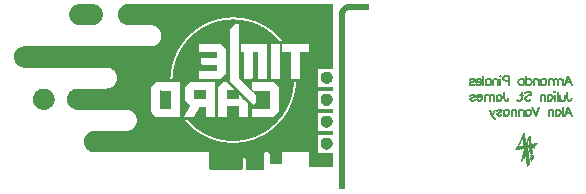
<source format=gbo>
G04*
G04 #@! TF.GenerationSoftware,Altium Limited,Altium Designer,22.5.1 (42)*
G04*
G04 Layer_Color=32896*
%FSLAX44Y44*%
%MOMM*%
G71*
G04*
G04 #@! TF.SameCoordinates,16E258D9-83B2-4854-9FD3-66D1B54B03FA*
G04*
G04*
G04 #@! TF.FilePolarity,Positive*
G04*
G01*
G75*
%ADD60C,0.1524*%
G36*
X243157Y220630D02*
X244668D01*
Y220493D01*
X245217D01*
Y220356D01*
X245766D01*
Y220218D01*
X246178D01*
Y220081D01*
X246453D01*
Y219944D01*
X246865D01*
Y219806D01*
X247139D01*
Y219669D01*
X247414D01*
Y219532D01*
X247689D01*
Y219394D01*
X247826D01*
Y219257D01*
X248101D01*
Y219120D01*
X248238D01*
Y218983D01*
X248513D01*
Y218845D01*
X248650D01*
Y218708D01*
X248787D01*
Y218571D01*
X248925D01*
Y218433D01*
X249062D01*
Y218296D01*
X249199D01*
Y218159D01*
X249336D01*
Y218021D01*
X249474D01*
Y217884D01*
X249611D01*
Y217747D01*
X249748D01*
Y217609D01*
X249886D01*
Y217472D01*
X250023D01*
Y217335D01*
X250160D01*
Y217197D01*
X250298D01*
Y217060D01*
Y216923D01*
X250435D01*
Y216785D01*
X250572D01*
Y216648D01*
Y216511D01*
X250710D01*
Y216374D01*
X250847D01*
Y216236D01*
Y216099D01*
X250984D01*
Y215961D01*
Y215824D01*
X251122D01*
Y215687D01*
Y215550D01*
X251259D01*
Y215412D01*
Y215275D01*
X251396D01*
Y215138D01*
Y215000D01*
Y214863D01*
X251534D01*
Y214726D01*
Y214588D01*
X251671D01*
Y214451D01*
Y214314D01*
Y214176D01*
Y214039D01*
X251808D01*
Y213902D01*
Y213764D01*
Y213627D01*
Y213490D01*
X251945D01*
Y213353D01*
Y213215D01*
Y213078D01*
Y212941D01*
Y212803D01*
Y212666D01*
Y212529D01*
X252083D01*
Y212391D01*
Y212254D01*
Y212117D01*
Y211979D01*
Y211842D01*
Y211705D01*
Y211567D01*
Y211430D01*
Y211293D01*
Y211155D01*
Y211018D01*
Y210881D01*
Y210743D01*
X251945D01*
Y210606D01*
Y210469D01*
Y210331D01*
Y210194D01*
Y210057D01*
X251808D01*
Y209919D01*
Y209782D01*
Y209645D01*
Y209508D01*
Y209370D01*
X251671D01*
Y209233D01*
Y209096D01*
Y208958D01*
X251534D01*
Y208821D01*
Y208684D01*
Y208546D01*
X251396D01*
Y208409D01*
Y208272D01*
Y208134D01*
X251259D01*
Y207997D01*
Y207860D01*
X251122D01*
Y207722D01*
Y207585D01*
X250984D01*
Y207448D01*
Y207311D01*
X250847D01*
Y207173D01*
X250710D01*
Y207036D01*
Y206899D01*
X250572D01*
Y206761D01*
Y206624D01*
X250435D01*
Y206487D01*
X250298D01*
Y206349D01*
X250160D01*
Y206212D01*
Y206075D01*
X250023D01*
Y205937D01*
X249886D01*
Y205800D01*
X249748D01*
Y205663D01*
X249611D01*
Y205525D01*
X249474D01*
Y205388D01*
X249336D01*
Y205251D01*
X249199D01*
Y205113D01*
X249062D01*
Y204976D01*
X248925D01*
Y204839D01*
X248787D01*
Y204701D01*
X248650D01*
Y204564D01*
X248375D01*
Y204427D01*
X248238D01*
Y204289D01*
X247963D01*
Y204152D01*
X247826D01*
Y204015D01*
X247551D01*
Y203878D01*
X247277D01*
Y203740D01*
X247139D01*
Y203603D01*
X246727D01*
Y203466D01*
X246453D01*
Y203328D01*
X246041D01*
Y203191D01*
X245629D01*
Y203054D01*
X245217D01*
Y202916D01*
X244530D01*
Y202779D01*
X231211D01*
Y202916D01*
X230524D01*
Y203054D01*
X229975D01*
Y203191D01*
X229563D01*
Y203328D01*
X229151D01*
Y203466D01*
X228876D01*
Y203603D01*
X228601D01*
Y203740D01*
X228327D01*
Y203878D01*
X228052D01*
Y204015D01*
X227778D01*
Y204152D01*
X227640D01*
Y204289D01*
X227366D01*
Y204427D01*
X227228D01*
Y204564D01*
X227091D01*
Y204701D01*
X226954D01*
Y204839D01*
X226679D01*
Y204976D01*
X226542D01*
Y205113D01*
X226404D01*
Y205251D01*
X226267D01*
Y205388D01*
X226130D01*
Y205525D01*
X225993D01*
Y205663D01*
X225855D01*
Y205800D01*
X225718D01*
Y205937D01*
X225581D01*
Y206075D01*
Y206212D01*
X225443D01*
Y206349D01*
X225306D01*
Y206487D01*
X225169D01*
Y206624D01*
Y206761D01*
X225031D01*
Y206899D01*
X224894D01*
Y207036D01*
Y207173D01*
X224757D01*
Y207311D01*
Y207448D01*
X224619D01*
Y207585D01*
Y207722D01*
X224482D01*
Y207860D01*
Y207997D01*
X224345D01*
Y208134D01*
Y208272D01*
X224207D01*
Y208409D01*
Y208546D01*
Y208684D01*
X224070D01*
Y208821D01*
Y208958D01*
Y209096D01*
X223933D01*
Y209233D01*
Y209370D01*
Y209508D01*
X223795D01*
Y209645D01*
Y209782D01*
Y209919D01*
Y210057D01*
Y210194D01*
X223658D01*
Y210331D01*
Y210469D01*
Y210606D01*
Y210743D01*
Y210881D01*
Y211018D01*
Y211155D01*
Y211293D01*
Y211430D01*
X223521D01*
Y211567D01*
Y211705D01*
Y211842D01*
Y211979D01*
X223658D01*
Y212117D01*
Y212254D01*
Y212391D01*
Y212529D01*
Y212666D01*
Y212803D01*
Y212941D01*
Y213078D01*
Y213215D01*
Y213353D01*
X223795D01*
Y213490D01*
Y213627D01*
Y213764D01*
Y213902D01*
X223933D01*
Y214039D01*
Y214176D01*
Y214314D01*
Y214451D01*
X224070D01*
Y214588D01*
Y214726D01*
Y214863D01*
X224207D01*
Y215000D01*
Y215138D01*
X224345D01*
Y215275D01*
Y215412D01*
Y215550D01*
X224482D01*
Y215687D01*
Y215824D01*
X224619D01*
Y215961D01*
X224757D01*
Y216099D01*
Y216236D01*
X224894D01*
Y216374D01*
Y216511D01*
X225031D01*
Y216648D01*
X225169D01*
Y216785D01*
Y216923D01*
X225306D01*
Y217060D01*
X225443D01*
Y217197D01*
Y217335D01*
X225581D01*
Y217472D01*
X225718D01*
Y217609D01*
X225855D01*
Y217747D01*
X225993D01*
Y217884D01*
X226130D01*
Y218021D01*
X226267D01*
Y218159D01*
X226404D01*
Y218296D01*
X226542D01*
Y218433D01*
X226679D01*
Y218571D01*
X226816D01*
Y218708D01*
X226954D01*
Y218845D01*
X227228D01*
Y218983D01*
X227366D01*
Y219120D01*
X227640D01*
Y219257D01*
X227778D01*
Y219394D01*
X228052D01*
Y219532D01*
X228327D01*
Y219669D01*
X228464D01*
Y219806D01*
X228876D01*
Y219944D01*
X229151D01*
Y220081D01*
X229563D01*
Y220218D01*
X229837D01*
Y220356D01*
X230387D01*
Y220493D01*
X231073D01*
Y220630D01*
X232446D01*
Y220768D01*
X232584D01*
Y220630D01*
X232721D01*
Y220768D01*
X243157D01*
Y220630D01*
D02*
G37*
G36*
X447074D02*
X447211D01*
Y220493D01*
Y220356D01*
Y220218D01*
Y220081D01*
Y219944D01*
Y219806D01*
Y219669D01*
Y219532D01*
Y219394D01*
Y219257D01*
Y219120D01*
Y218983D01*
Y218845D01*
Y218708D01*
Y218571D01*
Y218433D01*
Y218296D01*
Y218159D01*
Y218021D01*
Y217884D01*
Y217747D01*
Y217609D01*
Y217472D01*
Y217335D01*
Y217197D01*
Y217060D01*
Y216923D01*
Y216785D01*
Y216648D01*
Y216511D01*
Y216374D01*
Y216236D01*
Y216099D01*
Y215961D01*
Y215824D01*
Y215687D01*
Y215550D01*
Y215412D01*
Y215275D01*
Y215138D01*
Y215000D01*
Y214863D01*
Y214726D01*
Y214588D01*
Y214451D01*
Y214314D01*
Y214176D01*
Y214039D01*
Y213902D01*
Y213764D01*
Y213627D01*
Y213490D01*
Y213353D01*
Y213215D01*
Y213078D01*
Y212941D01*
Y212803D01*
Y212666D01*
Y212529D01*
Y212391D01*
Y212254D01*
Y212117D01*
Y211979D01*
Y211842D01*
Y211705D01*
Y211567D01*
Y211430D01*
Y211293D01*
Y211155D01*
Y211018D01*
Y210881D01*
Y210743D01*
Y210606D01*
Y210469D01*
Y210331D01*
Y210194D01*
Y210057D01*
Y209919D01*
Y209782D01*
Y209645D01*
Y209508D01*
Y209370D01*
Y209233D01*
Y209096D01*
Y208958D01*
Y208821D01*
Y208684D01*
Y208546D01*
Y208409D01*
Y208272D01*
Y208134D01*
Y207997D01*
Y207860D01*
Y207722D01*
Y207585D01*
Y207448D01*
Y207311D01*
Y207173D01*
Y207036D01*
Y206899D01*
Y206761D01*
Y206624D01*
Y206487D01*
Y206349D01*
Y206212D01*
Y206075D01*
Y205937D01*
Y205800D01*
Y205663D01*
Y205525D01*
Y205388D01*
Y205251D01*
Y205113D01*
Y204976D01*
Y204839D01*
Y204701D01*
Y204564D01*
Y204427D01*
Y204289D01*
Y204152D01*
Y204015D01*
Y203878D01*
Y203740D01*
Y203603D01*
Y203466D01*
Y203328D01*
Y203191D01*
Y203054D01*
Y202916D01*
Y202779D01*
Y202642D01*
Y202504D01*
Y202367D01*
Y202230D01*
Y202092D01*
Y201955D01*
Y201818D01*
Y201681D01*
Y201543D01*
Y201406D01*
Y201269D01*
Y201131D01*
Y200994D01*
Y200857D01*
Y200719D01*
Y200582D01*
Y200445D01*
Y200307D01*
Y200170D01*
Y200033D01*
Y199895D01*
Y199758D01*
Y199621D01*
Y199483D01*
Y199346D01*
Y199209D01*
Y199072D01*
Y198934D01*
Y198797D01*
Y198659D01*
Y198522D01*
Y198385D01*
Y198248D01*
Y198110D01*
Y197973D01*
Y197836D01*
Y197698D01*
Y197561D01*
Y197424D01*
Y197286D01*
Y197149D01*
Y197012D01*
Y196874D01*
Y196737D01*
Y196600D01*
Y196462D01*
Y196325D01*
Y196188D01*
Y196050D01*
Y195913D01*
Y195776D01*
Y195639D01*
Y195501D01*
Y195364D01*
Y195227D01*
Y195089D01*
Y194952D01*
Y194815D01*
Y194677D01*
Y194540D01*
Y194403D01*
Y194265D01*
Y194128D01*
Y193991D01*
Y193853D01*
Y193716D01*
Y193579D01*
Y193441D01*
Y193304D01*
Y193167D01*
Y193029D01*
Y192892D01*
Y192755D01*
Y192617D01*
Y192480D01*
Y192343D01*
Y192206D01*
Y192068D01*
Y191931D01*
Y191794D01*
Y191656D01*
Y191519D01*
Y191382D01*
Y191244D01*
Y191107D01*
Y190970D01*
Y190832D01*
Y190695D01*
Y190558D01*
Y190420D01*
Y190283D01*
Y190146D01*
Y190009D01*
Y189871D01*
Y189734D01*
Y189597D01*
Y189459D01*
Y189322D01*
Y189185D01*
Y189047D01*
Y188910D01*
Y188773D01*
Y188635D01*
Y188498D01*
Y188361D01*
Y188223D01*
Y188086D01*
Y187949D01*
Y187811D01*
Y187674D01*
Y187537D01*
Y187400D01*
Y187262D01*
Y187125D01*
Y186987D01*
Y186850D01*
Y186713D01*
Y186576D01*
Y186438D01*
Y186301D01*
Y186164D01*
Y186026D01*
Y185889D01*
Y185752D01*
Y185614D01*
Y185477D01*
Y185340D01*
Y185202D01*
Y185065D01*
Y184928D01*
Y184790D01*
Y184653D01*
Y184516D01*
Y184379D01*
Y184241D01*
Y184104D01*
Y183967D01*
Y183829D01*
Y183692D01*
Y183555D01*
Y183417D01*
Y183280D01*
Y183143D01*
Y183005D01*
Y182868D01*
Y182731D01*
Y182593D01*
Y182456D01*
Y182319D01*
Y182181D01*
Y182044D01*
Y181907D01*
Y181770D01*
Y181632D01*
Y181495D01*
Y181357D01*
Y181220D01*
Y181083D01*
Y180946D01*
Y180808D01*
Y180671D01*
Y180534D01*
Y180396D01*
Y180259D01*
Y180122D01*
Y179984D01*
Y179847D01*
Y179710D01*
Y179572D01*
Y179435D01*
Y179298D01*
Y179160D01*
Y179023D01*
Y178886D01*
Y178748D01*
Y178611D01*
Y178474D01*
Y178337D01*
Y178199D01*
Y178062D01*
Y177925D01*
Y177787D01*
Y177650D01*
Y177513D01*
Y177375D01*
Y177238D01*
Y177101D01*
Y176963D01*
Y176826D01*
Y176689D01*
Y176551D01*
Y176414D01*
Y176277D01*
Y176139D01*
Y176002D01*
Y175865D01*
Y175728D01*
Y175590D01*
Y175453D01*
Y175315D01*
Y175178D01*
Y175041D01*
Y174904D01*
Y174766D01*
Y174629D01*
Y174492D01*
Y174354D01*
Y174217D01*
Y174080D01*
Y173942D01*
Y173805D01*
Y173668D01*
Y173530D01*
Y173393D01*
Y173256D01*
Y173118D01*
Y172981D01*
Y172844D01*
Y172707D01*
Y172569D01*
Y172432D01*
Y172295D01*
Y172157D01*
Y172020D01*
Y171883D01*
Y171745D01*
Y171608D01*
Y171471D01*
Y171333D01*
Y171196D01*
Y171059D01*
Y170921D01*
Y170784D01*
Y170647D01*
Y170509D01*
Y170372D01*
Y170235D01*
Y170098D01*
Y169960D01*
Y169823D01*
Y169685D01*
Y169548D01*
Y169411D01*
Y169274D01*
Y169136D01*
Y168999D01*
Y168862D01*
Y168724D01*
Y168587D01*
Y168450D01*
Y168312D01*
Y168175D01*
Y168038D01*
Y167900D01*
Y167763D01*
Y167626D01*
Y167488D01*
Y167351D01*
Y167214D01*
Y167076D01*
Y166939D01*
Y166802D01*
Y166665D01*
Y166527D01*
Y166390D01*
Y166253D01*
Y166115D01*
Y165978D01*
Y165841D01*
X433891D01*
Y165703D01*
Y165566D01*
Y165429D01*
Y165291D01*
Y165154D01*
Y165017D01*
Y164879D01*
Y164742D01*
Y164605D01*
Y164467D01*
Y164330D01*
Y164193D01*
Y164056D01*
Y163918D01*
Y163781D01*
Y163643D01*
Y163506D01*
Y163369D01*
Y163232D01*
Y163094D01*
Y162957D01*
Y162820D01*
Y162682D01*
Y162545D01*
Y162408D01*
Y162270D01*
Y162133D01*
Y161996D01*
Y161858D01*
Y161721D01*
Y161584D01*
Y161446D01*
Y161309D01*
Y161172D01*
Y161035D01*
Y160897D01*
Y160760D01*
Y160623D01*
Y160485D01*
Y160348D01*
Y160211D01*
Y160073D01*
Y159936D01*
Y159799D01*
Y159661D01*
Y159524D01*
Y159387D01*
Y159249D01*
Y159112D01*
Y158975D01*
Y158837D01*
Y158700D01*
Y158563D01*
Y158426D01*
Y158288D01*
Y158151D01*
Y158013D01*
Y157876D01*
Y157739D01*
Y157602D01*
Y157464D01*
Y157327D01*
Y157190D01*
Y157052D01*
Y156915D01*
Y156778D01*
Y156640D01*
Y156503D01*
Y156366D01*
Y156228D01*
Y156091D01*
Y155954D01*
Y155816D01*
Y155679D01*
Y155542D01*
Y155405D01*
Y155267D01*
Y155130D01*
Y154993D01*
Y154855D01*
Y154718D01*
Y154581D01*
Y154443D01*
Y154306D01*
Y154169D01*
Y154031D01*
Y153894D01*
Y153757D01*
Y153619D01*
Y153482D01*
Y153345D01*
Y153207D01*
Y153070D01*
Y152933D01*
Y152795D01*
Y152658D01*
Y152521D01*
Y152383D01*
Y152246D01*
Y152109D01*
Y151972D01*
Y151834D01*
Y151697D01*
Y151560D01*
Y151422D01*
Y151285D01*
Y151148D01*
Y151010D01*
Y150873D01*
Y150736D01*
X447074D01*
Y150598D01*
X447211D01*
Y150461D01*
Y150324D01*
Y150186D01*
Y150049D01*
Y149912D01*
Y149775D01*
Y149637D01*
Y149500D01*
Y149362D01*
Y149225D01*
Y149088D01*
Y148951D01*
Y148813D01*
Y148676D01*
Y148539D01*
Y148401D01*
Y148264D01*
Y148127D01*
Y147989D01*
Y147852D01*
Y147715D01*
Y147577D01*
Y147440D01*
Y147303D01*
X433891D01*
Y147165D01*
Y147028D01*
Y146891D01*
Y146754D01*
Y146616D01*
Y146479D01*
Y146341D01*
Y146204D01*
Y146067D01*
Y145930D01*
Y145792D01*
Y145655D01*
Y145518D01*
Y145380D01*
Y145243D01*
Y145106D01*
Y144968D01*
Y144831D01*
Y144694D01*
Y144556D01*
Y144419D01*
Y144282D01*
Y144144D01*
Y144007D01*
Y143870D01*
Y143733D01*
Y143595D01*
Y143458D01*
Y143321D01*
Y143183D01*
Y143046D01*
Y142909D01*
Y142771D01*
Y142634D01*
Y142497D01*
Y142359D01*
Y142222D01*
Y142085D01*
Y141947D01*
Y141810D01*
Y141673D01*
Y141535D01*
Y141398D01*
Y141261D01*
Y141124D01*
Y140986D01*
Y140849D01*
Y140711D01*
Y140574D01*
Y140437D01*
Y140300D01*
Y140162D01*
Y140025D01*
Y139888D01*
Y139750D01*
Y139613D01*
Y139476D01*
Y139338D01*
Y139201D01*
Y139064D01*
Y138926D01*
Y138789D01*
Y138652D01*
Y138514D01*
Y138377D01*
Y138240D01*
Y138103D01*
Y137965D01*
Y137828D01*
Y137690D01*
Y137553D01*
Y137416D01*
Y137279D01*
Y137141D01*
Y137004D01*
Y136867D01*
Y136729D01*
Y136592D01*
Y136455D01*
Y136317D01*
Y136180D01*
Y136043D01*
Y135905D01*
Y135768D01*
Y135631D01*
Y135493D01*
Y135356D01*
Y135219D01*
Y135082D01*
Y134944D01*
Y134807D01*
Y134670D01*
Y134532D01*
Y134395D01*
Y134258D01*
Y134120D01*
Y133983D01*
Y133846D01*
Y133708D01*
Y133571D01*
Y133434D01*
Y133296D01*
Y133159D01*
Y133022D01*
Y132884D01*
Y132747D01*
Y132610D01*
Y132472D01*
Y132335D01*
Y132198D01*
Y132060D01*
X447211D01*
Y131923D01*
Y131786D01*
Y131649D01*
Y131511D01*
Y131374D01*
Y131237D01*
Y131099D01*
Y130962D01*
Y130825D01*
Y130687D01*
Y130550D01*
Y130413D01*
Y130275D01*
Y130138D01*
Y130001D01*
Y129863D01*
Y129726D01*
Y129589D01*
Y129452D01*
Y129314D01*
Y129177D01*
Y129039D01*
Y128902D01*
Y128765D01*
X447074D01*
Y128628D01*
X433891D01*
Y128490D01*
Y128353D01*
Y128216D01*
Y128078D01*
Y127941D01*
Y127804D01*
Y127666D01*
Y127529D01*
Y127392D01*
Y127254D01*
Y127117D01*
Y126980D01*
Y126842D01*
Y126705D01*
Y126568D01*
Y126431D01*
Y126293D01*
Y126156D01*
Y126018D01*
Y125881D01*
Y125744D01*
Y125607D01*
Y125469D01*
Y125332D01*
Y125195D01*
Y125057D01*
Y124920D01*
Y124783D01*
Y124645D01*
Y124508D01*
Y124371D01*
Y124233D01*
Y124096D01*
Y123959D01*
Y123821D01*
Y123684D01*
Y123547D01*
Y123410D01*
Y123272D01*
Y123135D01*
Y122998D01*
Y122860D01*
Y122723D01*
Y122586D01*
Y122448D01*
Y122311D01*
Y122174D01*
Y122036D01*
Y121899D01*
Y121762D01*
Y121624D01*
Y121487D01*
Y121350D01*
Y121212D01*
Y121075D01*
Y120938D01*
Y120801D01*
Y120663D01*
Y120526D01*
Y120388D01*
Y120251D01*
Y120114D01*
Y119977D01*
Y119839D01*
Y119702D01*
Y119565D01*
Y119427D01*
Y119290D01*
Y119153D01*
Y119015D01*
Y118878D01*
Y118741D01*
Y118603D01*
Y118466D01*
Y118329D01*
Y118191D01*
Y118054D01*
Y117917D01*
Y117780D01*
Y117642D01*
Y117505D01*
Y117367D01*
Y117230D01*
Y117093D01*
Y116956D01*
Y116818D01*
Y116681D01*
Y116544D01*
Y116406D01*
Y116269D01*
Y116132D01*
Y115994D01*
Y115857D01*
Y115720D01*
Y115582D01*
Y115445D01*
Y115308D01*
Y115170D01*
Y115033D01*
Y114896D01*
Y114759D01*
Y114621D01*
Y114484D01*
Y114347D01*
Y114209D01*
Y114072D01*
Y113935D01*
Y113797D01*
Y113660D01*
Y113523D01*
X447211D01*
Y113385D01*
Y113248D01*
Y113111D01*
Y112973D01*
Y112836D01*
Y112699D01*
Y112561D01*
Y112424D01*
Y112287D01*
Y112149D01*
Y112012D01*
Y111875D01*
Y111737D01*
Y111600D01*
Y111463D01*
Y111326D01*
Y111188D01*
Y111051D01*
Y110914D01*
Y110776D01*
Y110639D01*
Y110502D01*
Y110364D01*
Y110227D01*
Y110090D01*
X433891D01*
Y109952D01*
Y109815D01*
Y109678D01*
Y109540D01*
Y109403D01*
Y109266D01*
Y109129D01*
Y108991D01*
Y108854D01*
Y108716D01*
Y108579D01*
Y108442D01*
Y108305D01*
Y108167D01*
Y108030D01*
Y107893D01*
Y107755D01*
Y107618D01*
Y107481D01*
Y107343D01*
Y107206D01*
Y107069D01*
Y106931D01*
Y106794D01*
Y106657D01*
Y106519D01*
Y106382D01*
Y106245D01*
Y106108D01*
Y105970D01*
Y105833D01*
Y105695D01*
Y105558D01*
Y105421D01*
Y105284D01*
Y105146D01*
Y105009D01*
Y104872D01*
Y104734D01*
Y104597D01*
Y104460D01*
Y104322D01*
Y104185D01*
Y104048D01*
Y103910D01*
Y103773D01*
Y103636D01*
Y103498D01*
Y103361D01*
Y103224D01*
Y103087D01*
Y102949D01*
Y102812D01*
Y102675D01*
Y102537D01*
Y102400D01*
Y102263D01*
Y102125D01*
Y101988D01*
Y101851D01*
Y101713D01*
Y101576D01*
Y101439D01*
Y101301D01*
Y101164D01*
Y101027D01*
Y100889D01*
Y100752D01*
Y100615D01*
Y100478D01*
Y100340D01*
Y100203D01*
Y100065D01*
Y99928D01*
Y99791D01*
Y99654D01*
Y99516D01*
Y99379D01*
Y99242D01*
Y99104D01*
Y98967D01*
Y98830D01*
Y98692D01*
Y98555D01*
Y98418D01*
Y98280D01*
Y98143D01*
Y98006D01*
Y97868D01*
Y97731D01*
Y97594D01*
Y97457D01*
Y97319D01*
Y97182D01*
Y97045D01*
Y96907D01*
Y96770D01*
Y96633D01*
Y96495D01*
Y96358D01*
Y96221D01*
Y96083D01*
Y95946D01*
Y95809D01*
Y95671D01*
Y95534D01*
Y95397D01*
Y95259D01*
Y95122D01*
Y94985D01*
X447211D01*
Y94847D01*
Y94710D01*
Y94573D01*
Y94436D01*
Y94298D01*
Y94161D01*
Y94024D01*
Y93886D01*
Y93749D01*
Y93612D01*
Y93474D01*
Y93337D01*
Y93200D01*
Y93062D01*
Y92925D01*
Y92788D01*
Y92650D01*
Y92513D01*
Y92376D01*
Y92238D01*
Y92101D01*
Y91964D01*
Y91826D01*
Y91689D01*
Y91552D01*
Y91414D01*
Y91277D01*
Y91140D01*
Y91003D01*
Y90865D01*
Y90728D01*
Y90591D01*
Y90453D01*
Y90316D01*
Y90179D01*
Y90041D01*
Y89904D01*
Y89767D01*
Y89629D01*
Y89492D01*
Y89355D01*
Y89217D01*
Y89080D01*
Y88943D01*
Y88806D01*
Y88668D01*
Y88531D01*
Y88393D01*
Y88256D01*
Y88119D01*
Y87982D01*
Y87844D01*
Y87707D01*
Y87570D01*
Y87432D01*
Y87295D01*
Y87158D01*
Y87020D01*
Y86883D01*
Y86746D01*
Y86608D01*
Y86471D01*
Y86334D01*
Y86196D01*
Y86059D01*
Y85922D01*
Y85785D01*
Y85647D01*
Y85510D01*
Y85373D01*
Y85235D01*
Y85098D01*
Y84961D01*
Y84823D01*
Y84686D01*
Y84549D01*
Y84411D01*
Y84274D01*
Y84137D01*
Y83999D01*
Y83862D01*
Y83725D01*
Y83587D01*
Y83450D01*
Y83313D01*
Y83175D01*
Y83038D01*
Y82901D01*
Y82764D01*
Y82626D01*
X426751D01*
Y82764D01*
Y82901D01*
Y83038D01*
Y83175D01*
Y83313D01*
Y83450D01*
Y83587D01*
Y83725D01*
Y83862D01*
Y83999D01*
Y84137D01*
Y84274D01*
Y84411D01*
Y84549D01*
Y84686D01*
Y84823D01*
Y84961D01*
Y85098D01*
Y85235D01*
Y85373D01*
Y85510D01*
Y85647D01*
Y85785D01*
Y85922D01*
Y86059D01*
Y86196D01*
Y86334D01*
Y86471D01*
Y86608D01*
Y86746D01*
Y86883D01*
Y87020D01*
Y87158D01*
Y87295D01*
Y87432D01*
Y87570D01*
Y87707D01*
Y87844D01*
Y87982D01*
Y88119D01*
Y88256D01*
Y88393D01*
Y88531D01*
Y88668D01*
Y88806D01*
Y88943D01*
Y89080D01*
Y89217D01*
Y89355D01*
Y89492D01*
Y89629D01*
Y89767D01*
Y89904D01*
Y90041D01*
Y90179D01*
Y90316D01*
Y90453D01*
Y90591D01*
Y90728D01*
Y90865D01*
Y91003D01*
Y91140D01*
Y91277D01*
Y91414D01*
Y91552D01*
Y91689D01*
Y91826D01*
Y91964D01*
Y92101D01*
Y92238D01*
Y92376D01*
Y92513D01*
Y92650D01*
Y92788D01*
Y92925D01*
Y93062D01*
Y93200D01*
Y93337D01*
Y93474D01*
Y93612D01*
Y93749D01*
Y93886D01*
Y94024D01*
Y94161D01*
Y94298D01*
Y94436D01*
Y94573D01*
X426613D01*
Y94710D01*
Y94847D01*
X426476D01*
Y94985D01*
X426339D01*
Y95122D01*
X426201D01*
Y95259D01*
X425927D01*
Y95397D01*
X404643D01*
Y95259D01*
X404368D01*
Y95122D01*
X404093D01*
Y94985D01*
X403956D01*
Y94847D01*
Y94710D01*
X403819D01*
Y94573D01*
Y94436D01*
Y94298D01*
Y94161D01*
Y94024D01*
Y93886D01*
X403681D01*
Y93749D01*
X403819D01*
Y93612D01*
X403681D01*
Y93474D01*
Y93337D01*
X403819D01*
Y93200D01*
Y93062D01*
Y92925D01*
Y92788D01*
Y92650D01*
Y92513D01*
Y92376D01*
Y92238D01*
Y92101D01*
Y91964D01*
Y91826D01*
Y91689D01*
Y91552D01*
Y91414D01*
Y91277D01*
Y91140D01*
Y91003D01*
Y90865D01*
Y90728D01*
Y90591D01*
Y90453D01*
Y90316D01*
Y90179D01*
Y90041D01*
Y89904D01*
Y89767D01*
Y89629D01*
Y89492D01*
Y89355D01*
Y89217D01*
Y89080D01*
Y88943D01*
Y88806D01*
Y88668D01*
Y88531D01*
Y88393D01*
Y88256D01*
Y88119D01*
Y87982D01*
Y87844D01*
Y87707D01*
Y87570D01*
Y87432D01*
Y87295D01*
Y87158D01*
Y87020D01*
Y86883D01*
Y86746D01*
Y86608D01*
Y86471D01*
Y86334D01*
X403681D01*
Y86196D01*
Y86059D01*
Y85922D01*
X403544D01*
Y85785D01*
X403407D01*
Y85647D01*
X403269D01*
Y85510D01*
X403132D01*
Y85373D01*
X402720D01*
Y85235D01*
X394481D01*
Y85373D01*
X394069D01*
Y85510D01*
X393932D01*
Y85647D01*
X393795D01*
Y85785D01*
X393657D01*
Y85922D01*
X393520D01*
Y86059D01*
Y86196D01*
Y86334D01*
Y86471D01*
X393383D01*
Y86608D01*
Y86746D01*
Y86883D01*
Y87020D01*
Y87158D01*
Y87295D01*
Y87432D01*
Y87570D01*
Y87707D01*
Y87844D01*
Y87982D01*
Y88119D01*
Y88256D01*
Y88393D01*
Y88531D01*
Y88668D01*
Y88806D01*
Y88943D01*
Y89080D01*
Y89217D01*
Y89355D01*
Y89492D01*
Y89629D01*
Y89767D01*
Y89904D01*
Y90041D01*
Y90179D01*
Y90316D01*
Y90453D01*
Y90591D01*
Y90728D01*
Y90865D01*
Y91003D01*
Y91140D01*
Y91277D01*
Y91414D01*
Y91552D01*
Y91689D01*
Y91826D01*
Y91964D01*
Y92101D01*
Y92238D01*
Y92376D01*
X393520D01*
Y92513D01*
X393383D01*
Y92650D01*
Y92788D01*
X393520D01*
Y92925D01*
X393383D01*
Y93062D01*
Y93200D01*
Y93337D01*
Y93474D01*
Y93612D01*
Y93749D01*
X393245D01*
Y93886D01*
Y94024D01*
X393108D01*
Y94161D01*
Y94298D01*
X392971D01*
Y94436D01*
X392833D01*
Y94573D01*
X392696D01*
Y94710D01*
X392559D01*
Y94847D01*
X392421D01*
Y94985D01*
X392147D01*
Y95122D01*
X391872D01*
Y95259D01*
X391460D01*
Y95397D01*
X390362D01*
Y95259D01*
X389950D01*
Y95122D01*
X389675D01*
Y94985D01*
X389400D01*
Y94847D01*
X389263D01*
Y94710D01*
X389126D01*
Y94573D01*
X388988D01*
Y94436D01*
X388851D01*
Y94298D01*
Y94161D01*
X388714D01*
Y94024D01*
Y93886D01*
X388576D01*
Y93749D01*
Y93612D01*
X388439D01*
Y93474D01*
Y93337D01*
Y93200D01*
Y93062D01*
Y92925D01*
Y92788D01*
Y92650D01*
Y92513D01*
Y92376D01*
X388302D01*
Y92238D01*
X388439D01*
Y92101D01*
Y91964D01*
Y91826D01*
Y91689D01*
Y91552D01*
Y91414D01*
Y91277D01*
Y91140D01*
Y91003D01*
Y90865D01*
Y90728D01*
Y90591D01*
Y90453D01*
Y90316D01*
Y90179D01*
Y90041D01*
Y89904D01*
Y89767D01*
Y89629D01*
Y89492D01*
Y89355D01*
Y89217D01*
Y89080D01*
Y88943D01*
Y88806D01*
Y88668D01*
Y88531D01*
Y88393D01*
Y88256D01*
Y88119D01*
Y87982D01*
Y87844D01*
Y87707D01*
Y87570D01*
Y87432D01*
Y87295D01*
Y87158D01*
Y87020D01*
Y86883D01*
Y86746D01*
Y86608D01*
Y86471D01*
Y86334D01*
Y86196D01*
Y86059D01*
Y85922D01*
Y85785D01*
Y85647D01*
Y85510D01*
Y85373D01*
Y85235D01*
Y85098D01*
Y84961D01*
Y84823D01*
Y84686D01*
Y84549D01*
Y84411D01*
Y84274D01*
Y84137D01*
Y83999D01*
Y83862D01*
Y83725D01*
Y83587D01*
Y83450D01*
Y83313D01*
Y83175D01*
Y83038D01*
Y82901D01*
Y82764D01*
Y82626D01*
Y82489D01*
Y82352D01*
Y82214D01*
Y82077D01*
Y81940D01*
Y81802D01*
Y81665D01*
Y81528D01*
Y81390D01*
Y81253D01*
Y81116D01*
X388302D01*
Y80978D01*
Y80841D01*
Y80704D01*
X388164D01*
Y80567D01*
Y80429D01*
X388027D01*
Y80292D01*
X387752D01*
Y80154D01*
X387478D01*
Y80017D01*
X374021D01*
Y80154D01*
X373609D01*
Y80292D01*
X373471D01*
Y80429D01*
X373334D01*
Y80567D01*
X373197D01*
Y80704D01*
X373060D01*
Y80841D01*
Y80978D01*
Y81116D01*
Y81253D01*
Y81390D01*
Y81528D01*
Y81665D01*
Y81802D01*
Y81940D01*
Y82077D01*
Y82214D01*
Y82352D01*
Y82489D01*
Y82626D01*
Y82764D01*
Y82901D01*
Y83038D01*
Y83175D01*
Y83313D01*
Y83450D01*
Y83587D01*
Y83725D01*
Y83862D01*
Y83999D01*
Y84137D01*
Y84274D01*
Y84411D01*
Y84549D01*
Y84686D01*
Y84823D01*
Y84961D01*
Y85098D01*
Y85235D01*
Y85373D01*
Y85510D01*
Y85647D01*
Y85785D01*
Y85922D01*
Y86059D01*
Y86196D01*
Y86334D01*
Y86471D01*
Y86608D01*
Y86746D01*
Y86883D01*
Y87020D01*
Y87158D01*
Y87295D01*
Y87432D01*
Y87570D01*
Y87707D01*
Y87844D01*
Y87982D01*
Y88119D01*
Y88256D01*
Y88393D01*
Y88531D01*
Y88668D01*
Y88806D01*
Y88943D01*
Y89080D01*
X372922D01*
Y89217D01*
Y89355D01*
Y89492D01*
Y89629D01*
X372785D01*
Y89767D01*
X372648D01*
Y89904D01*
X372510D01*
Y90041D01*
X372373D01*
Y90179D01*
X371961D01*
Y90316D01*
X371549D01*
Y90179D01*
X371137D01*
Y90041D01*
X370863D01*
Y89904D01*
X370725D01*
Y89767D01*
Y89629D01*
X370588D01*
Y89492D01*
Y89355D01*
Y89217D01*
X370451D01*
Y89080D01*
Y88943D01*
Y88806D01*
Y88668D01*
Y88531D01*
Y88393D01*
Y88256D01*
Y88119D01*
Y87982D01*
Y87844D01*
Y87707D01*
Y87570D01*
Y87432D01*
Y87295D01*
Y87158D01*
Y87020D01*
Y86883D01*
Y86746D01*
Y86608D01*
Y86471D01*
Y86334D01*
Y86196D01*
Y86059D01*
Y85922D01*
Y85785D01*
Y85647D01*
Y85510D01*
Y85373D01*
Y85235D01*
Y85098D01*
Y84961D01*
Y84823D01*
Y84686D01*
Y84549D01*
Y84411D01*
Y84274D01*
Y84137D01*
Y83999D01*
Y83862D01*
Y83725D01*
Y83587D01*
Y83450D01*
Y83313D01*
Y83175D01*
Y83038D01*
Y82901D01*
Y82764D01*
Y82626D01*
Y82489D01*
Y82352D01*
Y82214D01*
Y82077D01*
Y81940D01*
Y81802D01*
Y81665D01*
Y81528D01*
Y81390D01*
Y81253D01*
Y81116D01*
Y80978D01*
Y80841D01*
X370313D01*
Y80704D01*
Y80567D01*
X370176D01*
Y80429D01*
X370039D01*
Y80292D01*
X369901D01*
Y80154D01*
X369489D01*
Y80017D01*
X343262D01*
Y80154D01*
X342987D01*
Y80292D01*
X342712D01*
Y80429D01*
X342575D01*
Y80567D01*
Y80704D01*
X342438D01*
Y80841D01*
Y80978D01*
X342300D01*
Y81116D01*
Y81253D01*
Y81390D01*
Y81528D01*
Y81665D01*
Y81802D01*
Y81940D01*
Y82077D01*
Y82214D01*
Y82352D01*
Y82489D01*
Y82626D01*
Y82764D01*
Y82901D01*
Y83038D01*
Y83175D01*
Y83313D01*
Y83450D01*
Y83587D01*
Y83725D01*
Y83862D01*
Y83999D01*
Y84137D01*
Y84274D01*
Y84411D01*
Y84549D01*
Y84686D01*
Y84823D01*
Y84961D01*
Y85098D01*
Y85235D01*
Y85373D01*
Y85510D01*
Y85647D01*
Y85785D01*
Y85922D01*
Y86059D01*
Y86196D01*
Y86334D01*
Y86471D01*
Y86608D01*
Y86746D01*
Y86883D01*
Y87020D01*
Y87158D01*
Y87295D01*
Y87432D01*
Y87570D01*
Y87707D01*
Y87844D01*
Y87982D01*
Y88119D01*
Y88256D01*
Y88393D01*
Y88531D01*
Y88668D01*
Y88806D01*
Y88943D01*
Y89080D01*
Y89217D01*
Y89355D01*
Y89492D01*
Y89629D01*
Y89767D01*
Y89904D01*
Y90041D01*
Y90179D01*
Y90316D01*
Y90453D01*
Y90591D01*
Y90728D01*
Y90865D01*
Y91003D01*
Y91140D01*
Y91277D01*
Y91414D01*
Y91552D01*
Y91689D01*
Y91826D01*
Y91964D01*
Y92101D01*
Y92238D01*
Y92376D01*
Y92513D01*
Y92650D01*
Y92788D01*
Y92925D01*
Y93062D01*
Y93200D01*
Y93337D01*
Y93474D01*
Y93612D01*
Y93749D01*
Y93886D01*
Y94024D01*
Y94161D01*
Y94298D01*
Y94436D01*
Y94573D01*
X342163D01*
Y94710D01*
Y94847D01*
X342026D01*
Y94985D01*
X341889D01*
Y95122D01*
X341751D01*
Y95259D01*
X341477D01*
Y95397D01*
X242608D01*
Y95534D01*
X242059D01*
Y95671D01*
X241647D01*
Y95809D01*
X241372D01*
Y95946D01*
X241097D01*
Y96083D01*
X240823D01*
Y96221D01*
X240548D01*
Y96358D01*
X240411D01*
Y96495D01*
X240136D01*
Y96633D01*
X239999D01*
Y96770D01*
X239862D01*
Y96907D01*
X239587D01*
Y97045D01*
X239450D01*
Y97182D01*
X239312D01*
Y97319D01*
X239175D01*
Y97457D01*
X239038D01*
Y97594D01*
X238900D01*
Y97731D01*
X238763D01*
Y97868D01*
X238626D01*
Y98006D01*
X238488D01*
Y98143D01*
X238351D01*
Y98280D01*
X238214D01*
Y98418D01*
Y98555D01*
X238076D01*
Y98692D01*
X237939D01*
Y98830D01*
X237802D01*
Y98967D01*
Y99104D01*
X237665D01*
Y99242D01*
X237527D01*
Y99379D01*
Y99516D01*
X237390D01*
Y99654D01*
X237253D01*
Y99791D01*
Y99928D01*
X237115D01*
Y100065D01*
Y100203D01*
X236978D01*
Y100340D01*
Y100478D01*
X236841D01*
Y100615D01*
Y100752D01*
Y100889D01*
X236703D01*
Y101027D01*
Y101164D01*
Y101301D01*
X236566D01*
Y101439D01*
Y101576D01*
Y101713D01*
X236429D01*
Y101851D01*
Y101988D01*
Y102125D01*
X236291D01*
Y102263D01*
Y102400D01*
Y102537D01*
Y102675D01*
Y102812D01*
X236154D01*
Y102949D01*
Y103087D01*
Y103224D01*
Y103361D01*
Y103498D01*
Y103636D01*
Y103773D01*
Y103910D01*
Y104048D01*
Y104185D01*
X236017D01*
Y104322D01*
Y104460D01*
X236154D01*
Y104597D01*
Y104734D01*
Y104872D01*
Y105009D01*
Y105146D01*
Y105284D01*
Y105421D01*
Y105558D01*
Y105695D01*
X236291D01*
Y105833D01*
Y105970D01*
Y106108D01*
Y106245D01*
Y106382D01*
Y106519D01*
X236429D01*
Y106657D01*
Y106794D01*
Y106931D01*
X236566D01*
Y107069D01*
Y107206D01*
Y107343D01*
X236703D01*
Y107481D01*
Y107618D01*
Y107755D01*
X236841D01*
Y107893D01*
Y108030D01*
X236978D01*
Y108167D01*
Y108305D01*
X237115D01*
Y108442D01*
Y108579D01*
X237253D01*
Y108716D01*
Y108854D01*
X237390D01*
Y108991D01*
X237527D01*
Y109129D01*
Y109266D01*
X237665D01*
Y109403D01*
X237802D01*
Y109540D01*
Y109678D01*
X237939D01*
Y109815D01*
X238076D01*
Y109952D01*
X238214D01*
Y110090D01*
X238351D01*
Y110227D01*
Y110364D01*
X238488D01*
Y110502D01*
X238626D01*
Y110639D01*
X238763D01*
Y110776D01*
X238900D01*
Y110914D01*
X239038D01*
Y111051D01*
X239312D01*
Y111188D01*
X239450D01*
Y111326D01*
X239587D01*
Y111463D01*
X239724D01*
Y111600D01*
X239999D01*
Y111737D01*
X240136D01*
Y111875D01*
X240411D01*
Y112012D01*
X240686D01*
Y112149D01*
X240823D01*
Y112287D01*
X241097D01*
Y112424D01*
X241372D01*
Y112561D01*
X241784D01*
Y112699D01*
X242196D01*
Y112836D01*
X242608D01*
Y112973D01*
X243020D01*
Y113111D01*
X243706D01*
Y113248D01*
X272131D01*
Y113385D01*
X273367D01*
Y113523D01*
X274054D01*
Y113660D01*
X274603D01*
Y113797D01*
X274878D01*
Y113935D01*
X275289D01*
Y114072D01*
X275564D01*
Y114209D01*
X275839D01*
Y114347D01*
X276113D01*
Y114484D01*
X276388D01*
Y114621D01*
X276663D01*
Y114759D01*
X276800D01*
Y114896D01*
X277075D01*
Y115033D01*
X277212D01*
Y115170D01*
X277349D01*
Y115308D01*
X277624D01*
Y115445D01*
X277761D01*
Y115582D01*
X277899D01*
Y115720D01*
X278036D01*
Y115857D01*
X278173D01*
Y115994D01*
X278311D01*
Y116132D01*
X278448D01*
Y116269D01*
X278585D01*
Y116406D01*
X278722D01*
Y116544D01*
X278860D01*
Y116681D01*
Y116818D01*
X278997D01*
Y116956D01*
X279134D01*
Y117093D01*
X279272D01*
Y117230D01*
Y117367D01*
X279409D01*
Y117505D01*
X279546D01*
Y117642D01*
Y117780D01*
X279684D01*
Y117917D01*
Y118054D01*
X279821D01*
Y118191D01*
Y118329D01*
X279958D01*
Y118466D01*
Y118603D01*
X280096D01*
Y118741D01*
Y118878D01*
X280233D01*
Y119015D01*
Y119153D01*
Y119290D01*
X280370D01*
Y119427D01*
Y119565D01*
Y119702D01*
X280508D01*
Y119839D01*
Y119977D01*
Y120114D01*
X280645D01*
Y120251D01*
Y120388D01*
Y120526D01*
Y120663D01*
Y120801D01*
X280782D01*
Y120938D01*
Y121075D01*
Y121212D01*
Y121350D01*
Y121487D01*
Y121624D01*
Y121762D01*
Y121899D01*
Y122036D01*
Y122174D01*
Y122311D01*
Y122448D01*
Y122586D01*
Y122723D01*
Y122860D01*
Y122998D01*
Y123135D01*
Y123272D01*
Y123410D01*
Y123547D01*
Y123684D01*
X280645D01*
Y123821D01*
Y123959D01*
Y124096D01*
Y124233D01*
Y124371D01*
X280508D01*
Y124508D01*
Y124645D01*
Y124783D01*
X280370D01*
Y124920D01*
Y125057D01*
Y125195D01*
X280233D01*
Y125332D01*
Y125469D01*
Y125607D01*
X280096D01*
Y125744D01*
Y125881D01*
X279958D01*
Y126018D01*
Y126156D01*
X279821D01*
Y126293D01*
Y126431D01*
X279684D01*
Y126568D01*
Y126705D01*
X279546D01*
Y126842D01*
X279409D01*
Y126980D01*
Y127117D01*
X279272D01*
Y127254D01*
X279134D01*
Y127392D01*
Y127529D01*
X278997D01*
Y127666D01*
X278860D01*
Y127804D01*
X278722D01*
Y127941D01*
X278585D01*
Y128078D01*
Y128216D01*
X278448D01*
Y128353D01*
X278311D01*
Y128490D01*
X278173D01*
Y128628D01*
X278036D01*
Y128765D01*
X277899D01*
Y128902D01*
X277624D01*
Y129039D01*
X277487D01*
Y129177D01*
X277349D01*
Y129314D01*
X277212D01*
Y129452D01*
X276937D01*
Y129589D01*
X276800D01*
Y129726D01*
X276525D01*
Y129863D01*
X276251D01*
Y130001D01*
X276113D01*
Y130138D01*
X275839D01*
Y130275D01*
X275564D01*
Y130413D01*
X275152D01*
Y130550D01*
X274878D01*
Y130687D01*
X274466D01*
Y130825D01*
X273916D01*
Y130962D01*
X273230D01*
Y131099D01*
X271857D01*
Y131237D01*
X271719D01*
Y131099D01*
X230524D01*
Y131237D01*
X230387D01*
Y131099D01*
X230112D01*
Y131237D01*
X229151D01*
Y131374D01*
X228464D01*
Y131511D01*
X228052D01*
Y131649D01*
X227640D01*
Y131786D01*
X227228D01*
Y131923D01*
X226954D01*
Y132060D01*
X226679D01*
Y132198D01*
X226404D01*
Y132335D01*
X226130D01*
Y132472D01*
X225993D01*
Y132610D01*
X225718D01*
Y132747D01*
X225581D01*
Y132884D01*
X225306D01*
Y133022D01*
X225169D01*
Y133159D01*
X225031D01*
Y133296D01*
X224757D01*
Y133434D01*
X224619D01*
Y133571D01*
X224482D01*
Y133708D01*
X224345D01*
Y133846D01*
X224207D01*
Y133983D01*
X224070D01*
Y134120D01*
X223933D01*
Y134258D01*
X223795D01*
Y134395D01*
Y134532D01*
X223658D01*
Y134670D01*
X223521D01*
Y134807D01*
X223384D01*
Y134944D01*
X223246D01*
Y135082D01*
Y135219D01*
X223109D01*
Y135356D01*
X222971D01*
Y135493D01*
Y135631D01*
X222834D01*
Y135768D01*
Y135905D01*
X222697D01*
Y136043D01*
Y136180D01*
X222560D01*
Y136317D01*
Y136455D01*
X222422D01*
Y136592D01*
Y136729D01*
X222285D01*
Y136867D01*
Y137004D01*
Y137141D01*
X222148D01*
Y137279D01*
Y137416D01*
Y137553D01*
X222010D01*
Y137690D01*
Y137828D01*
Y137965D01*
X221873D01*
Y138103D01*
Y138240D01*
Y138377D01*
Y138514D01*
Y138652D01*
X221736D01*
Y138789D01*
Y138926D01*
Y139064D01*
Y139201D01*
Y139338D01*
Y139476D01*
Y139613D01*
Y139750D01*
Y139888D01*
Y140025D01*
Y140162D01*
Y140300D01*
Y140437D01*
Y140574D01*
Y140711D01*
Y140849D01*
Y140986D01*
Y141124D01*
Y141261D01*
Y141398D01*
Y141535D01*
X221873D01*
Y141673D01*
Y141810D01*
Y141947D01*
Y142085D01*
Y142222D01*
X222010D01*
Y142359D01*
Y142497D01*
Y142634D01*
Y142771D01*
X222148D01*
Y142909D01*
Y143046D01*
Y143183D01*
X222285D01*
Y143321D01*
Y143458D01*
X222422D01*
Y143595D01*
Y143733D01*
Y143870D01*
X222560D01*
Y144007D01*
Y144144D01*
X222697D01*
Y144282D01*
Y144419D01*
X222834D01*
Y144556D01*
X222971D01*
Y144694D01*
Y144831D01*
X223109D01*
Y144968D01*
Y145106D01*
X223246D01*
Y145243D01*
X223384D01*
Y145380D01*
X223521D01*
Y145518D01*
Y145655D01*
X223658D01*
Y145792D01*
X223795D01*
Y145930D01*
X223933D01*
Y146067D01*
X224070D01*
Y146204D01*
X224207D01*
Y146341D01*
X224345D01*
Y146479D01*
X224482D01*
Y146616D01*
X224619D01*
Y146754D01*
X224757D01*
Y146891D01*
X224894D01*
Y147028D01*
X225031D01*
Y147165D01*
X225306D01*
Y147303D01*
X225443D01*
Y147440D01*
X225581D01*
Y147577D01*
X225855D01*
Y147715D01*
X225993D01*
Y147852D01*
X226267D01*
Y147989D01*
X226542D01*
Y148127D01*
X226816D01*
Y148264D01*
X227091D01*
Y148401D01*
X227503D01*
Y148539D01*
X227915D01*
Y148676D01*
X228327D01*
Y148813D01*
X228876D01*
Y148951D01*
X229563D01*
Y149088D01*
X255928D01*
Y149225D01*
X256889D01*
Y149362D01*
X257438D01*
Y149500D01*
X257850D01*
Y149637D01*
X258262D01*
Y149775D01*
X258537D01*
Y149912D01*
X258949D01*
Y150049D01*
X259223D01*
Y150186D01*
X259361D01*
Y150324D01*
X259635D01*
Y150461D01*
X259910D01*
Y150598D01*
X260047D01*
Y150736D01*
X260322D01*
Y150873D01*
X260459D01*
Y151010D01*
X260597D01*
Y151148D01*
X260871D01*
Y151285D01*
X261008D01*
Y151422D01*
X261146D01*
Y151560D01*
X261283D01*
Y151697D01*
X261420D01*
Y151834D01*
X261558D01*
Y151972D01*
X261695D01*
Y152109D01*
X261832D01*
Y152246D01*
X261970D01*
Y152383D01*
X262107D01*
Y152521D01*
Y152658D01*
X262244D01*
Y152795D01*
X262382D01*
Y152933D01*
X262519D01*
Y153070D01*
Y153207D01*
X262656D01*
Y153345D01*
X262794D01*
Y153482D01*
Y153619D01*
X262931D01*
Y153757D01*
Y153894D01*
X263068D01*
Y154031D01*
Y154169D01*
X263206D01*
Y154306D01*
Y154443D01*
X263343D01*
Y154581D01*
Y154718D01*
X263480D01*
Y154855D01*
Y154993D01*
Y155130D01*
X263617D01*
Y155267D01*
Y155405D01*
Y155542D01*
X263755D01*
Y155679D01*
Y155816D01*
Y155954D01*
Y156091D01*
X263892D01*
Y156228D01*
Y156366D01*
Y156503D01*
Y156640D01*
Y156778D01*
Y156915D01*
X264030D01*
Y157052D01*
Y157190D01*
Y157327D01*
Y157464D01*
Y157602D01*
Y157739D01*
Y157876D01*
Y158013D01*
Y158151D01*
Y158288D01*
Y158426D01*
Y158563D01*
Y158700D01*
Y158837D01*
Y158975D01*
Y159112D01*
X263892D01*
Y159249D01*
Y159387D01*
Y159524D01*
Y159661D01*
Y159799D01*
Y159936D01*
X263755D01*
Y160073D01*
Y160211D01*
Y160348D01*
Y160485D01*
X263617D01*
Y160623D01*
Y160760D01*
Y160897D01*
X263480D01*
Y161035D01*
Y161172D01*
Y161309D01*
X263343D01*
Y161446D01*
Y161584D01*
X263206D01*
Y161721D01*
Y161858D01*
X263068D01*
Y161996D01*
Y162133D01*
X262931D01*
Y162270D01*
Y162408D01*
X262794D01*
Y162545D01*
Y162682D01*
X262656D01*
Y162820D01*
X262519D01*
Y162957D01*
Y163094D01*
X262382D01*
Y163232D01*
X262244D01*
Y163369D01*
Y163506D01*
X262107D01*
Y163643D01*
X261970D01*
Y163781D01*
X261832D01*
Y163918D01*
X261695D01*
Y164056D01*
X261558D01*
Y164193D01*
X261420D01*
Y164330D01*
X261283D01*
Y164467D01*
X261146D01*
Y164605D01*
X261008D01*
Y164742D01*
X260871D01*
Y164879D01*
X260734D01*
Y165017D01*
X260459D01*
Y165154D01*
X260322D01*
Y165291D01*
X260185D01*
Y165429D01*
X259910D01*
Y165566D01*
X259773D01*
Y165703D01*
X259498D01*
Y165841D01*
X259223D01*
Y165978D01*
X258949D01*
Y166115D01*
X258674D01*
Y166253D01*
X258262D01*
Y166390D01*
X257987D01*
Y166527D01*
X257438D01*
Y166665D01*
X256889D01*
Y166802D01*
X256065D01*
Y166939D01*
X184797D01*
Y167076D01*
X183973D01*
Y167214D01*
X183424D01*
Y167351D01*
X183012D01*
Y167488D01*
X182600D01*
Y167626D01*
X182325D01*
Y167763D01*
X182051D01*
Y167900D01*
X181639D01*
Y168038D01*
X181502D01*
Y168175D01*
X181227D01*
Y168312D01*
X180952D01*
Y168450D01*
X180815D01*
Y168587D01*
X180540D01*
Y168724D01*
X180403D01*
Y168862D01*
X180266D01*
Y168999D01*
X179991D01*
Y169136D01*
X179854D01*
Y169274D01*
X179716D01*
Y169411D01*
X179579D01*
Y169548D01*
X179442D01*
Y169685D01*
X179305D01*
Y169823D01*
X179167D01*
Y169960D01*
X179030D01*
Y170098D01*
X178893D01*
Y170235D01*
Y170372D01*
X178755D01*
Y170509D01*
X178618D01*
Y170647D01*
X178481D01*
Y170784D01*
X178343D01*
Y170921D01*
Y171059D01*
X178206D01*
Y171196D01*
X178069D01*
Y171333D01*
Y171471D01*
X177931D01*
Y171608D01*
Y171745D01*
X177794D01*
Y171883D01*
Y172020D01*
X177657D01*
Y172157D01*
Y172295D01*
X177519D01*
Y172432D01*
Y172569D01*
X177382D01*
Y172707D01*
Y172844D01*
Y172981D01*
X177245D01*
Y173118D01*
Y173256D01*
Y173393D01*
X177108D01*
Y173530D01*
Y173668D01*
Y173805D01*
Y173942D01*
X176970D01*
Y174080D01*
Y174217D01*
Y174354D01*
Y174492D01*
Y174629D01*
X176833D01*
Y174766D01*
Y174904D01*
Y175041D01*
Y175178D01*
Y175315D01*
Y175453D01*
Y175590D01*
Y175728D01*
Y175865D01*
Y176002D01*
Y176139D01*
Y176277D01*
Y176414D01*
Y176551D01*
Y176689D01*
Y176826D01*
Y176963D01*
Y177101D01*
Y177238D01*
X176970D01*
Y177375D01*
Y177513D01*
Y177650D01*
Y177787D01*
Y177925D01*
X177108D01*
Y178062D01*
Y178199D01*
Y178337D01*
Y178474D01*
X177245D01*
Y178611D01*
Y178748D01*
Y178886D01*
X177382D01*
Y179023D01*
Y179160D01*
X177519D01*
Y179298D01*
Y179435D01*
Y179572D01*
X177657D01*
Y179710D01*
Y179847D01*
X177794D01*
Y179984D01*
Y180122D01*
X177931D01*
Y180259D01*
Y180396D01*
X178069D01*
Y180534D01*
X178206D01*
Y180671D01*
Y180808D01*
X178343D01*
Y180946D01*
X178481D01*
Y181083D01*
Y181220D01*
X178618D01*
Y181357D01*
X178755D01*
Y181495D01*
X178893D01*
Y181632D01*
X179030D01*
Y181770D01*
Y181907D01*
X179167D01*
Y182044D01*
X179305D01*
Y182181D01*
X179442D01*
Y182319D01*
X179579D01*
Y182456D01*
X179716D01*
Y182593D01*
X179991D01*
Y182731D01*
X180128D01*
Y182868D01*
X180266D01*
Y183005D01*
X180403D01*
Y183143D01*
X180678D01*
Y183280D01*
X180815D01*
Y183417D01*
X181090D01*
Y183555D01*
X181227D01*
Y183692D01*
X181502D01*
Y183829D01*
X181776D01*
Y183967D01*
X182051D01*
Y184104D01*
X182325D01*
Y184241D01*
X182738D01*
Y184379D01*
X183149D01*
Y184516D01*
X183561D01*
Y184653D01*
X184111D01*
Y184790D01*
X185072D01*
Y184928D01*
X185209D01*
Y184790D01*
X185347D01*
Y184928D01*
X293965D01*
Y185065D01*
X294651D01*
Y185202D01*
X295201D01*
Y185340D01*
X295613D01*
Y185477D01*
X296024D01*
Y185614D01*
X296299D01*
Y185752D01*
X296574D01*
Y185889D01*
X296848D01*
Y186026D01*
X297123D01*
Y186164D01*
X297398D01*
Y186301D01*
X297535D01*
Y186438D01*
X297810D01*
Y186576D01*
X297947D01*
Y186713D01*
X298221D01*
Y186850D01*
X298359D01*
Y186987D01*
X298496D01*
Y187125D01*
X298633D01*
Y187262D01*
X298771D01*
Y187400D01*
X298908D01*
Y187537D01*
X299045D01*
Y187674D01*
X299183D01*
Y187811D01*
X299320D01*
Y187949D01*
X299457D01*
Y188086D01*
X299595D01*
Y188223D01*
X299732D01*
Y188361D01*
X299869D01*
Y188498D01*
Y188635D01*
X300007D01*
Y188773D01*
X300144D01*
Y188910D01*
Y189047D01*
X300281D01*
Y189185D01*
X300419D01*
Y189322D01*
Y189459D01*
X300556D01*
Y189597D01*
Y189734D01*
X300693D01*
Y189871D01*
Y190009D01*
X300831D01*
Y190146D01*
Y190283D01*
X300968D01*
Y190420D01*
Y190558D01*
X301105D01*
Y190695D01*
Y190832D01*
Y190970D01*
X301243D01*
Y191107D01*
Y191244D01*
Y191382D01*
X301380D01*
Y191519D01*
Y191656D01*
Y191794D01*
Y191931D01*
X301517D01*
Y192068D01*
Y192206D01*
Y192343D01*
Y192480D01*
Y192617D01*
Y192755D01*
X301654D01*
Y192892D01*
Y193029D01*
Y193167D01*
Y193304D01*
Y193441D01*
Y193579D01*
Y193716D01*
Y193853D01*
Y193991D01*
Y194128D01*
Y194265D01*
Y194403D01*
Y194540D01*
Y194677D01*
Y194815D01*
Y194952D01*
X301517D01*
Y195089D01*
Y195227D01*
Y195364D01*
Y195501D01*
Y195639D01*
Y195776D01*
X301380D01*
Y195913D01*
Y196050D01*
Y196188D01*
Y196325D01*
X301243D01*
Y196462D01*
Y196600D01*
Y196737D01*
X301105D01*
Y196874D01*
Y197012D01*
X300968D01*
Y197149D01*
Y197286D01*
Y197424D01*
X300831D01*
Y197561D01*
Y197698D01*
X300693D01*
Y197836D01*
Y197973D01*
X300556D01*
Y198110D01*
Y198248D01*
X300419D01*
Y198385D01*
X300281D01*
Y198522D01*
Y198659D01*
X300144D01*
Y198797D01*
X300007D01*
Y198934D01*
Y199072D01*
X299869D01*
Y199209D01*
X299732D01*
Y199346D01*
X299595D01*
Y199483D01*
Y199621D01*
X299457D01*
Y199758D01*
X299320D01*
Y199895D01*
X299183D01*
Y200033D01*
X299045D01*
Y200170D01*
X298908D01*
Y200307D01*
X298771D01*
Y200445D01*
X298633D01*
Y200582D01*
X298359D01*
Y200719D01*
X298221D01*
Y200857D01*
X298084D01*
Y200994D01*
X297947D01*
Y201131D01*
X297672D01*
Y201269D01*
X297398D01*
Y201406D01*
X297260D01*
Y201543D01*
X296986D01*
Y201681D01*
X296711D01*
Y201818D01*
X296436D01*
Y201955D01*
X296162D01*
Y202092D01*
X295750D01*
Y202230D01*
X295475D01*
Y202367D01*
X294926D01*
Y202504D01*
X294377D01*
Y202642D01*
X293278D01*
Y202779D01*
X272543D01*
Y202916D01*
X271719D01*
Y203054D01*
X271307D01*
Y203191D01*
X270758D01*
Y203328D01*
X270483D01*
Y203466D01*
X270071D01*
Y203603D01*
X269797D01*
Y203740D01*
X269522D01*
Y203878D01*
X269247D01*
Y204015D01*
X269110D01*
Y204152D01*
X268836D01*
Y204289D01*
X268698D01*
Y204427D01*
X268424D01*
Y204564D01*
X268286D01*
Y204701D01*
X268149D01*
Y204839D01*
X267874D01*
Y204976D01*
X267737D01*
Y205113D01*
X267600D01*
Y205251D01*
X267462D01*
Y205388D01*
X267325D01*
Y205525D01*
X267188D01*
Y205663D01*
X267050D01*
Y205800D01*
X266913D01*
Y205937D01*
X266776D01*
Y206075D01*
Y206212D01*
X266639D01*
Y206349D01*
X266501D01*
Y206487D01*
X266364D01*
Y206624D01*
Y206761D01*
X266227D01*
Y206899D01*
X266089D01*
Y207036D01*
Y207173D01*
X265952D01*
Y207311D01*
X265815D01*
Y207448D01*
Y207585D01*
X265677D01*
Y207722D01*
Y207860D01*
X265540D01*
Y207997D01*
Y208134D01*
X265403D01*
Y208272D01*
Y208409D01*
Y208546D01*
X265265D01*
Y208684D01*
Y208821D01*
Y208958D01*
X265128D01*
Y209096D01*
Y209233D01*
Y209370D01*
X264991D01*
Y209508D01*
Y209645D01*
Y209782D01*
Y209919D01*
X264853D01*
Y210057D01*
Y210194D01*
Y210331D01*
Y210469D01*
Y210606D01*
Y210743D01*
Y210881D01*
X264716D01*
Y211018D01*
X264853D01*
Y211155D01*
X264716D01*
Y211293D01*
Y211430D01*
Y211567D01*
Y211705D01*
Y211842D01*
Y211979D01*
Y212117D01*
Y212254D01*
Y212391D01*
Y212529D01*
Y212666D01*
X264853D01*
Y212803D01*
Y212941D01*
Y213078D01*
Y213215D01*
Y213353D01*
Y213490D01*
X264991D01*
Y213627D01*
Y213764D01*
Y213902D01*
Y214039D01*
X265128D01*
Y214176D01*
Y214314D01*
Y214451D01*
X265265D01*
Y214588D01*
Y214726D01*
Y214863D01*
X265403D01*
Y215000D01*
Y215138D01*
Y215275D01*
X265540D01*
Y215412D01*
Y215550D01*
X265677D01*
Y215687D01*
Y215824D01*
X265815D01*
Y215961D01*
Y216099D01*
X265952D01*
Y216236D01*
X266089D01*
Y216374D01*
Y216511D01*
X266227D01*
Y216648D01*
Y216785D01*
X266364D01*
Y216923D01*
X266501D01*
Y217060D01*
X266639D01*
Y217197D01*
Y217335D01*
X266776D01*
Y217472D01*
X266913D01*
Y217609D01*
X267050D01*
Y217747D01*
X267188D01*
Y217884D01*
X267325D01*
Y218021D01*
X267462D01*
Y218159D01*
X267600D01*
Y218296D01*
X267737D01*
Y218433D01*
X267874D01*
Y218571D01*
X268012D01*
Y218708D01*
X268286D01*
Y218845D01*
X268424D01*
Y218983D01*
X268561D01*
Y219120D01*
X268836D01*
Y219257D01*
X268973D01*
Y219394D01*
X269247D01*
Y219532D01*
X269522D01*
Y219669D01*
X269797D01*
Y219806D01*
X270071D01*
Y219944D01*
X270346D01*
Y220081D01*
X270758D01*
Y220218D01*
X271170D01*
Y220356D01*
X271719D01*
Y220493D01*
X272269D01*
Y220630D01*
X273779D01*
Y220768D01*
X447074D01*
Y220630D01*
D02*
G37*
G36*
X442542Y163232D02*
X443092D01*
Y163094D01*
X443366D01*
Y162957D01*
X443778D01*
Y162820D01*
X444053D01*
Y162682D01*
X444190D01*
Y162545D01*
X444465D01*
Y162408D01*
X444602D01*
Y162270D01*
X444739D01*
Y162133D01*
X445014D01*
Y161996D01*
X445151D01*
Y161858D01*
X445289D01*
Y161721D01*
X445426D01*
Y161584D01*
Y161446D01*
X445563D01*
Y161309D01*
X445700D01*
Y161172D01*
X445838D01*
Y161035D01*
Y160897D01*
X445975D01*
Y160760D01*
Y160623D01*
X446113D01*
Y160485D01*
Y160348D01*
X446250D01*
Y160211D01*
Y160073D01*
X446387D01*
Y159936D01*
Y159799D01*
Y159661D01*
X446524D01*
Y159524D01*
Y159387D01*
Y159249D01*
Y159112D01*
Y158975D01*
X446662D01*
Y158837D01*
Y158700D01*
Y158563D01*
Y158426D01*
Y158288D01*
Y158151D01*
Y158013D01*
Y157876D01*
Y157739D01*
Y157602D01*
X446524D01*
Y157464D01*
Y157327D01*
Y157190D01*
Y157052D01*
Y156915D01*
X446387D01*
Y156778D01*
Y156640D01*
Y156503D01*
X446250D01*
Y156366D01*
Y156228D01*
Y156091D01*
X446113D01*
Y155954D01*
Y155816D01*
X445975D01*
Y155679D01*
X445838D01*
Y155542D01*
Y155405D01*
X445700D01*
Y155267D01*
Y155130D01*
X445563D01*
Y154993D01*
X445426D01*
Y154855D01*
X445289D01*
Y154718D01*
X445151D01*
Y154581D01*
X445014D01*
Y154443D01*
X444877D01*
Y154306D01*
X444739D01*
Y154169D01*
X444465D01*
Y154031D01*
X444327D01*
Y153894D01*
X444053D01*
Y153757D01*
X443915D01*
Y153619D01*
X443503D01*
Y153482D01*
X443229D01*
Y153345D01*
X442817D01*
Y153207D01*
X441993D01*
Y153070D01*
X441032D01*
Y153207D01*
X440208D01*
Y153345D01*
X439796D01*
Y153482D01*
X439384D01*
Y153619D01*
X439109D01*
Y153757D01*
X438835D01*
Y153894D01*
X438697D01*
Y154031D01*
X438423D01*
Y154169D01*
X438285D01*
Y154306D01*
X438148D01*
Y154443D01*
X438011D01*
Y154581D01*
X437873D01*
Y154718D01*
X437736D01*
Y154855D01*
X437599D01*
Y154993D01*
X437462D01*
Y155130D01*
X437324D01*
Y155267D01*
Y155405D01*
X437187D01*
Y155542D01*
X437049D01*
Y155679D01*
Y155816D01*
X436912D01*
Y155954D01*
Y156091D01*
X436775D01*
Y156228D01*
Y156366D01*
X436638D01*
Y156503D01*
Y156640D01*
Y156778D01*
X436500D01*
Y156915D01*
Y157052D01*
Y157190D01*
Y157327D01*
X436363D01*
Y157464D01*
Y157602D01*
Y157739D01*
Y157876D01*
Y158013D01*
Y158151D01*
Y158288D01*
Y158426D01*
Y158563D01*
Y158700D01*
Y158837D01*
Y158975D01*
Y159112D01*
X436500D01*
Y159249D01*
Y159387D01*
Y159524D01*
Y159661D01*
X436638D01*
Y159799D01*
Y159936D01*
Y160073D01*
X436775D01*
Y160211D01*
Y160348D01*
Y160485D01*
X436912D01*
Y160623D01*
Y160760D01*
X437049D01*
Y160897D01*
X437187D01*
Y161035D01*
Y161172D01*
X437324D01*
Y161309D01*
X437462D01*
Y161446D01*
Y161584D01*
X437599D01*
Y161721D01*
X437736D01*
Y161858D01*
X437873D01*
Y161996D01*
X438011D01*
Y162133D01*
X438148D01*
Y162270D01*
X438423D01*
Y162408D01*
X438560D01*
Y162545D01*
X438835D01*
Y162682D01*
X438972D01*
Y162820D01*
X439247D01*
Y162957D01*
X439521D01*
Y163094D01*
X439933D01*
Y163232D01*
X440482D01*
Y163369D01*
X442542D01*
Y163232D01*
D02*
G37*
G36*
X442268Y144694D02*
X442954D01*
Y144556D01*
X443366D01*
Y144419D01*
X443641D01*
Y144282D01*
X443915D01*
Y144144D01*
X444190D01*
Y144007D01*
X444327D01*
Y143870D01*
X444602D01*
Y143733D01*
X444739D01*
Y143595D01*
X444877D01*
Y143458D01*
X445014D01*
Y143321D01*
X445151D01*
Y143183D01*
X445289D01*
Y143046D01*
X445426D01*
Y142909D01*
X445563D01*
Y142771D01*
X445700D01*
Y142634D01*
Y142497D01*
X445838D01*
Y142359D01*
X445975D01*
Y142222D01*
Y142085D01*
X446113D01*
Y141947D01*
Y141810D01*
X446250D01*
Y141673D01*
Y141535D01*
X446387D01*
Y141398D01*
Y141261D01*
Y141124D01*
Y140986D01*
X446524D01*
Y140849D01*
Y140711D01*
Y140574D01*
Y140437D01*
X446662D01*
Y140300D01*
Y140162D01*
Y140025D01*
Y139888D01*
Y139750D01*
Y139613D01*
Y139476D01*
Y139338D01*
Y139201D01*
Y139064D01*
Y138926D01*
X446524D01*
Y138789D01*
Y138652D01*
Y138514D01*
Y138377D01*
X446387D01*
Y138240D01*
Y138103D01*
Y137965D01*
X446250D01*
Y137828D01*
Y137690D01*
Y137553D01*
X446113D01*
Y137416D01*
Y137279D01*
X445975D01*
Y137141D01*
Y137004D01*
X445838D01*
Y136867D01*
X445700D01*
Y136729D01*
Y136592D01*
X445563D01*
Y136455D01*
X445426D01*
Y136317D01*
X445289D01*
Y136180D01*
X445151D01*
Y136043D01*
X445014D01*
Y135905D01*
X444877D01*
Y135768D01*
X444739D01*
Y135631D01*
X444602D01*
Y135493D01*
X444327D01*
Y135356D01*
X444190D01*
Y135219D01*
X443915D01*
Y135082D01*
X443641D01*
Y134944D01*
X443366D01*
Y134807D01*
X442954D01*
Y134670D01*
X442268D01*
Y134532D01*
X440757D01*
Y134670D01*
X440070D01*
Y134807D01*
X439659D01*
Y134944D01*
X439384D01*
Y135082D01*
X439109D01*
Y135219D01*
X438835D01*
Y135356D01*
X438560D01*
Y135493D01*
X438423D01*
Y135631D01*
X438285D01*
Y135768D01*
X438148D01*
Y135905D01*
X437873D01*
Y136043D01*
X437736D01*
Y136180D01*
X437599D01*
Y136317D01*
Y136455D01*
X437462D01*
Y136592D01*
X437324D01*
Y136729D01*
X437187D01*
Y136867D01*
Y137004D01*
X437049D01*
Y137141D01*
Y137279D01*
X436912D01*
Y137416D01*
Y137553D01*
X436775D01*
Y137690D01*
Y137828D01*
X436638D01*
Y137965D01*
Y138103D01*
Y138240D01*
X436500D01*
Y138377D01*
Y138514D01*
Y138652D01*
Y138789D01*
X436363D01*
Y138926D01*
Y139064D01*
Y139201D01*
Y139338D01*
Y139476D01*
Y139613D01*
Y139750D01*
Y139888D01*
Y140025D01*
Y140162D01*
Y140300D01*
Y140437D01*
Y140574D01*
X436500D01*
Y140711D01*
Y140849D01*
Y140986D01*
Y141124D01*
X436638D01*
Y141261D01*
Y141398D01*
Y141535D01*
X436775D01*
Y141673D01*
Y141810D01*
X436912D01*
Y141947D01*
Y142085D01*
X437049D01*
Y142222D01*
Y142359D01*
X437187D01*
Y142497D01*
Y142634D01*
X437324D01*
Y142771D01*
X437462D01*
Y142909D01*
X437599D01*
Y143046D01*
Y143183D01*
X437736D01*
Y143321D01*
X437873D01*
Y143458D01*
X438011D01*
Y143595D01*
X438285D01*
Y143733D01*
X438423D01*
Y143870D01*
X438560D01*
Y144007D01*
X438835D01*
Y144144D01*
X439109D01*
Y144282D01*
X439384D01*
Y144419D01*
X439659D01*
Y144556D01*
X440070D01*
Y144694D01*
X440620D01*
Y144831D01*
X442268D01*
Y144694D01*
D02*
G37*
G36*
X203335Y148951D02*
X204022D01*
Y148813D01*
X204571D01*
Y148676D01*
X204983D01*
Y148539D01*
X205395D01*
Y148401D01*
X205807D01*
Y148264D01*
X206082D01*
Y148127D01*
X206356D01*
Y147989D01*
X206631D01*
Y147852D01*
X206768D01*
Y147715D01*
X207043D01*
Y147577D01*
X207180D01*
Y147440D01*
X207455D01*
Y147303D01*
X207592D01*
Y147165D01*
X207867D01*
Y147028D01*
X208004D01*
Y146891D01*
X208141D01*
Y146754D01*
X208279D01*
Y146616D01*
X208416D01*
Y146479D01*
X208553D01*
Y146341D01*
X208690D01*
Y146204D01*
X208828D01*
Y146067D01*
X208965D01*
Y145930D01*
X209102D01*
Y145792D01*
X209240D01*
Y145655D01*
Y145518D01*
X209377D01*
Y145380D01*
X209514D01*
Y145243D01*
X209652D01*
Y145106D01*
Y144968D01*
X209789D01*
Y144831D01*
X209926D01*
Y144694D01*
Y144556D01*
X210064D01*
Y144419D01*
Y144282D01*
X210201D01*
Y144144D01*
Y144007D01*
X210338D01*
Y143870D01*
Y143733D01*
X210476D01*
Y143595D01*
Y143458D01*
X210613D01*
Y143321D01*
Y143183D01*
Y143046D01*
X210750D01*
Y142909D01*
Y142771D01*
Y142634D01*
X210888D01*
Y142497D01*
Y142359D01*
Y142222D01*
Y142085D01*
X211025D01*
Y141947D01*
Y141810D01*
Y141673D01*
Y141535D01*
Y141398D01*
X211162D01*
Y141261D01*
Y141124D01*
Y140986D01*
Y140849D01*
Y140711D01*
Y140574D01*
Y140437D01*
Y140300D01*
Y140162D01*
Y140025D01*
Y139888D01*
Y139750D01*
Y139613D01*
Y139476D01*
Y139338D01*
Y139201D01*
Y139064D01*
Y138926D01*
Y138789D01*
X211025D01*
Y138652D01*
Y138514D01*
Y138377D01*
Y138240D01*
Y138103D01*
X210888D01*
Y137965D01*
Y137828D01*
Y137690D01*
Y137553D01*
X210750D01*
Y137416D01*
Y137279D01*
Y137141D01*
X210613D01*
Y137004D01*
Y136867D01*
X210476D01*
Y136729D01*
Y136592D01*
Y136455D01*
X210338D01*
Y136317D01*
Y136180D01*
X210201D01*
Y136043D01*
Y135905D01*
X210064D01*
Y135768D01*
X209926D01*
Y135631D01*
Y135493D01*
X209789D01*
Y135356D01*
Y135219D01*
X209652D01*
Y135082D01*
X209514D01*
Y134944D01*
Y134807D01*
X209377D01*
Y134670D01*
X209240D01*
Y134532D01*
X209102D01*
Y134395D01*
X208965D01*
Y134258D01*
Y134120D01*
X208828D01*
Y133983D01*
X208690D01*
Y133846D01*
X208553D01*
Y133708D01*
X208416D01*
Y133571D01*
X208279D01*
Y133434D01*
X208004D01*
Y133296D01*
X207867D01*
Y133159D01*
X207729D01*
Y133022D01*
X207592D01*
Y132884D01*
X207317D01*
Y132747D01*
X207180D01*
Y132610D01*
X206905D01*
Y132472D01*
X206768D01*
Y132335D01*
X206493D01*
Y132198D01*
X206219D01*
Y132060D01*
X205944D01*
Y131923D01*
X205669D01*
Y131786D01*
X205258D01*
Y131649D01*
X204846D01*
Y131511D01*
X204434D01*
Y131374D01*
X203747D01*
Y131237D01*
X202786D01*
Y131099D01*
X201825D01*
Y131237D01*
X201687D01*
Y131099D01*
X201550D01*
Y131237D01*
X201413D01*
Y131099D01*
X201275D01*
Y131237D01*
X200452D01*
Y131374D01*
X199765D01*
Y131511D01*
X199216D01*
Y131649D01*
X198804D01*
Y131786D01*
X198529D01*
Y131923D01*
X198117D01*
Y132060D01*
X197842D01*
Y132198D01*
X197568D01*
Y132335D01*
X197430D01*
Y132472D01*
X197156D01*
Y132610D01*
X196881D01*
Y132747D01*
X196744D01*
Y132884D01*
X196607D01*
Y133022D01*
X196332D01*
Y133159D01*
X196195D01*
Y133296D01*
X196057D01*
Y133434D01*
X195920D01*
Y133571D01*
X195783D01*
Y133708D01*
X195645D01*
Y133846D01*
X195508D01*
Y133983D01*
X195371D01*
Y134120D01*
X195233D01*
Y134258D01*
X195096D01*
Y134395D01*
X194959D01*
Y134532D01*
X194821D01*
Y134670D01*
X194684D01*
Y134807D01*
Y134944D01*
X194547D01*
Y135082D01*
X194410D01*
Y135219D01*
Y135356D01*
X194272D01*
Y135493D01*
X194135D01*
Y135631D01*
Y135768D01*
X193997D01*
Y135905D01*
Y136043D01*
X193860D01*
Y136180D01*
Y136317D01*
X193723D01*
Y136455D01*
Y136592D01*
X193586D01*
Y136729D01*
Y136867D01*
X193448D01*
Y137004D01*
Y137141D01*
Y137279D01*
X193311D01*
Y137416D01*
Y137553D01*
Y137690D01*
X193174D01*
Y137828D01*
Y137965D01*
Y138103D01*
Y138240D01*
X193036D01*
Y138377D01*
Y138514D01*
Y138652D01*
Y138789D01*
Y138926D01*
Y139064D01*
X192899D01*
Y139201D01*
Y139338D01*
Y139476D01*
Y139613D01*
Y139750D01*
Y139888D01*
Y140025D01*
Y140162D01*
Y140300D01*
Y140437D01*
Y140574D01*
Y140711D01*
Y140849D01*
Y140986D01*
Y141124D01*
X193036D01*
Y141261D01*
Y141398D01*
Y141535D01*
Y141673D01*
Y141810D01*
Y141947D01*
X193174D01*
Y142085D01*
Y142222D01*
Y142359D01*
Y142497D01*
X193311D01*
Y142634D01*
Y142771D01*
Y142909D01*
X193448D01*
Y143046D01*
Y143183D01*
Y143321D01*
X193586D01*
Y143458D01*
Y143595D01*
X193723D01*
Y143733D01*
Y143870D01*
Y144007D01*
X193860D01*
Y144144D01*
Y144282D01*
X193997D01*
Y144419D01*
X194135D01*
Y144556D01*
Y144694D01*
X194272D01*
Y144831D01*
Y144968D01*
X194410D01*
Y145106D01*
X194547D01*
Y145243D01*
Y145380D01*
X194684D01*
Y145518D01*
X194821D01*
Y145655D01*
X194959D01*
Y145792D01*
Y145930D01*
X195096D01*
Y146067D01*
X195233D01*
Y146204D01*
X195371D01*
Y146341D01*
X195508D01*
Y146479D01*
X195645D01*
Y146616D01*
X195783D01*
Y146754D01*
X195920D01*
Y146891D01*
X196195D01*
Y147028D01*
X196332D01*
Y147165D01*
X196469D01*
Y147303D01*
X196607D01*
Y147440D01*
X196881D01*
Y147577D01*
X197019D01*
Y147715D01*
X197293D01*
Y147852D01*
X197568D01*
Y147989D01*
X197705D01*
Y148127D01*
X197980D01*
Y148264D01*
X198392D01*
Y148401D01*
X198666D01*
Y148539D01*
X199078D01*
Y148676D01*
X199490D01*
Y148813D01*
X200040D01*
Y148951D01*
X200863D01*
Y149088D01*
X203335D01*
Y148951D01*
D02*
G37*
G36*
X442130Y126156D02*
X442817D01*
Y126018D01*
X443229D01*
Y125881D01*
X443641D01*
Y125744D01*
X443915D01*
Y125607D01*
X444053D01*
Y125469D01*
X444327D01*
Y125332D01*
X444602D01*
Y125195D01*
X444739D01*
Y125057D01*
X444877D01*
Y124920D01*
X445014D01*
Y124783D01*
X445151D01*
Y124645D01*
X445289D01*
Y124508D01*
X445426D01*
Y124371D01*
X445563D01*
Y124233D01*
X445700D01*
Y124096D01*
Y123959D01*
X445838D01*
Y123821D01*
X445975D01*
Y123684D01*
Y123547D01*
X446113D01*
Y123410D01*
Y123272D01*
X446250D01*
Y123135D01*
Y122998D01*
Y122860D01*
X446387D01*
Y122723D01*
Y122586D01*
Y122448D01*
X446524D01*
Y122311D01*
Y122174D01*
Y122036D01*
Y121899D01*
Y121762D01*
X446662D01*
Y121624D01*
Y121487D01*
Y121350D01*
Y121212D01*
Y121075D01*
Y120938D01*
Y120801D01*
Y120663D01*
Y120526D01*
Y120388D01*
X446524D01*
Y120251D01*
Y120114D01*
Y119977D01*
Y119839D01*
Y119702D01*
X446387D01*
Y119565D01*
Y119427D01*
Y119290D01*
X446250D01*
Y119153D01*
Y119015D01*
X446113D01*
Y118878D01*
Y118741D01*
X445975D01*
Y118603D01*
Y118466D01*
X445838D01*
Y118329D01*
Y118191D01*
X445700D01*
Y118054D01*
X445563D01*
Y117917D01*
X445426D01*
Y117780D01*
Y117642D01*
X445289D01*
Y117505D01*
X445151D01*
Y117367D01*
X445014D01*
Y117230D01*
X444739D01*
Y117093D01*
X444602D01*
Y116956D01*
X444465D01*
Y116818D01*
X444190D01*
Y116681D01*
X443915D01*
Y116544D01*
X443778D01*
Y116406D01*
X443366D01*
Y116269D01*
X442954D01*
Y116132D01*
X442542D01*
Y115994D01*
X440482D01*
Y116132D01*
X439933D01*
Y116269D01*
X439659D01*
Y116406D01*
X439247D01*
Y116544D01*
X438972D01*
Y116681D01*
X438835D01*
Y116818D01*
X438560D01*
Y116956D01*
X438423D01*
Y117093D01*
X438148D01*
Y117230D01*
X438011D01*
Y117367D01*
X437873D01*
Y117505D01*
X437736D01*
Y117642D01*
X437599D01*
Y117780D01*
X437462D01*
Y117917D01*
Y118054D01*
X437324D01*
Y118191D01*
X437187D01*
Y118329D01*
Y118466D01*
X437049D01*
Y118603D01*
X436912D01*
Y118741D01*
Y118878D01*
X436775D01*
Y119015D01*
Y119153D01*
Y119290D01*
X436638D01*
Y119427D01*
Y119565D01*
Y119702D01*
X436500D01*
Y119839D01*
Y119977D01*
Y120114D01*
Y120251D01*
X436363D01*
Y120388D01*
Y120526D01*
Y120663D01*
Y120801D01*
Y120938D01*
Y121075D01*
Y121212D01*
Y121350D01*
Y121487D01*
Y121624D01*
Y121762D01*
Y121899D01*
Y122036D01*
X436500D01*
Y122174D01*
Y122311D01*
Y122448D01*
Y122586D01*
X436638D01*
Y122723D01*
Y122860D01*
Y122998D01*
X436775D01*
Y123135D01*
Y123272D01*
X436912D01*
Y123410D01*
Y123547D01*
X437049D01*
Y123684D01*
Y123821D01*
X437187D01*
Y123959D01*
X437324D01*
Y124096D01*
Y124233D01*
X437462D01*
Y124371D01*
X437599D01*
Y124508D01*
X437736D01*
Y124645D01*
X437873D01*
Y124783D01*
X438011D01*
Y124920D01*
X438148D01*
Y125057D01*
X438285D01*
Y125195D01*
X438423D01*
Y125332D01*
X438697D01*
Y125469D01*
X438835D01*
Y125607D01*
X439109D01*
Y125744D01*
X439384D01*
Y125881D01*
X439796D01*
Y126018D01*
X440208D01*
Y126156D01*
X440894D01*
Y126293D01*
X442130D01*
Y126156D01*
D02*
G37*
G36*
X608756Y111831D02*
X608727D01*
Y111802D01*
X608698D01*
Y111714D01*
X608785D01*
Y111743D01*
X608815D01*
Y111772D01*
X608844D01*
Y111802D01*
X608873D01*
Y111889D01*
X608902D01*
Y111919D01*
X608932D01*
Y111831D01*
X608902D01*
Y111743D01*
X608873D01*
Y111568D01*
X608844D01*
Y111538D01*
X608815D01*
Y111392D01*
X608785D01*
Y111363D01*
X608756D01*
Y111217D01*
X608785D01*
Y111275D01*
X608815D01*
Y111334D01*
X608844D01*
Y111392D01*
X608873D01*
Y111538D01*
X608932D01*
Y111451D01*
X608902D01*
Y111246D01*
X608932D01*
Y111275D01*
X608961D01*
Y111363D01*
X608990D01*
Y111451D01*
X609019D01*
Y111509D01*
X609049D01*
Y111538D01*
X609078D01*
Y111568D01*
X609107D01*
Y111597D01*
X609049D01*
Y111568D01*
X609019D01*
Y111656D01*
X609049D01*
Y111626D01*
X609107D01*
Y111714D01*
X609136D01*
Y111772D01*
X609195D01*
Y111802D01*
X609253D01*
Y111772D01*
X609283D01*
Y111743D01*
X609312D01*
Y111597D01*
X609283D01*
Y111480D01*
X609312D01*
Y111304D01*
X609283D01*
Y111070D01*
X609312D01*
Y111012D01*
X609283D01*
Y110983D01*
X609312D01*
Y110836D01*
X609283D01*
Y110807D01*
X609253D01*
Y110778D01*
X609283D01*
Y110749D01*
X609253D01*
Y110661D01*
X609283D01*
Y110164D01*
X609312D01*
Y110134D01*
X609341D01*
Y109988D01*
X609370D01*
Y109696D01*
X609400D01*
Y109315D01*
X609429D01*
Y109257D01*
X609458D01*
Y109228D01*
X609429D01*
Y109169D01*
X609458D01*
Y109110D01*
X609487D01*
Y108730D01*
X609517D01*
Y108613D01*
X609546D01*
Y108584D01*
X609575D01*
Y108496D01*
X609546D01*
Y108408D01*
X609575D01*
Y108350D01*
X609604D01*
Y108145D01*
X609634D01*
Y107911D01*
X609663D01*
Y107823D01*
X609692D01*
Y107736D01*
X609663D01*
Y107706D01*
X609692D01*
Y107677D01*
X609751D01*
Y107560D01*
X609721D01*
Y107443D01*
X609751D01*
Y107502D01*
X609780D01*
Y107414D01*
X609809D01*
Y107385D01*
X609838D01*
Y107238D01*
X609868D01*
Y107063D01*
X609897D01*
Y106917D01*
X609926D01*
Y106887D01*
X609955D01*
Y106712D01*
X609985D01*
Y106507D01*
X610014D01*
Y106390D01*
X610043D01*
Y106273D01*
X610072D01*
Y106215D01*
X610102D01*
Y106127D01*
X610131D01*
Y105951D01*
X610160D01*
Y105922D01*
X610189D01*
Y105776D01*
X610219D01*
Y105630D01*
X610248D01*
Y105571D01*
X610219D01*
Y105542D01*
X610248D01*
Y105454D01*
X610277D01*
Y105395D01*
X610306D01*
Y105279D01*
X610336D01*
Y105044D01*
X610248D01*
Y104898D01*
X610277D01*
Y104869D01*
X610306D01*
Y104810D01*
X610336D01*
Y104781D01*
X610306D01*
Y104723D01*
X610336D01*
Y104693D01*
X610365D01*
Y104723D01*
X610394D01*
Y104752D01*
X610423D01*
Y104635D01*
X610394D01*
Y104606D01*
X610365D01*
Y104547D01*
X610423D01*
Y104606D01*
X610453D01*
Y104547D01*
X610482D01*
Y104518D01*
X610453D01*
Y104401D01*
X610482D01*
Y104255D01*
X610511D01*
Y104225D01*
X610540D01*
Y104196D01*
X610570D01*
Y104167D01*
X610540D01*
Y104108D01*
X610511D01*
Y104050D01*
X610570D01*
Y103933D01*
X610599D01*
Y103904D01*
X610657D01*
Y103962D01*
X610716D01*
Y103933D01*
X610687D01*
Y103787D01*
X610657D01*
Y103699D01*
X610687D01*
Y103757D01*
X610716D01*
Y103728D01*
X610745D01*
Y103816D01*
X610774D01*
Y103874D01*
X610745D01*
Y103933D01*
X610774D01*
Y104021D01*
X610804D01*
Y103991D01*
X610833D01*
Y104108D01*
X610862D01*
Y104138D01*
X610891D01*
Y104196D01*
X610833D01*
Y104138D01*
X610804D01*
Y104225D01*
X610833D01*
Y104284D01*
X610862D01*
Y104313D01*
X610891D01*
Y104342D01*
X610921D01*
Y104430D01*
X610950D01*
Y104577D01*
X610979D01*
Y104606D01*
X611008D01*
Y104693D01*
X611038D01*
Y104781D01*
X611008D01*
Y104840D01*
X611038D01*
Y104810D01*
X611067D01*
Y104869D01*
X611038D01*
Y104957D01*
X611067D01*
Y105015D01*
X611096D01*
Y105044D01*
X611125D01*
Y105074D01*
X611155D01*
Y105162D01*
X611184D01*
Y105308D01*
X611213D01*
Y105337D01*
X611242D01*
Y105366D01*
X611272D01*
Y105395D01*
X611242D01*
Y105425D01*
X611272D01*
Y105483D01*
X611242D01*
Y105513D01*
X611272D01*
Y105571D01*
X611301D01*
Y105688D01*
X611330D01*
Y105717D01*
X611359D01*
Y105776D01*
X611389D01*
Y105864D01*
X611418D01*
Y105981D01*
X611447D01*
Y106010D01*
X611477D01*
Y106039D01*
X611447D01*
Y106068D01*
X611477D01*
Y106098D01*
X611506D01*
Y106215D01*
X611535D01*
Y106273D01*
X611564D01*
Y106302D01*
X611594D01*
Y106361D01*
X611623D01*
Y106478D01*
X611652D01*
Y106536D01*
X611681D01*
Y106653D01*
X611711D01*
Y106683D01*
X611740D01*
Y106800D01*
X611769D01*
Y106887D01*
X611798D01*
Y106946D01*
X611828D01*
Y107004D01*
X611857D01*
Y107121D01*
X611886D01*
Y107209D01*
X611915D01*
Y107297D01*
X611945D01*
Y107326D01*
X611974D01*
Y107385D01*
X612003D01*
Y107472D01*
X612032D01*
Y107589D01*
X612062D01*
Y107619D01*
X612091D01*
Y107648D01*
X612178D01*
Y107677D01*
X612120D01*
Y107706D01*
X612149D01*
Y107823D01*
X612178D01*
Y107853D01*
X612208D01*
Y107911D01*
X612237D01*
Y107882D01*
X612266D01*
Y107911D01*
X612237D01*
Y107970D01*
X612295D01*
Y108028D01*
X612266D01*
Y108087D01*
X612295D01*
Y108116D01*
X612325D01*
Y108174D01*
X612354D01*
Y108233D01*
X612383D01*
Y108262D01*
X612442D01*
Y108350D01*
X612471D01*
Y108379D01*
X612530D01*
Y108408D01*
X612559D01*
Y108438D01*
X612588D01*
Y108467D01*
X612617D01*
Y108496D01*
X612588D01*
Y108525D01*
X612559D01*
Y108613D01*
X612588D01*
Y108643D01*
X612617D01*
Y108701D01*
X612647D01*
Y108730D01*
X612676D01*
Y108759D01*
X612705D01*
Y108789D01*
X612734D01*
Y108876D01*
X612764D01*
Y108818D01*
X612822D01*
Y108906D01*
X612851D01*
Y108935D01*
X612881D01*
Y108964D01*
X612998D01*
Y108994D01*
X613027D01*
Y109023D01*
X613056D01*
Y108964D01*
X613173D01*
Y109023D01*
X613232D01*
Y108994D01*
X613290D01*
Y109023D01*
X613261D01*
Y109052D01*
X613232D01*
Y109140D01*
X613319D01*
Y109110D01*
X613290D01*
Y109081D01*
X613378D01*
Y109052D01*
X613407D01*
Y109023D01*
X613436D01*
Y108994D01*
X613466D01*
Y108964D01*
X613524D01*
Y109023D01*
X613583D01*
Y109110D01*
X613670D01*
Y108994D01*
X613729D01*
Y109023D01*
X613758D01*
Y109052D01*
X613817D01*
Y108994D01*
X613846D01*
Y108964D01*
X613992D01*
Y108994D01*
X614051D01*
Y108964D01*
X614138D01*
Y108935D01*
X614168D01*
Y108906D01*
X614197D01*
Y108847D01*
X614226D01*
Y108818D01*
X614255D01*
Y108789D01*
X614285D01*
Y108672D01*
X614314D01*
Y108613D01*
X614285D01*
Y108584D01*
X614255D01*
Y108525D01*
X614314D01*
Y108467D01*
X614343D01*
Y108408D01*
X614314D01*
Y108350D01*
X614343D01*
Y108321D01*
X614372D01*
Y108204D01*
X614402D01*
Y108087D01*
X614431D01*
Y107853D01*
X614460D01*
Y107823D01*
X614489D01*
Y107589D01*
X614519D01*
Y107297D01*
X614548D01*
Y107063D01*
X614577D01*
Y107034D01*
X614606D01*
Y106478D01*
X614636D01*
Y106244D01*
X614665D01*
Y106098D01*
X614636D01*
Y106010D01*
X614665D01*
Y105746D01*
X614694D01*
Y105630D01*
X614724D01*
Y105308D01*
X614753D01*
Y105074D01*
X614782D01*
Y105044D01*
X614753D01*
Y105015D01*
X614782D01*
Y104898D01*
X614811D01*
Y104869D01*
X614841D01*
Y104810D01*
X614811D01*
Y104752D01*
X614841D01*
Y104459D01*
X614870D01*
Y104401D01*
X614841D01*
Y104313D01*
X614870D01*
Y104050D01*
X614899D01*
Y103933D01*
X614870D01*
Y103874D01*
X614899D01*
Y103728D01*
X614928D01*
Y103699D01*
X614958D01*
Y103553D01*
X614928D01*
Y103523D01*
X614958D01*
Y103494D01*
X614987D01*
Y103055D01*
X615016D01*
Y102646D01*
X615045D01*
Y102558D01*
X615075D01*
Y102529D01*
X615045D01*
Y102500D01*
X615075D01*
Y102441D01*
X615104D01*
Y102178D01*
X615221D01*
Y102207D01*
X615250D01*
Y102178D01*
X615308D01*
Y102207D01*
X615513D01*
Y102236D01*
X615542D01*
Y102266D01*
X615572D01*
Y102295D01*
X615747D01*
Y102324D01*
X615894D01*
Y102353D01*
X615952D01*
Y102383D01*
X616069D01*
Y102412D01*
X616186D01*
Y102441D01*
X616245D01*
Y102470D01*
X616362D01*
Y102500D01*
X616479D01*
Y102529D01*
X616566D01*
Y102558D01*
X616713D01*
Y102587D01*
X616742D01*
Y102617D01*
X616800D01*
Y102646D01*
X616771D01*
Y102675D01*
X616947D01*
Y102704D01*
X617034D01*
Y102734D01*
X617268D01*
Y102763D01*
X617532D01*
Y102792D01*
X617590D01*
Y102763D01*
X617619D01*
Y102792D01*
X617766D01*
Y102821D01*
X617824D01*
Y102792D01*
X617883D01*
Y102821D01*
X617912D01*
Y102851D01*
X618087D01*
Y102880D01*
X618029D01*
Y102909D01*
X618117D01*
Y102938D01*
X618204D01*
Y102968D01*
X618234D01*
Y102938D01*
X618263D01*
Y102968D01*
X618351D01*
Y102938D01*
X618438D01*
Y102968D01*
X618468D01*
Y102997D01*
X618526D01*
Y102968D01*
X618643D01*
Y102938D01*
X618672D01*
Y102968D01*
X618702D01*
Y102997D01*
X618789D01*
Y103026D01*
X618819D01*
Y102968D01*
X618877D01*
Y102997D01*
X618907D01*
Y103055D01*
X618936D01*
Y103026D01*
X618965D01*
Y103085D01*
X618936D01*
Y103114D01*
X618994D01*
Y103143D01*
X619024D01*
Y103172D01*
X619082D01*
Y103202D01*
X619111D01*
Y103231D01*
X619170D01*
Y103260D01*
X619199D01*
Y103231D01*
X619258D01*
Y103260D01*
X619316D01*
Y103231D01*
X619345D01*
Y103172D01*
X619316D01*
Y103143D01*
X619404D01*
Y103172D01*
X619433D01*
Y103260D01*
X619404D01*
Y103231D01*
X619375D01*
Y103260D01*
X619345D01*
Y103289D01*
X619375D01*
Y103319D01*
X619404D01*
Y103348D01*
X619433D01*
Y103377D01*
X619550D01*
Y103260D01*
X619638D01*
Y103289D01*
X619696D01*
Y103319D01*
X619755D01*
Y103289D01*
X619872D01*
Y103319D01*
X619959D01*
Y103289D01*
X619989D01*
Y103260D01*
X619959D01*
Y103231D01*
X619930D01*
Y103143D01*
X619901D01*
Y103055D01*
X619872D01*
Y103026D01*
X619842D01*
Y103055D01*
X619784D01*
Y103026D01*
X619813D01*
Y102968D01*
X619755D01*
Y102909D01*
X619813D01*
Y102938D01*
X619872D01*
Y102968D01*
X619901D01*
Y102997D01*
X619959D01*
Y103026D01*
X619989D01*
Y103055D01*
X620018D01*
Y103085D01*
X620047D01*
Y103114D01*
X619989D01*
Y103143D01*
X620135D01*
Y103114D01*
X620194D01*
Y103143D01*
X620252D01*
Y103114D01*
X620311D01*
Y103055D01*
X620340D01*
Y103026D01*
X620369D01*
Y102997D01*
X620340D01*
Y102968D01*
X620311D01*
Y102909D01*
X620281D01*
Y102821D01*
X620311D01*
Y102763D01*
X620340D01*
Y102734D01*
X620311D01*
Y102529D01*
X620281D01*
Y102470D01*
X620311D01*
Y102412D01*
X620252D01*
Y102383D01*
X620281D01*
Y102295D01*
X620252D01*
Y102266D01*
X620223D01*
Y102324D01*
X620164D01*
Y102266D01*
X620106D01*
Y102236D01*
X620077D01*
Y102207D01*
X620047D01*
Y102149D01*
X619989D01*
Y102090D01*
X619959D01*
Y102061D01*
X619930D01*
Y102031D01*
X619901D01*
Y102002D01*
X619872D01*
Y101973D01*
X619842D01*
Y101944D01*
X619813D01*
Y101915D01*
X619784D01*
Y101885D01*
X619755D01*
Y101856D01*
X619725D01*
Y101827D01*
X619696D01*
Y101798D01*
X619638D01*
Y101768D01*
X619608D01*
Y101739D01*
X619579D01*
Y101680D01*
X619550D01*
Y101651D01*
X619521D01*
Y101593D01*
X619550D01*
Y101505D01*
X619521D01*
Y101417D01*
X619492D01*
Y101476D01*
X619404D01*
Y101447D01*
X619433D01*
Y101417D01*
X619462D01*
Y101359D01*
X619433D01*
Y101300D01*
X619404D01*
Y101271D01*
X619345D01*
Y101242D01*
X619316D01*
Y101183D01*
X619287D01*
Y101096D01*
X619199D01*
Y101066D01*
X619170D01*
Y100978D01*
X619082D01*
Y100920D01*
X619170D01*
Y100891D01*
X619141D01*
Y100862D01*
X619053D01*
Y100832D01*
X619082D01*
Y100803D01*
X619053D01*
Y100715D01*
X619082D01*
Y100686D01*
X619053D01*
Y100715D01*
X619024D01*
Y100744D01*
X618965D01*
Y100715D01*
X618994D01*
Y100657D01*
X618936D01*
Y100715D01*
X618907D01*
Y100744D01*
X618877D01*
Y100627D01*
X618848D01*
Y100598D01*
X618877D01*
Y100569D01*
X618848D01*
Y100598D01*
X618819D01*
Y100657D01*
X618789D01*
Y100627D01*
X618760D01*
Y100598D01*
X618702D01*
Y100569D01*
X618672D01*
Y100510D01*
X618614D01*
Y100481D01*
X618585D01*
Y100452D01*
X618555D01*
Y100423D01*
X618526D01*
Y100306D01*
X618468D01*
Y100247D01*
X618409D01*
Y100159D01*
X618351D01*
Y100130D01*
X618380D01*
Y100101D01*
X618292D01*
Y100072D01*
X618263D01*
Y100042D01*
X618234D01*
Y99984D01*
X618204D01*
Y100013D01*
X618175D01*
Y99925D01*
X618146D01*
Y99896D01*
X618117D01*
Y99867D01*
X618087D01*
Y99838D01*
X618058D01*
Y99808D01*
X618029D01*
Y99750D01*
X617941D01*
Y99691D01*
X618000D01*
Y99662D01*
X617853D01*
Y99633D01*
X617912D01*
Y99604D01*
X618000D01*
Y99633D01*
X618146D01*
Y99662D01*
X618204D01*
Y99691D01*
X618234D01*
Y99750D01*
X618204D01*
Y99779D01*
X618234D01*
Y99808D01*
X618321D01*
Y99779D01*
X618292D01*
Y99750D01*
X618409D01*
Y99779D01*
X618468D01*
Y99808D01*
X618497D01*
Y99779D01*
X618555D01*
Y99808D01*
X618585D01*
Y99896D01*
X618468D01*
Y99925D01*
X618497D01*
Y99955D01*
X618526D01*
Y99984D01*
X618555D01*
Y100013D01*
X618643D01*
Y100042D01*
X618672D01*
Y100013D01*
X618702D01*
Y99984D01*
X618731D01*
Y99925D01*
X618702D01*
Y99867D01*
X618672D01*
Y99896D01*
X618614D01*
Y99838D01*
X618643D01*
Y99808D01*
X618702D01*
Y99750D01*
X618672D01*
Y99691D01*
X618702D01*
Y99662D01*
X618731D01*
Y99604D01*
X618702D01*
Y99662D01*
X618672D01*
Y99604D01*
X618643D01*
Y99574D01*
X618614D01*
Y99545D01*
X618585D01*
Y99516D01*
X618555D01*
Y99487D01*
X618526D01*
Y99457D01*
X618497D01*
Y99428D01*
X618468D01*
Y99370D01*
X618438D01*
Y99340D01*
X618409D01*
Y99311D01*
X618380D01*
Y99282D01*
X618351D01*
Y99311D01*
X618321D01*
Y99282D01*
X618292D01*
Y99253D01*
X618263D01*
Y99223D01*
X618234D01*
Y99194D01*
X618204D01*
Y99165D01*
X618175D01*
Y99136D01*
X618146D01*
Y99106D01*
X618117D01*
Y99077D01*
X618087D01*
Y99048D01*
X618058D01*
Y99019D01*
X618029D01*
Y98960D01*
X617970D01*
Y98902D01*
X617912D01*
Y98872D01*
X617883D01*
Y98843D01*
X617941D01*
Y98785D01*
X617883D01*
Y98843D01*
X617853D01*
Y98814D01*
X617766D01*
Y98785D01*
X617736D01*
Y98755D01*
X617707D01*
Y98726D01*
X617619D01*
Y98697D01*
X617590D01*
Y98668D01*
X617561D01*
Y98638D01*
X617532D01*
Y98668D01*
X617502D01*
Y98580D01*
X617619D01*
Y98551D01*
X617649D01*
Y98463D01*
X617590D01*
Y98434D01*
X617561D01*
Y98404D01*
X617532D01*
Y98375D01*
X617502D01*
Y98346D01*
X617473D01*
Y98316D01*
X617444D01*
Y98287D01*
X617415D01*
Y98258D01*
X617385D01*
Y98200D01*
X617327D01*
Y98170D01*
X617298D01*
Y98112D01*
X617268D01*
Y98083D01*
X617210D01*
Y98053D01*
X617181D01*
Y97995D01*
X617151D01*
Y97965D01*
X617122D01*
Y97936D01*
X617064D01*
Y97907D01*
X617034D01*
Y97878D01*
X617005D01*
Y97849D01*
X616976D01*
Y97819D01*
X616947D01*
Y97790D01*
X616917D01*
Y97761D01*
X616888D01*
Y97732D01*
X616859D01*
Y97702D01*
X616830D01*
Y97673D01*
X616800D01*
Y97644D01*
X616742D01*
Y97614D01*
X616713D01*
Y97585D01*
X616683D01*
Y97556D01*
X616654D01*
Y97498D01*
X616566D01*
Y97410D01*
X616508D01*
Y97381D01*
X616479D01*
Y97351D01*
X616420D01*
Y97263D01*
X616391D01*
Y97234D01*
X616332D01*
Y97176D01*
X616303D01*
Y97147D01*
X616245D01*
Y97117D01*
X616215D01*
Y97088D01*
X616186D01*
Y97059D01*
X616157D01*
Y97029D01*
X616128D01*
Y97000D01*
X616069D01*
Y96942D01*
X616040D01*
Y96912D01*
X615981D01*
Y96883D01*
X615952D01*
Y96854D01*
X615923D01*
Y96825D01*
X615894D01*
Y96737D01*
X615923D01*
Y96708D01*
X615952D01*
Y96444D01*
X615981D01*
Y96181D01*
X616011D01*
Y96152D01*
X616040D01*
Y96093D01*
X616069D01*
Y95918D01*
X616098D01*
Y95684D01*
X616128D01*
Y95625D01*
X616157D01*
Y95508D01*
X616186D01*
Y95450D01*
X616157D01*
Y95391D01*
X616186D01*
Y95362D01*
X616215D01*
Y95216D01*
X616186D01*
Y95128D01*
X616215D01*
Y95070D01*
X616245D01*
Y94982D01*
X616274D01*
Y94865D01*
X616303D01*
Y94631D01*
X616332D01*
Y94514D01*
X616362D01*
Y94397D01*
X616391D01*
Y94338D01*
X616420D01*
Y94134D01*
X616449D01*
Y93899D01*
X616479D01*
Y93812D01*
X616508D01*
Y93753D01*
X616537D01*
Y93578D01*
X616566D01*
Y93314D01*
X616596D01*
Y93256D01*
X616625D01*
Y93227D01*
X616596D01*
Y93110D01*
X616625D01*
Y93080D01*
X616654D01*
Y92934D01*
X616683D01*
Y92788D01*
X616713D01*
Y92729D01*
X616742D01*
Y92671D01*
X616771D01*
Y92466D01*
X616800D01*
Y92261D01*
X616830D01*
Y91969D01*
X616859D01*
Y91940D01*
X616888D01*
Y91706D01*
X616917D01*
Y91413D01*
X616947D01*
Y91325D01*
X616976D01*
Y91267D01*
X617005D01*
Y91179D01*
X617034D01*
Y91150D01*
X617005D01*
Y91091D01*
X617034D01*
Y90945D01*
X617064D01*
Y90857D01*
X617093D01*
Y90770D01*
X617122D01*
Y90653D01*
X617151D01*
Y90506D01*
X617181D01*
Y90389D01*
X617210D01*
Y90243D01*
X617239D01*
Y90184D01*
X617268D01*
Y90009D01*
X617298D01*
Y89833D01*
X617239D01*
Y89804D01*
X617210D01*
Y89775D01*
X617239D01*
Y89687D01*
X617268D01*
Y89541D01*
X617239D01*
Y89453D01*
X617151D01*
Y89424D01*
X617122D01*
Y89395D01*
X617093D01*
Y89365D01*
X617034D01*
Y89453D01*
X617005D01*
Y89482D01*
X616976D01*
Y89453D01*
X616947D01*
Y89395D01*
X616976D01*
Y89365D01*
X617005D01*
Y89307D01*
X616976D01*
Y89278D01*
X616947D01*
Y89307D01*
X616917D01*
Y89365D01*
X616830D01*
Y89336D01*
X616859D01*
Y89307D01*
X616888D01*
Y89278D01*
X616713D01*
Y89365D01*
X616683D01*
Y89599D01*
X616566D01*
Y89629D01*
X616537D01*
Y89541D01*
X616508D01*
Y89512D01*
X616449D01*
Y89365D01*
X616420D01*
Y89395D01*
X616332D01*
Y89424D01*
X616274D01*
Y89395D01*
X616303D01*
Y89336D01*
X616274D01*
Y89307D01*
X616245D01*
Y89278D01*
X616215D01*
Y89014D01*
X616186D01*
Y89161D01*
X616128D01*
Y89190D01*
X616098D01*
Y89248D01*
X616069D01*
Y89161D01*
X616098D01*
Y89014D01*
X616069D01*
Y88985D01*
X616098D01*
Y88927D01*
X616069D01*
Y88868D01*
X616040D01*
Y88810D01*
X616069D01*
Y88693D01*
X616098D01*
Y88429D01*
X616069D01*
Y88400D01*
X616098D01*
Y88283D01*
X616069D01*
Y88195D01*
X616040D01*
Y88225D01*
X616011D01*
Y88254D01*
X615952D01*
Y88166D01*
X615923D01*
Y88195D01*
X615894D01*
Y88225D01*
X615864D01*
Y88254D01*
X615835D01*
Y88371D01*
X615806D01*
Y88546D01*
X615747D01*
Y88517D01*
X615659D01*
Y88488D01*
X615630D01*
Y88429D01*
X615601D01*
Y88400D01*
X615630D01*
Y88283D01*
X615601D01*
Y88225D01*
X615630D01*
Y88049D01*
X615572D01*
Y88020D01*
X615542D01*
Y88312D01*
X615455D01*
Y88137D01*
X615425D01*
Y88078D01*
X615455D01*
Y87874D01*
X615484D01*
Y87815D01*
X615396D01*
Y87786D01*
X615367D01*
Y87844D01*
X615338D01*
Y87932D01*
X615308D01*
Y87991D01*
X615279D01*
Y88020D01*
X615250D01*
Y87991D01*
X615191D01*
Y88020D01*
X615162D01*
Y88049D01*
X615104D01*
Y88166D01*
X615045D01*
Y88078D01*
X615016D01*
Y88049D01*
X614987D01*
Y88078D01*
X614958D01*
Y88049D01*
X614928D01*
Y88020D01*
X614958D01*
Y87991D01*
X614928D01*
Y87961D01*
X614899D01*
Y87903D01*
X614928D01*
Y87786D01*
X614958D01*
Y87698D01*
X614987D01*
Y87610D01*
X615016D01*
Y87435D01*
X615045D01*
Y87376D01*
X615016D01*
Y87230D01*
X615045D01*
Y87142D01*
X615016D01*
Y87113D01*
X615045D01*
Y87025D01*
X615016D01*
Y86967D01*
X614987D01*
Y86879D01*
X615016D01*
Y86820D01*
X614958D01*
Y86967D01*
X614899D01*
Y87025D01*
X614958D01*
Y86996D01*
X614987D01*
Y87230D01*
X614958D01*
Y87259D01*
X614928D01*
Y87289D01*
X614899D01*
Y87318D01*
X614928D01*
Y87347D01*
X614958D01*
Y87376D01*
X614899D01*
Y87347D01*
X614870D01*
Y87230D01*
X614899D01*
Y87171D01*
X614870D01*
Y87201D01*
X614841D01*
Y87376D01*
X614870D01*
Y87581D01*
X614841D01*
Y87610D01*
X614870D01*
Y87669D01*
X614841D01*
Y87698D01*
X614870D01*
Y87727D01*
X614811D01*
Y87786D01*
X614841D01*
Y87815D01*
X614782D01*
Y87786D01*
X614753D01*
Y87815D01*
X614724D01*
Y87844D01*
X614665D01*
Y87786D01*
X614694D01*
Y87727D01*
X614665D01*
Y87698D01*
X614724D01*
Y87669D01*
X614753D01*
Y87581D01*
X614724D01*
Y87552D01*
X614694D01*
Y87493D01*
X614724D01*
Y87464D01*
X614753D01*
Y87435D01*
X614606D01*
Y87376D01*
X614577D01*
Y87347D01*
X614548D01*
Y87318D01*
X614519D01*
Y87347D01*
X614460D01*
Y87435D01*
X614402D01*
Y87610D01*
X614372D01*
Y87698D01*
X614402D01*
Y87815D01*
X614372D01*
Y87874D01*
X614402D01*
Y87844D01*
X614431D01*
Y87874D01*
X614460D01*
Y87903D01*
X614431D01*
Y87932D01*
X614402D01*
Y88137D01*
X614431D01*
Y88342D01*
X614402D01*
Y88371D01*
X614489D01*
Y88459D01*
X614431D01*
Y88429D01*
X614402D01*
Y88488D01*
X614372D01*
Y88576D01*
X614343D01*
Y88693D01*
X614285D01*
Y88517D01*
X614314D01*
Y88342D01*
X614285D01*
Y88371D01*
X614255D01*
Y88546D01*
X614226D01*
Y88663D01*
X614197D01*
Y88751D01*
X614168D01*
Y88810D01*
X614138D01*
Y89044D01*
X614109D01*
Y89190D01*
X614080D01*
Y89219D01*
X614051D01*
Y89248D01*
X614109D01*
Y89219D01*
X614138D01*
Y89161D01*
X614168D01*
Y88927D01*
X614197D01*
Y88839D01*
X614226D01*
Y88810D01*
X614255D01*
Y88751D01*
X614285D01*
Y88897D01*
X614255D01*
Y89044D01*
X614226D01*
Y89161D01*
X614197D01*
Y89190D01*
X614168D01*
Y89395D01*
X614138D01*
Y89307D01*
X614080D01*
Y89336D01*
X614051D01*
Y89365D01*
X614021D01*
Y89424D01*
X614051D01*
Y89541D01*
X614021D01*
Y89512D01*
X613992D01*
Y89541D01*
X613963D01*
Y89599D01*
X614021D01*
Y89746D01*
X613934D01*
Y89775D01*
X613904D01*
Y89804D01*
X613875D01*
Y89892D01*
X613904D01*
Y89863D01*
Y89833D01*
X613934D01*
Y89775D01*
X613963D01*
Y89804D01*
X613992D01*
Y89921D01*
X613963D01*
Y89980D01*
X613904D01*
Y90068D01*
X613875D01*
Y90097D01*
X613846D01*
Y90214D01*
X613817D01*
Y90243D01*
X613787D01*
Y90389D01*
X613817D01*
Y90419D01*
X613846D01*
Y90565D01*
X613904D01*
Y90594D01*
X613875D01*
Y90770D01*
X613904D01*
Y90740D01*
X613934D01*
Y90799D01*
X613875D01*
Y91004D01*
X613846D01*
Y91033D01*
X613904D01*
Y91091D01*
X613875D01*
Y91238D01*
X613846D01*
Y91267D01*
X613817D01*
Y91472D01*
X613787D01*
Y91676D01*
X613758D01*
Y91940D01*
X613729D01*
Y91969D01*
X613700D01*
Y92144D01*
X613670D01*
Y92203D01*
X613700D01*
Y92320D01*
X613670D01*
Y92495D01*
X613700D01*
Y92612D01*
X613670D01*
Y92876D01*
X613641D01*
Y92963D01*
X613670D01*
Y93051D01*
X613641D01*
Y93080D01*
X613670D01*
Y93285D01*
X613641D01*
Y93461D01*
X613670D01*
Y93490D01*
X613641D01*
Y93519D01*
X613612D01*
Y93548D01*
X613583D01*
Y93607D01*
X613612D01*
Y93636D01*
X613583D01*
Y93695D01*
X613612D01*
Y93724D01*
X613641D01*
Y93753D01*
X613612D01*
Y93783D01*
X613583D01*
Y93812D01*
X613553D01*
Y93841D01*
X613583D01*
Y93987D01*
X613553D01*
Y94163D01*
X613524D01*
Y94426D01*
X613495D01*
Y94455D01*
X613466D01*
Y94514D01*
X613436D01*
Y94485D01*
X613407D01*
Y94455D01*
X613349D01*
Y94426D01*
X613319D01*
Y94397D01*
X613290D01*
Y94368D01*
X613202D01*
Y94280D01*
X613085D01*
Y94309D01*
X613144D01*
Y94397D01*
X613232D01*
Y94455D01*
X613261D01*
Y94485D01*
X613290D01*
Y94514D01*
X613349D01*
Y94543D01*
X613378D01*
Y94572D01*
X613407D01*
Y94601D01*
X613436D01*
Y94660D01*
X613466D01*
Y94719D01*
X613436D01*
Y94777D01*
X613466D01*
Y94865D01*
X613436D01*
Y94894D01*
X613407D01*
Y94923D01*
X613436D01*
Y94982D01*
X613407D01*
Y95011D01*
X613436D01*
Y95274D01*
X613407D01*
Y95391D01*
X613378D01*
Y95450D01*
X613407D01*
Y95596D01*
X613349D01*
Y95450D01*
X613319D01*
Y95508D01*
X613261D01*
Y95479D01*
X613232D01*
Y95450D01*
X613202D01*
Y95421D01*
X613173D01*
Y95304D01*
X613115D01*
Y95274D01*
X613085D01*
Y95216D01*
X613056D01*
Y95157D01*
X613027D01*
Y95128D01*
X612968D01*
Y95011D01*
X612939D01*
Y94982D01*
X612851D01*
Y94923D01*
X612822D01*
Y94865D01*
X612793D01*
Y94836D01*
X612764D01*
Y94806D01*
X612734D01*
Y94748D01*
X612705D01*
Y94689D01*
X612676D01*
Y94660D01*
X612647D01*
Y94631D01*
X612617D01*
Y94543D01*
X612588D01*
Y94514D01*
X612559D01*
Y94485D01*
X612530D01*
Y94455D01*
X612617D01*
Y94514D01*
X612647D01*
Y94426D01*
X612617D01*
Y94397D01*
X612500D01*
Y94368D01*
X612559D01*
Y94250D01*
X612588D01*
Y94192D01*
X612617D01*
Y94221D01*
X612647D01*
Y94250D01*
X612676D01*
Y94280D01*
X612705D01*
Y94309D01*
X612734D01*
Y94338D01*
X612764D01*
Y94368D01*
X612822D01*
Y94397D01*
X612793D01*
Y94426D01*
X612881D01*
Y94455D01*
X612939D01*
Y94426D01*
X612968D01*
Y94368D01*
X612998D01*
Y94280D01*
X612968D01*
Y94192D01*
X612851D01*
Y94163D01*
X612881D01*
Y94134D01*
X612793D01*
Y94104D01*
X612764D01*
Y94075D01*
X612734D01*
Y93958D01*
X612764D01*
Y93929D01*
X612705D01*
Y93870D01*
X612676D01*
Y93841D01*
X612647D01*
Y93607D01*
X612676D01*
Y93578D01*
X612705D01*
Y93373D01*
X612734D01*
Y93227D01*
X612764D01*
Y93197D01*
X612734D01*
Y93168D01*
X612764D01*
Y92876D01*
X612734D01*
Y92700D01*
X612764D01*
Y92642D01*
X612734D01*
Y92612D01*
X612764D01*
Y92466D01*
X612793D01*
Y92437D01*
X612822D01*
Y92261D01*
X612851D01*
Y92466D01*
X612822D01*
Y92729D01*
X612851D01*
Y92495D01*
X612881D01*
Y92203D01*
X612910D01*
Y92174D01*
X612939D01*
Y91881D01*
X612968D01*
Y91676D01*
X612998D01*
Y91501D01*
X613027D01*
Y91472D01*
X613056D01*
Y91208D01*
X613085D01*
Y90945D01*
X613115D01*
Y90799D01*
X613144D01*
Y90770D01*
X613173D01*
Y90594D01*
X613202D01*
Y90331D01*
X613232D01*
Y90097D01*
X613261D01*
Y90068D01*
X613290D01*
Y89833D01*
X613319D01*
Y89717D01*
X613290D01*
Y89658D01*
X613319D01*
Y89482D01*
X613349D01*
Y89307D01*
X613378D01*
Y89248D01*
X613407D01*
Y89161D01*
X613378D01*
Y89131D01*
X613407D01*
Y89014D01*
X613436D01*
Y88780D01*
X613466D01*
Y88546D01*
X613495D01*
Y88459D01*
X613524D01*
Y88342D01*
X613495D01*
Y88225D01*
X613524D01*
Y88195D01*
X613553D01*
Y87698D01*
X613583D01*
Y87376D01*
X613612D01*
Y87171D01*
X613641D01*
Y87142D01*
X613670D01*
Y86908D01*
X613700D01*
Y86820D01*
X613729D01*
Y86733D01*
X613758D01*
Y86674D01*
X613729D01*
Y86616D01*
X613787D01*
Y86323D01*
X613817D01*
Y86177D01*
X613787D01*
Y86060D01*
X613817D01*
Y85767D01*
X613846D01*
Y85329D01*
X613787D01*
Y85036D01*
X613758D01*
Y85007D01*
X613729D01*
Y84890D01*
X613700D01*
Y84919D01*
X613670D01*
Y84948D01*
X613641D01*
Y84919D01*
X613612D01*
Y84802D01*
X613553D01*
Y84831D01*
X613524D01*
Y84802D01*
X613466D01*
Y84831D01*
X613436D01*
Y84714D01*
X613378D01*
Y84685D01*
X613319D01*
Y84714D01*
X613290D01*
Y84744D01*
X613261D01*
Y84773D01*
X613202D01*
Y84831D01*
X613173D01*
Y84919D01*
X613144D01*
Y84978D01*
X613173D01*
Y85007D01*
X613144D01*
Y85095D01*
X613085D01*
Y85065D01*
X613056D01*
Y84978D01*
X613027D01*
Y84948D01*
X612968D01*
Y84919D01*
X612939D01*
Y84773D01*
X612881D01*
Y84744D01*
X612851D01*
Y84480D01*
X612881D01*
Y84246D01*
X612851D01*
Y84217D01*
X612764D01*
Y84188D01*
X612734D01*
Y84129D01*
X612705D01*
Y84159D01*
X612647D01*
Y83895D01*
X612617D01*
Y83837D01*
X612588D01*
Y83866D01*
X612559D01*
Y83837D01*
X612530D01*
Y83808D01*
X612500D01*
Y83778D01*
X612471D01*
Y83691D01*
X612442D01*
Y83661D01*
X612412D01*
Y83691D01*
X612354D01*
Y83837D01*
X612325D01*
Y83808D01*
X612295D01*
Y83661D01*
X612237D01*
Y83486D01*
X612178D01*
Y83515D01*
X612208D01*
Y83632D01*
X612149D01*
Y83691D01*
X612120D01*
Y84042D01*
X612149D01*
Y84129D01*
X612091D01*
Y84100D01*
X612062D01*
Y84042D01*
X612091D01*
Y83983D01*
X612062D01*
Y83925D01*
X612091D01*
Y83866D01*
X612062D01*
Y83808D01*
X612003D01*
Y83866D01*
X611974D01*
Y83837D01*
X611915D01*
Y83866D01*
X611886D01*
Y83778D01*
X611915D01*
Y83808D01*
X611945D01*
Y83778D01*
X611974D01*
Y83720D01*
X611945D01*
Y83691D01*
X611915D01*
Y83574D01*
X611886D01*
Y83749D01*
X611857D01*
Y83778D01*
X611828D01*
Y83808D01*
X611769D01*
Y83778D01*
X611740D01*
Y83691D01*
X611769D01*
Y83720D01*
X611798D01*
Y83632D01*
X611769D01*
Y83661D01*
X611740D01*
Y83486D01*
X611711D01*
Y83456D01*
X611681D01*
Y83427D01*
X611711D01*
Y83398D01*
X611740D01*
Y83105D01*
X611769D01*
Y83076D01*
X611798D01*
Y82930D01*
X611769D01*
Y82842D01*
X611798D01*
Y82813D01*
X611828D01*
Y82696D01*
X611857D01*
Y82638D01*
X611828D01*
Y82579D01*
X611711D01*
Y82550D01*
X611681D01*
Y82403D01*
X611652D01*
Y82433D01*
X611623D01*
Y82462D01*
X611652D01*
Y82550D01*
X611623D01*
Y82521D01*
X611594D01*
Y82608D01*
X611535D01*
Y82491D01*
X611506D01*
Y82550D01*
X611477D01*
Y82667D01*
X611506D01*
Y82930D01*
X611477D01*
Y83105D01*
X611447D01*
Y83135D01*
X611418D01*
Y83164D01*
X611389D01*
Y83252D01*
X611359D01*
Y83223D01*
X611330D01*
Y83018D01*
X611359D01*
Y82989D01*
X611389D01*
Y82725D01*
X611418D01*
Y82608D01*
X611389D01*
Y82374D01*
X611359D01*
Y82345D01*
X611330D01*
Y82374D01*
X611301D01*
Y82491D01*
X611272D01*
Y82521D01*
X611242D01*
Y82550D01*
X611301D01*
Y82725D01*
X611330D01*
Y82754D01*
X611359D01*
Y82872D01*
X611330D01*
Y82901D01*
X611301D01*
Y82813D01*
X611272D01*
Y83076D01*
X611213D01*
Y83018D01*
X611184D01*
Y82959D01*
X611096D01*
Y82901D01*
X611067D01*
Y82872D01*
X611038D01*
Y82989D01*
X611008D01*
Y83076D01*
X611038D01*
Y83281D01*
X611008D01*
Y83427D01*
X610979D01*
Y83456D01*
X611008D01*
Y83486D01*
X611038D01*
Y83515D01*
X610979D01*
Y83544D01*
X610950D01*
Y83661D01*
X610921D01*
Y83778D01*
X610950D01*
Y83837D01*
X610921D01*
Y83895D01*
X610950D01*
Y83983D01*
X610921D01*
Y84217D01*
X610950D01*
Y84305D01*
X610921D01*
Y84451D01*
X610891D01*
Y84422D01*
X610862D01*
Y84393D01*
X610833D01*
Y84510D01*
X610862D01*
Y84539D01*
X610891D01*
Y84627D01*
X610833D01*
Y84656D01*
X610804D01*
Y84773D01*
X610833D01*
Y84831D01*
X610804D01*
Y85065D01*
X610774D01*
Y85329D01*
X610745D01*
Y85358D01*
X610716D01*
Y85416D01*
X610745D01*
Y85475D01*
X610774D01*
Y85709D01*
X610745D01*
Y85738D01*
X610716D01*
Y85855D01*
X610687D01*
Y85943D01*
X610657D01*
Y86177D01*
X610628D01*
Y86206D01*
X610599D01*
Y86265D01*
X610628D01*
Y86323D01*
X610657D01*
Y86353D01*
X610687D01*
Y86411D01*
X610657D01*
Y86557D01*
X610628D01*
Y86587D01*
X610599D01*
Y86674D01*
X610628D01*
Y86704D01*
X610657D01*
Y86762D01*
X610599D01*
Y86733D01*
X610570D01*
Y86820D01*
X610540D01*
Y87025D01*
X610511D01*
Y87113D01*
X610482D01*
Y87289D01*
X610511D01*
Y87347D01*
X610453D01*
Y87376D01*
X610511D01*
Y87406D01*
X610540D01*
Y87464D01*
X610511D01*
Y87493D01*
X610482D01*
Y87640D01*
X610511D01*
Y87669D01*
X610599D01*
Y87698D01*
X610482D01*
Y87727D01*
X610394D01*
Y87903D01*
X610423D01*
Y87874D01*
X610453D01*
Y87815D01*
X610482D01*
Y87786D01*
X610511D01*
Y87757D01*
X610570D01*
Y87961D01*
X610540D01*
Y88078D01*
X610511D01*
Y88137D01*
X610482D01*
Y88166D01*
X610453D01*
Y88254D01*
X610423D01*
Y88400D01*
X610394D01*
Y88371D01*
X610365D01*
Y88225D01*
X610336D01*
Y88488D01*
X610365D01*
Y88546D01*
X610277D01*
Y88751D01*
X610306D01*
Y88810D01*
X610248D01*
Y88751D01*
X610219D01*
Y89014D01*
X610189D01*
Y89365D01*
X610219D01*
Y89219D01*
X610248D01*
Y89190D01*
X610306D01*
Y89131D01*
X610277D01*
Y89102D01*
X610306D01*
Y89044D01*
X610336D01*
Y89073D01*
X610365D01*
Y88985D01*
X610336D01*
Y88927D01*
X610365D01*
Y88780D01*
X610394D01*
Y88751D01*
X610423D01*
Y88663D01*
X610453D01*
Y88868D01*
X610423D01*
Y89073D01*
X610394D01*
Y89131D01*
X610365D01*
Y89336D01*
X610336D01*
Y89541D01*
X610277D01*
Y89512D01*
X610248D01*
Y89482D01*
X610219D01*
Y89599D01*
X610248D01*
Y89658D01*
X610277D01*
Y89717D01*
X610306D01*
Y89775D01*
X610248D01*
Y89746D01*
X610219D01*
Y89687D01*
X610189D01*
Y89863D01*
X610160D01*
Y89892D01*
X610131D01*
Y89921D01*
X610102D01*
Y90126D01*
X610072D01*
Y90243D01*
X610131D01*
Y90214D01*
X610102D01*
Y90184D01*
X610131D01*
Y90097D01*
X610189D01*
Y90126D01*
X610219D01*
Y90068D01*
X610189D01*
Y89892D01*
X610248D01*
Y89833D01*
X610306D01*
Y89921D01*
X610277D01*
Y89980D01*
X610248D01*
Y90009D01*
X610277D01*
Y90038D01*
X610248D01*
Y90126D01*
X610277D01*
Y90184D01*
X610248D01*
Y90302D01*
X610189D01*
Y90448D01*
X610219D01*
Y90477D01*
X610189D01*
Y90535D01*
X610160D01*
Y90682D01*
X610189D01*
Y90711D01*
X610160D01*
Y90740D01*
X610131D01*
Y90770D01*
X610072D01*
Y90740D01*
X610043D01*
Y90711D01*
X610014D01*
Y90682D01*
X609955D01*
Y90653D01*
X609926D01*
Y90711D01*
X609955D01*
Y90799D01*
X610014D01*
Y90828D01*
X610043D01*
Y90886D01*
X610072D01*
Y90916D01*
X610043D01*
Y90974D01*
X610014D01*
Y91062D01*
X609985D01*
Y91033D01*
X609955D01*
Y90974D01*
X609985D01*
Y90916D01*
X609926D01*
Y90886D01*
X609897D01*
Y90857D01*
X609868D01*
Y90916D01*
X609838D01*
Y90828D01*
X609868D01*
Y90799D01*
X609838D01*
Y90770D01*
X609780D01*
Y90711D01*
X609721D01*
Y90682D01*
X609692D01*
Y90623D01*
X609663D01*
Y90594D01*
X609634D01*
Y90565D01*
X609604D01*
Y90535D01*
X609546D01*
Y90506D01*
X609517D01*
Y90477D01*
X609487D01*
Y90448D01*
X609517D01*
Y90419D01*
X609487D01*
Y90331D01*
X609458D01*
Y90302D01*
X609429D01*
Y90272D01*
X609400D01*
Y90214D01*
X609370D01*
Y90243D01*
X609312D01*
Y90214D01*
X609283D01*
Y90184D01*
X609224D01*
Y90155D01*
X609195D01*
Y90126D01*
X609166D01*
Y90097D01*
X609195D01*
Y90068D01*
X609224D01*
Y90009D01*
X609253D01*
Y89980D01*
X609195D01*
Y89892D01*
X609166D01*
Y89863D01*
X609136D01*
Y89833D01*
X609107D01*
Y89892D01*
X609049D01*
Y89863D01*
X609019D01*
Y89833D01*
X608990D01*
Y89804D01*
X608961D01*
Y89775D01*
X608932D01*
Y89746D01*
X608902D01*
Y89687D01*
X608873D01*
Y89658D01*
X608844D01*
Y89629D01*
X608815D01*
Y89599D01*
X608756D01*
Y89570D01*
X608727D01*
Y89541D01*
X608698D01*
Y89512D01*
X608639D01*
Y89541D01*
X608581D01*
Y89512D01*
X608464D01*
Y89482D01*
X608405D01*
Y89424D01*
X608434D01*
Y89395D01*
X608405D01*
Y89365D01*
X608434D01*
Y89307D01*
X608405D01*
Y89248D01*
X608464D01*
Y89219D01*
X608346D01*
Y89248D01*
X608317D01*
Y89219D01*
X608288D01*
Y89161D01*
X608259D01*
Y89102D01*
X608229D01*
Y89073D01*
X608171D01*
Y89044D01*
X608142D01*
Y89014D01*
X608112D01*
Y88956D01*
X608083D01*
Y88868D01*
X608054D01*
Y88897D01*
X608025D01*
Y88868D01*
X608054D01*
Y88663D01*
X608025D01*
Y88634D01*
X607966D01*
Y88693D01*
X607995D01*
Y88722D01*
X608025D01*
Y88810D01*
Y88839D01*
Y88868D01*
X607995D01*
Y88839D01*
X607966D01*
Y88810D01*
X607937D01*
Y88751D01*
X607878D01*
Y88722D01*
X607849D01*
Y88634D01*
X607820D01*
Y88605D01*
X607791D01*
Y88576D01*
X607761D01*
Y88546D01*
X607732D01*
Y88517D01*
X607703D01*
Y88488D01*
X607674D01*
Y88459D01*
X607645D01*
Y88429D01*
X607615D01*
Y88371D01*
X607586D01*
Y88312D01*
X607528D01*
Y88283D01*
X607498D01*
Y88254D01*
X607469D01*
Y88195D01*
X607440D01*
Y88137D01*
X607410D01*
Y88078D01*
X607440D01*
Y88108D01*
X607469D01*
Y88049D01*
X607381D01*
Y88020D01*
X607352D01*
Y88049D01*
X607323D01*
Y88020D01*
X607294D01*
Y87991D01*
X607264D01*
Y87961D01*
X607235D01*
Y87932D01*
X607176D01*
Y87903D01*
X607147D01*
Y87844D01*
X607118D01*
Y87815D01*
X607089D01*
Y87786D01*
X607030D01*
Y87757D01*
X607001D01*
Y87698D01*
X606942D01*
Y87669D01*
X606913D01*
Y87610D01*
X606884D01*
Y87552D01*
X606825D01*
Y87523D01*
X606796D01*
Y87464D01*
X606738D01*
Y87406D01*
X606708D01*
Y87376D01*
X606679D01*
Y87347D01*
X606621D01*
Y87318D01*
X606591D01*
Y87289D01*
X606562D01*
Y87259D01*
X606474D01*
Y87289D01*
X606445D01*
Y87318D01*
X606416D01*
Y87289D01*
X606387D01*
Y87581D01*
X606416D01*
Y87610D01*
X606387D01*
Y87640D01*
X606357D01*
Y87669D01*
X606387D01*
Y87727D01*
X606357D01*
Y87786D01*
X606387D01*
Y87815D01*
X606299D01*
Y87757D01*
X606328D01*
Y87698D01*
X606299D01*
Y87640D01*
X606270D01*
Y87786D01*
X606240D01*
Y87757D01*
X606211D01*
Y87815D01*
X606240D01*
Y87932D01*
X606153D01*
Y88020D01*
X606123D01*
Y88166D01*
X606153D01*
Y88312D01*
X606182D01*
Y88546D01*
X606240D01*
Y88897D01*
X606270D01*
Y88956D01*
X606299D01*
Y89014D01*
X606270D01*
Y89073D01*
X606299D01*
Y89161D01*
X606328D01*
Y89190D01*
X606357D01*
Y89278D01*
X606328D01*
Y89307D01*
X606357D01*
Y89336D01*
X606387D01*
Y89424D01*
X606416D01*
Y89512D01*
X606445D01*
Y89570D01*
X606474D01*
Y89658D01*
X606504D01*
Y89775D01*
X606533D01*
Y89833D01*
Y89863D01*
X606562D01*
Y89892D01*
X606533D01*
Y89921D01*
X606562D01*
Y89951D01*
X606591D01*
Y90068D01*
X606621D01*
Y90243D01*
X606650D01*
Y90272D01*
X606679D01*
Y90302D01*
X606650D01*
Y90331D01*
X606679D01*
Y90389D01*
X606708D01*
Y90448D01*
X606738D01*
Y90477D01*
X606708D01*
Y90535D01*
X606738D01*
Y90623D01*
X606767D01*
Y90682D01*
X606796D01*
Y90740D01*
X606825D01*
Y90857D01*
X606855D01*
Y90828D01*
X606884D01*
Y90886D01*
X606855D01*
Y90945D01*
X606767D01*
Y90974D01*
X606796D01*
Y91004D01*
X606825D01*
Y90974D01*
X606855D01*
Y90945D01*
X606884D01*
Y91004D01*
X606855D01*
Y91033D01*
X606825D01*
Y91179D01*
X606855D01*
Y91062D01*
X606884D01*
Y91033D01*
X606942D01*
Y91091D01*
X606913D01*
Y91121D01*
X606884D01*
Y91179D01*
X606855D01*
Y91208D01*
X606825D01*
Y91267D01*
X606855D01*
Y91325D01*
X606913D01*
Y91384D01*
X606884D01*
Y91413D01*
X606855D01*
Y91501D01*
X606913D01*
Y91472D01*
X606972D01*
Y91501D01*
X606942D01*
Y91559D01*
X606913D01*
Y91589D01*
X606884D01*
Y91706D01*
X606913D01*
Y91735D01*
X606942D01*
Y91881D01*
X606972D01*
Y92027D01*
X607001D01*
Y92086D01*
X607030D01*
Y92115D01*
X607059D01*
Y92144D01*
X607089D01*
Y92115D01*
X607118D01*
Y92232D01*
X607089D01*
Y92174D01*
X607059D01*
Y92261D01*
X607118D01*
Y92320D01*
X607089D01*
Y92349D01*
X607118D01*
Y92378D01*
X607147D01*
Y92408D01*
X607176D01*
Y92554D01*
X607206D01*
Y92612D01*
X607235D01*
Y92759D01*
X607264D01*
Y92788D01*
X607294D01*
Y92905D01*
X607323D01*
Y92934D01*
X607352D01*
Y92993D01*
X607381D01*
Y93022D01*
X607410D01*
Y93168D01*
X607440D01*
Y93197D01*
X607469D01*
Y93314D01*
X607498D01*
Y93344D01*
X607528D01*
Y93490D01*
X607557D01*
Y93636D01*
X607586D01*
Y93666D01*
X607557D01*
Y93724D01*
X607586D01*
Y94017D01*
X607615D01*
Y94075D01*
X607645D01*
Y94134D01*
X607674D01*
Y94163D01*
X607703D01*
Y94221D01*
X607674D01*
Y94250D01*
X607703D01*
Y94368D01*
X607674D01*
Y94309D01*
X607645D01*
Y94338D01*
X607615D01*
Y94397D01*
X607645D01*
Y94426D01*
X607674D01*
Y94514D01*
X607703D01*
Y94601D01*
X607791D01*
Y94631D01*
X607761D01*
Y94689D01*
X607732D01*
Y94719D01*
X607761D01*
Y94748D01*
X607791D01*
Y94777D01*
X607820D01*
Y94894D01*
X607849D01*
Y94982D01*
X607820D01*
Y95011D01*
X607849D01*
Y95099D01*
X607878D01*
Y95187D01*
X607908D01*
Y95274D01*
X607937D01*
Y95362D01*
X607966D01*
Y95450D01*
X607995D01*
Y95479D01*
X607966D01*
Y95508D01*
X607995D01*
Y95538D01*
X608025D01*
Y95596D01*
X608054D01*
Y95742D01*
X608083D01*
Y95859D01*
X608112D01*
Y95918D01*
X608083D01*
Y96006D01*
X608112D01*
Y96035D01*
X608142D01*
Y96123D01*
X608171D01*
Y96240D01*
X608200D01*
Y96327D01*
X608229D01*
Y96357D01*
X608288D01*
Y96415D01*
X608259D01*
Y96444D01*
X608317D01*
Y96532D01*
X608288D01*
Y96591D01*
X608317D01*
Y96620D01*
X608346D01*
Y96737D01*
X608464D01*
Y96766D01*
X608493D01*
Y96854D01*
X608522D01*
Y96942D01*
X608551D01*
Y97029D01*
X608581D01*
Y97059D01*
X608610D01*
Y97147D01*
X608639D01*
Y97176D01*
X608581D01*
Y97234D01*
X608639D01*
Y97263D01*
X608581D01*
Y97293D01*
X608668D01*
Y97263D01*
X608698D01*
Y97293D01*
X608727D01*
Y97322D01*
X608698D01*
Y97381D01*
X608581D01*
Y97351D01*
X608346D01*
Y97381D01*
X608493D01*
Y97498D01*
X608581D01*
Y97527D01*
X608698D01*
Y97556D01*
X608756D01*
Y97585D01*
X608785D01*
Y97732D01*
X608464D01*
Y97702D01*
X608259D01*
Y97673D01*
X608229D01*
Y97644D01*
X608200D01*
Y97673D01*
X608142D01*
Y97702D01*
X607995D01*
Y97673D01*
X607966D01*
Y97644D01*
X607937D01*
Y97614D01*
X607908D01*
Y97644D01*
X607820D01*
Y97673D01*
X607791D01*
Y97732D01*
X607674D01*
Y97761D01*
X607615D01*
Y97732D01*
X607440D01*
Y97819D01*
X607469D01*
Y97849D01*
X607323D01*
Y97790D01*
X607352D01*
Y97761D01*
X607381D01*
Y97732D01*
X607206D01*
Y97702D01*
X607147D01*
Y97673D01*
X607059D01*
Y97702D01*
X606884D01*
Y97732D01*
X606767D01*
Y97644D01*
X606796D01*
Y97673D01*
X606855D01*
Y97644D01*
X607030D01*
Y97614D01*
X607176D01*
Y97644D01*
X607206D01*
Y97673D01*
X607235D01*
Y97644D01*
X607323D01*
Y97614D01*
X607352D01*
Y97585D01*
X607323D01*
Y97527D01*
X607410D01*
Y97556D01*
X607615D01*
Y97498D01*
X607557D01*
Y97468D01*
X607528D01*
Y97498D01*
X607469D01*
Y97468D01*
X607176D01*
Y97439D01*
X607147D01*
Y97410D01*
X607118D01*
Y97381D01*
X607059D01*
Y97410D01*
X606972D01*
Y97381D01*
X606591D01*
Y97351D01*
X606533D01*
Y97381D01*
X606504D01*
Y97322D01*
X606445D01*
Y97293D01*
X606299D01*
Y97263D01*
X605743D01*
Y97234D01*
X605421D01*
Y97263D01*
X605363D01*
Y97205D01*
X605334D01*
Y97176D01*
X605012D01*
Y97147D01*
X604807D01*
Y97117D01*
X604748D01*
Y97147D01*
X604602D01*
Y97117D01*
X604573D01*
Y97147D01*
X604485D01*
Y97176D01*
X604427D01*
Y97205D01*
X604368D01*
Y97234D01*
X604310D01*
Y97205D01*
X604281D01*
Y97176D01*
X604251D01*
Y97205D01*
X604222D01*
Y97234D01*
X603783D01*
Y97263D01*
X603666D01*
Y97293D01*
X603608D01*
Y97322D01*
X603578D01*
Y97351D01*
X603520D01*
Y97381D01*
X603227D01*
Y97322D01*
X603257D01*
Y97293D01*
X603227D01*
Y97322D01*
X603169D01*
Y97381D01*
X603052D01*
Y97351D01*
X602818D01*
Y97322D01*
X602730D01*
Y97381D01*
X602672D01*
Y97293D01*
X602584D01*
Y97263D01*
X602818D01*
Y97234D01*
X602789D01*
Y97205D01*
X602906D01*
Y97176D01*
X602876D01*
Y97147D01*
X602847D01*
Y97117D01*
X602818D01*
Y97088D01*
X602789D01*
Y97029D01*
X603052D01*
Y97059D01*
X603140D01*
Y97029D01*
X603257D01*
Y97059D01*
X603286D01*
Y97029D01*
X603315D01*
Y97059D01*
X603432D01*
Y97029D01*
X603461D01*
Y97000D01*
X603169D01*
Y96971D01*
X603140D01*
Y96942D01*
X603052D01*
Y96971D01*
X602993D01*
Y96942D01*
X602964D01*
Y96912D01*
X602730D01*
Y96942D01*
X602789D01*
Y97000D01*
X602759D01*
Y97059D01*
X602730D01*
Y97088D01*
X602672D01*
Y97059D01*
X602584D01*
Y97088D01*
X602555D01*
Y97059D01*
X602496D01*
Y97029D01*
X602438D01*
Y97000D01*
X602379D01*
Y96942D01*
X602408D01*
Y96912D01*
X602438D01*
Y96883D01*
X602379D01*
Y96825D01*
X602408D01*
Y96795D01*
X602291D01*
Y96766D01*
X602233D01*
Y96795D01*
X602204D01*
Y96854D01*
X602174D01*
Y96883D01*
X602204D01*
Y96912D01*
X602233D01*
Y96942D01*
X602262D01*
Y96971D01*
X602291D01*
Y97000D01*
X602321D01*
Y97029D01*
X602204D01*
Y97000D01*
X602087D01*
Y96971D01*
X601853D01*
Y96942D01*
X601823D01*
Y96912D01*
X601706D01*
Y96971D01*
X601736D01*
Y97029D01*
X601677D01*
Y97000D01*
X601648D01*
Y96942D01*
X601589D01*
Y96912D01*
X601560D01*
Y96883D01*
X601531D01*
Y96825D01*
X601502D01*
Y96854D01*
X601443D01*
Y97029D01*
X601472D01*
Y97117D01*
X601502D01*
Y97147D01*
X601531D01*
Y97205D01*
X601472D01*
Y97263D01*
X601443D01*
Y97322D01*
X601414D01*
Y97439D01*
X601443D01*
Y97585D01*
X601560D01*
Y97614D01*
X601589D01*
Y97732D01*
X601677D01*
Y97761D01*
X601706D01*
Y97790D01*
X601736D01*
Y97849D01*
X601706D01*
Y97878D01*
X601619D01*
Y97849D01*
X601560D01*
Y97819D01*
X601531D01*
Y97732D01*
X601502D01*
Y97702D01*
X601414D01*
Y97819D01*
X601443D01*
Y97878D01*
X601531D01*
Y97907D01*
X601502D01*
Y97936D01*
X601472D01*
Y97965D01*
X601502D01*
Y97995D01*
X601560D01*
Y98053D01*
X601589D01*
Y98083D01*
X601619D01*
Y98112D01*
X601677D01*
Y98141D01*
X601648D01*
Y98170D01*
X601619D01*
Y98229D01*
X601677D01*
Y98258D01*
X601706D01*
Y98316D01*
X601677D01*
Y98346D01*
X601706D01*
Y98375D01*
X601736D01*
Y98404D01*
X601765D01*
Y98434D01*
X601794D01*
Y98463D01*
X601706D01*
Y98521D01*
X601736D01*
Y98551D01*
X601765D01*
Y98580D01*
X601794D01*
Y98609D01*
X601853D01*
Y98638D01*
X601882D01*
Y98697D01*
X601853D01*
Y98726D01*
X601882D01*
Y98697D01*
X601970D01*
Y98726D01*
X601911D01*
Y98755D01*
X601940D01*
Y98785D01*
X601970D01*
Y98814D01*
X601999D01*
Y98902D01*
X602028D01*
Y98931D01*
X602057D01*
Y98960D01*
X602087D01*
Y98989D01*
X602057D01*
Y99019D01*
X602028D01*
Y98989D01*
X601970D01*
Y99019D01*
X601999D01*
Y99048D01*
X602087D01*
Y99106D01*
X602174D01*
Y99136D01*
X602116D01*
Y99165D01*
X602087D01*
Y99194D01*
X602028D01*
Y99223D01*
X602145D01*
Y99253D01*
X602174D01*
Y99311D01*
X602233D01*
Y99253D01*
X602291D01*
Y99282D01*
X602350D01*
Y99340D01*
X602321D01*
Y99311D01*
X602262D01*
Y99370D01*
X602291D01*
Y99399D01*
X602350D01*
Y99340D01*
X602379D01*
Y99399D01*
X602350D01*
Y99457D01*
X602379D01*
Y99516D01*
X602321D01*
Y99545D01*
X602291D01*
Y99516D01*
X602321D01*
Y99487D01*
X602204D01*
Y99516D01*
X602174D01*
Y99545D01*
X602204D01*
Y99574D01*
X602233D01*
Y99604D01*
X602262D01*
Y99633D01*
X602291D01*
Y99604D01*
X602321D01*
Y99633D01*
X602291D01*
Y99662D01*
X602321D01*
Y99750D01*
X602262D01*
Y99779D01*
X602291D01*
Y99808D01*
X602321D01*
Y99779D01*
X602408D01*
Y99808D01*
X602438D01*
Y99838D01*
X602467D01*
Y99896D01*
X602438D01*
Y99925D01*
X602555D01*
Y100013D01*
X602613D01*
Y100101D01*
X602642D01*
Y100130D01*
X602672D01*
Y100159D01*
X602701D01*
Y100189D01*
X602730D01*
Y100218D01*
X602759D01*
Y100247D01*
X602789D01*
Y100276D01*
X602818D01*
Y100306D01*
X602847D01*
Y100335D01*
X602876D01*
Y100364D01*
X602935D01*
Y100423D01*
X602964D01*
Y100452D01*
X602993D01*
Y100481D01*
X603023D01*
Y100510D01*
X603052D01*
Y100569D01*
X603081D01*
Y100627D01*
X603110D01*
Y100686D01*
X603140D01*
Y100744D01*
X603169D01*
Y100803D01*
X603198D01*
Y100832D01*
X603227D01*
Y100862D01*
X603257D01*
Y100949D01*
X603286D01*
Y101008D01*
X603315D01*
Y101037D01*
X603344D01*
Y101066D01*
X603374D01*
Y101125D01*
X603403D01*
Y101242D01*
X603432D01*
Y101271D01*
X603461D01*
Y101300D01*
X603491D01*
Y101417D01*
X603520D01*
Y101447D01*
X603549D01*
Y101476D01*
X603578D01*
Y101505D01*
X603608D01*
Y101593D01*
X603637D01*
Y101710D01*
X603666D01*
Y101739D01*
X603695D01*
Y101798D01*
X603754D01*
Y101856D01*
X603783D01*
Y101944D01*
X603812D01*
Y101973D01*
X603842D01*
Y102031D01*
X603871D01*
Y102061D01*
X603900D01*
Y102119D01*
X603929D01*
Y102149D01*
X603959D01*
Y102178D01*
X604017D01*
Y102266D01*
X604047D01*
Y102295D01*
X604076D01*
Y102353D01*
X604105D01*
Y102412D01*
X604076D01*
Y102441D01*
X604134D01*
Y102500D01*
X604105D01*
Y102558D01*
X604134D01*
Y102529D01*
X604164D01*
Y102587D01*
X604134D01*
Y102617D01*
X604164D01*
Y102646D01*
X604193D01*
Y102734D01*
X604222D01*
Y102763D01*
X604281D01*
Y102851D01*
X604310D01*
Y102909D01*
X604339D01*
Y103026D01*
X604368D01*
Y103114D01*
X604398D01*
Y103143D01*
X604427D01*
Y103202D01*
X604456D01*
Y103260D01*
X604485D01*
Y103348D01*
X604544D01*
Y103436D01*
X604573D01*
Y103494D01*
X604602D01*
Y103553D01*
X604632D01*
Y103582D01*
X604661D01*
Y103670D01*
X604690D01*
Y103699D01*
X604748D01*
Y103728D01*
X604719D01*
Y103787D01*
X604748D01*
Y103845D01*
X604778D01*
Y103904D01*
X604807D01*
Y103933D01*
X604836D01*
Y103991D01*
X604865D01*
Y104021D01*
X604895D01*
Y104079D01*
X604924D01*
Y104108D01*
X604953D01*
Y104138D01*
X604982D01*
Y104196D01*
X605012D01*
Y104284D01*
X605041D01*
Y104313D01*
X605070D01*
Y104430D01*
X605158D01*
Y104459D01*
X605129D01*
Y104489D01*
X605158D01*
Y104518D01*
X605187D01*
Y104577D01*
X605216D01*
Y104635D01*
X605246D01*
Y104664D01*
X605275D01*
Y104693D01*
X605304D01*
Y104781D01*
X605334D01*
Y104810D01*
X605363D01*
Y104840D01*
X605392D01*
Y104928D01*
X605421D01*
Y105015D01*
X605451D01*
Y105074D01*
X605509D01*
Y105103D01*
X605538D01*
Y105162D01*
X605568D01*
Y105220D01*
X605597D01*
Y105279D01*
X605626D01*
Y105366D01*
X605655D01*
Y105542D01*
X605685D01*
Y105571D01*
X605714D01*
Y105630D01*
X605743D01*
Y105717D01*
X605802D01*
Y105776D01*
X605831D01*
Y105805D01*
X605860D01*
Y105893D01*
X605889D01*
Y105981D01*
X605919D01*
Y106039D01*
X605948D01*
Y106068D01*
X605977D01*
Y106127D01*
X606006D01*
Y106185D01*
X606036D01*
Y106302D01*
X606006D01*
Y106332D01*
X606036D01*
Y106361D01*
X606065D01*
Y106390D01*
X606094D01*
Y106478D01*
X606123D01*
Y106624D01*
X606153D01*
Y106712D01*
X606182D01*
Y106741D01*
X606211D01*
Y106770D01*
X606240D01*
Y106858D01*
X606270D01*
Y106946D01*
X606299D01*
Y107004D01*
X606270D01*
Y107063D01*
X606328D01*
Y107121D01*
X606357D01*
Y107151D01*
X606387D01*
Y107297D01*
X606416D01*
Y107385D01*
X606445D01*
Y107502D01*
X606474D01*
Y107531D01*
X606504D01*
Y107560D01*
X606474D01*
Y107589D01*
X606504D01*
Y107706D01*
X606533D01*
Y107736D01*
X606562D01*
Y107765D01*
X606621D01*
Y107940D01*
X606650D01*
Y108057D01*
X606679D01*
Y108087D01*
X606708D01*
Y108174D01*
X606738D01*
Y108262D01*
X606767D01*
Y108321D01*
X606796D01*
Y108350D01*
X606825D01*
Y108467D01*
X606855D01*
Y108613D01*
X606884D01*
Y108643D01*
X606913D01*
Y108730D01*
X606942D01*
Y108759D01*
X606972D01*
Y108876D01*
X607001D01*
Y108994D01*
X607030D01*
Y109023D01*
X607059D01*
Y109110D01*
X607089D01*
Y109228D01*
X607118D01*
Y109286D01*
X607147D01*
Y109315D01*
X607176D01*
Y109432D01*
X607206D01*
Y109491D01*
X607235D01*
Y109579D01*
X607264D01*
Y109608D01*
X607294D01*
Y109637D01*
X607323D01*
Y109666D01*
X607352D01*
Y109696D01*
X607323D01*
Y109725D01*
X607352D01*
Y109871D01*
X607381D01*
Y109900D01*
X607410D01*
Y109930D01*
X607440D01*
Y109959D01*
X607410D01*
Y110017D01*
X607440D01*
Y110076D01*
X607469D01*
Y110105D01*
X607557D01*
Y110193D01*
X607586D01*
Y110427D01*
X607674D01*
Y110544D01*
X607703D01*
Y110573D01*
X607732D01*
Y110632D01*
X607761D01*
Y110661D01*
X607791D01*
Y110632D01*
X607820D01*
Y110690D01*
X607791D01*
Y110807D01*
X607820D01*
Y110836D01*
X607849D01*
Y110895D01*
X607820D01*
Y110924D01*
X607849D01*
Y110953D01*
X607878D01*
Y110983D01*
X607908D01*
Y111012D01*
X607878D01*
Y111041D01*
X607937D01*
Y111100D01*
X607908D01*
Y111158D01*
X607966D01*
Y111275D01*
X607995D01*
Y111304D01*
X608025D01*
Y111363D01*
X608054D01*
Y111392D01*
X607966D01*
Y111421D01*
X607995D01*
Y111451D01*
X608025D01*
Y111568D01*
X608054D01*
Y111509D01*
X608083D01*
Y111538D01*
X608112D01*
Y111568D01*
X608142D01*
Y111626D01*
X608083D01*
Y111685D01*
X608112D01*
Y111714D01*
X608142D01*
Y111685D01*
X608171D01*
Y111656D01*
X608288D01*
Y111597D01*
X608317D01*
Y111685D01*
X608346D01*
Y111714D01*
X608376D01*
Y111743D01*
X608405D01*
Y111860D01*
X608434D01*
Y111889D01*
X608464D01*
Y111831D01*
X608551D01*
Y111802D01*
X608610D01*
Y111889D01*
X608639D01*
Y111860D01*
X608668D01*
Y111889D01*
X608698D01*
Y111919D01*
X608727D01*
Y111948D01*
X608756D01*
Y111831D01*
D02*
G37*
G36*
X609370Y110398D02*
X609341D01*
Y110427D01*
Y110456D01*
X609370D01*
Y110398D01*
D02*
G37*
G36*
Y110281D02*
Y110251D01*
X609341D01*
Y110339D01*
X609370D01*
Y110281D01*
D02*
G37*
G36*
X613729Y109110D02*
X613670D01*
Y109140D01*
X613729D01*
Y109110D01*
D02*
G37*
G36*
X613553D02*
X613495D01*
Y109140D01*
X613553D01*
Y109110D01*
D02*
G37*
G36*
X613466Y109081D02*
X613407D01*
Y109110D01*
X613466D01*
Y109081D01*
D02*
G37*
G36*
X606591Y108292D02*
X606533D01*
Y108321D01*
X606591D01*
Y108292D01*
D02*
G37*
G36*
X612237Y107911D02*
D01*
D01*
D01*
D01*
D02*
G37*
G36*
X610365Y104869D02*
X610336D01*
Y104898D01*
X610306D01*
Y104957D01*
X610365D01*
Y104869D01*
D02*
G37*
G36*
X610979Y104693D02*
X610921D01*
Y104723D01*
X610979D01*
Y104693D01*
D02*
G37*
G36*
X610716Y104021D02*
X610687D01*
Y104050D01*
X610716D01*
Y104021D01*
D02*
G37*
G36*
X619638Y103319D02*
X619608D01*
Y103348D01*
X619638D01*
Y103319D01*
D02*
G37*
G36*
X620194Y102178D02*
X620164D01*
Y102149D01*
X620135D01*
Y102119D01*
X620106D01*
Y102178D01*
X620135D01*
Y102207D01*
X620164D01*
Y102236D01*
X620194D01*
Y102178D01*
D02*
G37*
G36*
X619784Y101680D02*
X619755D01*
Y101710D01*
X619784D01*
Y101680D01*
D02*
G37*
G36*
X603315Y101329D02*
X603286D01*
Y101388D01*
X603315D01*
Y101329D01*
D02*
G37*
G36*
X619345Y100862D02*
X619287D01*
Y100891D01*
X619345D01*
Y100862D01*
D02*
G37*
G36*
X619287Y100803D02*
X619258D01*
Y100774D01*
X619228D01*
Y100744D01*
X619170D01*
Y100715D01*
X619141D01*
Y100774D01*
X619170D01*
Y100803D01*
X619199D01*
Y100862D01*
X619287D01*
Y100803D01*
D02*
G37*
G36*
Y100510D02*
X619258D01*
Y100540D01*
X619287D01*
Y100510D01*
D02*
G37*
G36*
X618819Y100481D02*
X618789D01*
Y100510D01*
X618819D01*
Y100481D01*
D02*
G37*
G36*
X619199Y100423D02*
X619170D01*
Y100393D01*
X619141D01*
Y100452D01*
X619170D01*
Y100481D01*
X619199D01*
Y100423D01*
D02*
G37*
G36*
X618614Y100393D02*
X618585D01*
Y100423D01*
X618614D01*
Y100393D01*
D02*
G37*
G36*
X618702Y100364D02*
X618672D01*
Y100393D01*
X618702D01*
Y100364D01*
D02*
G37*
G36*
X618731Y100013D02*
X618702D01*
Y100042D01*
X618731D01*
Y100013D01*
D02*
G37*
G36*
X618819Y99867D02*
X618789D01*
Y99896D01*
X618760D01*
Y99925D01*
X618819D01*
Y99867D01*
D02*
G37*
G36*
X618468D02*
X618438D01*
Y99896D01*
X618468D01*
Y99867D01*
D02*
G37*
G36*
X618438Y99838D02*
X618409D01*
Y99808D01*
X618380D01*
Y99867D01*
X618438D01*
Y99838D01*
D02*
G37*
G36*
X602379Y99808D02*
X602321D01*
Y99838D01*
X602350D01*
Y99867D01*
X602379D01*
Y99808D01*
D02*
G37*
G36*
X602291Y99633D02*
D01*
D01*
D01*
D01*
D02*
G37*
G36*
X602321Y99516D02*
D01*
D01*
D01*
D01*
D02*
G37*
G36*
X602028Y99136D02*
X601999D01*
Y99165D01*
X602028D01*
Y99136D01*
D02*
G37*
G36*
X601970Y98931D02*
X601940D01*
Y98902D01*
X601911D01*
Y98960D01*
X601970D01*
Y98931D01*
D02*
G37*
G36*
X601853Y98785D02*
X601794D01*
Y98814D01*
X601853D01*
Y98785D01*
D02*
G37*
G36*
X617883Y98726D02*
X617853D01*
Y98668D01*
X617795D01*
Y98638D01*
X617766D01*
Y98580D01*
X617736D01*
Y98551D01*
X617649D01*
Y98580D01*
X617678D01*
Y98609D01*
X617707D01*
Y98668D01*
X617736D01*
Y98697D01*
X617766D01*
Y98726D01*
X617824D01*
Y98755D01*
X617883D01*
Y98726D01*
D02*
G37*
G36*
X601677Y97819D02*
Y97790D01*
X601619D01*
Y97819D01*
X601648D01*
Y97849D01*
X601677D01*
Y97819D01*
D02*
G37*
G36*
X607703Y97614D02*
X607674D01*
Y97644D01*
X607645D01*
Y97673D01*
X607703D01*
Y97614D01*
D02*
G37*
G36*
X607498Y97644D02*
X607469D01*
Y97614D01*
X607352D01*
Y97673D01*
X607498D01*
Y97644D01*
D02*
G37*
G36*
X608083Y97614D02*
X608054D01*
Y97585D01*
X607995D01*
Y97614D01*
X608025D01*
Y97644D01*
X608083D01*
Y97614D01*
D02*
G37*
G36*
X607849Y97585D02*
X607761D01*
Y97614D01*
X607849D01*
Y97585D01*
D02*
G37*
G36*
X442679Y107481D02*
X443092D01*
Y107343D01*
X443503D01*
Y107206D01*
X443778D01*
Y107069D01*
X444053D01*
Y106931D01*
X444327D01*
Y106794D01*
X444465D01*
Y106657D01*
X444739D01*
Y106519D01*
X444877D01*
Y106382D01*
X445014D01*
Y106245D01*
X445151D01*
Y106108D01*
X445289D01*
Y105970D01*
X445426D01*
Y105833D01*
X445563D01*
Y105695D01*
Y105558D01*
X445700D01*
Y105421D01*
X445838D01*
Y105284D01*
Y105146D01*
X445975D01*
Y105009D01*
Y104872D01*
X446113D01*
Y104734D01*
Y104597D01*
X446250D01*
Y104460D01*
Y104322D01*
X446387D01*
Y104185D01*
Y104048D01*
Y103910D01*
X446524D01*
Y103773D01*
Y103636D01*
Y103498D01*
Y103361D01*
Y103224D01*
X446662D01*
Y103087D01*
Y102949D01*
Y102812D01*
Y102675D01*
Y102537D01*
Y102400D01*
Y102263D01*
Y102125D01*
Y101988D01*
Y101851D01*
X446524D01*
Y101713D01*
Y101576D01*
Y101439D01*
Y101301D01*
Y101164D01*
X446387D01*
Y101027D01*
Y100889D01*
Y100752D01*
X446250D01*
Y100615D01*
Y100478D01*
X446113D01*
Y100340D01*
Y100203D01*
X445975D01*
Y100065D01*
Y99928D01*
X445838D01*
Y99791D01*
Y99654D01*
X445700D01*
Y99516D01*
X445563D01*
Y99379D01*
Y99242D01*
X445426D01*
Y99104D01*
X445289D01*
Y98967D01*
X445151D01*
Y98830D01*
X445014D01*
Y98692D01*
X444877D01*
Y98555D01*
X444602D01*
Y98418D01*
X444465D01*
Y98280D01*
X444327D01*
Y98143D01*
X444053D01*
Y98006D01*
X443778D01*
Y97868D01*
X443503D01*
Y97731D01*
X443092D01*
Y97594D01*
X442679D01*
Y97457D01*
X440345D01*
Y97594D01*
X439933D01*
Y97731D01*
X439521D01*
Y97868D01*
X439247D01*
Y98006D01*
X438972D01*
Y98143D01*
X438697D01*
Y98280D01*
X438560D01*
Y98418D01*
X438285D01*
Y98555D01*
X438148D01*
Y98692D01*
X438011D01*
Y98830D01*
X437873D01*
Y98967D01*
X437736D01*
Y99104D01*
X437599D01*
Y99242D01*
X437462D01*
Y99379D01*
X437324D01*
Y99516D01*
Y99654D01*
X437187D01*
Y99791D01*
X437049D01*
Y99928D01*
Y100065D01*
X436912D01*
Y100203D01*
Y100340D01*
X436775D01*
Y100478D01*
Y100615D01*
X436638D01*
Y100752D01*
Y100889D01*
Y101027D01*
X436500D01*
Y101164D01*
Y101301D01*
Y101439D01*
Y101576D01*
Y101713D01*
X436363D01*
Y101851D01*
Y101988D01*
Y102125D01*
Y102263D01*
Y102400D01*
Y102537D01*
Y102675D01*
Y102812D01*
Y102949D01*
Y103087D01*
Y103224D01*
Y103361D01*
X436500D01*
Y103498D01*
Y103636D01*
Y103773D01*
Y103910D01*
Y104048D01*
X436638D01*
Y104185D01*
Y104322D01*
Y104460D01*
X436775D01*
Y104597D01*
Y104734D01*
X436912D01*
Y104872D01*
Y105009D01*
X437049D01*
Y105146D01*
Y105284D01*
X437187D01*
Y105421D01*
X437324D01*
Y105558D01*
Y105695D01*
X437462D01*
Y105833D01*
X437599D01*
Y105970D01*
X437736D01*
Y106108D01*
X437873D01*
Y106245D01*
X438011D01*
Y106382D01*
X438148D01*
Y106519D01*
X438285D01*
Y106657D01*
X438560D01*
Y106794D01*
X438697D01*
Y106931D01*
X438972D01*
Y107069D01*
X439247D01*
Y107206D01*
X439521D01*
Y107343D01*
X439796D01*
Y107481D01*
X440345D01*
Y107618D01*
X442679D01*
Y107481D01*
D02*
G37*
G36*
X607791Y97439D02*
X607820D01*
Y97410D01*
X607761D01*
Y97439D01*
Y97468D01*
X607791D01*
Y97439D01*
D02*
G37*
G36*
X607674Y97381D02*
X607615D01*
Y97410D01*
X607674D01*
Y97381D01*
D02*
G37*
G36*
X608259Y97293D02*
X608229D01*
Y97322D01*
X608259D01*
Y97293D01*
D02*
G37*
G36*
X603344D02*
X603286D01*
Y97322D01*
X603315D01*
Y97351D01*
X603344D01*
Y97293D01*
D02*
G37*
G36*
X608112Y97322D02*
X608142D01*
Y97293D01*
X608083D01*
Y97263D01*
X608025D01*
Y97293D01*
X608054D01*
Y97322D01*
X608083D01*
Y97351D01*
X608112D01*
Y97322D01*
D02*
G37*
G36*
X608376Y97234D02*
X608346D01*
Y97263D01*
X608376D01*
Y97234D01*
D02*
G37*
G36*
X608229Y97176D02*
X608171D01*
Y97205D01*
X608142D01*
Y97234D01*
X608229D01*
Y97176D01*
D02*
G37*
G36*
X607674D02*
X607615D01*
Y97234D01*
X607674D01*
Y97176D01*
D02*
G37*
G36*
X603520Y97263D02*
X603549D01*
Y97234D01*
X603637D01*
Y97263D01*
X603666D01*
Y97234D01*
X603695D01*
Y97205D01*
X603666D01*
Y97176D01*
X603549D01*
Y97205D01*
X603432D01*
Y97263D01*
X603403D01*
Y97293D01*
X603520D01*
Y97263D01*
D02*
G37*
G36*
X603344Y97176D02*
X603257D01*
Y97205D01*
X603286D01*
Y97234D01*
X603344D01*
Y97176D01*
D02*
G37*
G36*
X608434Y97147D02*
X608376D01*
Y97176D01*
X608434D01*
Y97147D01*
D02*
G37*
G36*
X608317D02*
X608259D01*
Y97176D01*
X608317D01*
Y97147D01*
D02*
G37*
G36*
X607937Y97176D02*
X607966D01*
Y97147D01*
X607878D01*
Y97205D01*
X607937D01*
Y97176D01*
D02*
G37*
G36*
X603052Y97205D02*
X603081D01*
Y97176D01*
X603023D01*
Y97147D01*
X602993D01*
Y97176D01*
X602964D01*
Y97205D01*
X602993D01*
Y97234D01*
X603052D01*
Y97205D01*
D02*
G37*
G36*
X607761Y97117D02*
X607645D01*
Y97147D01*
X607761D01*
Y97117D01*
D02*
G37*
G36*
X608083Y97147D02*
X608200D01*
Y97117D01*
X608171D01*
Y97088D01*
X608142D01*
Y97059D01*
X608112D01*
Y97088D01*
X608054D01*
Y97117D01*
Y97176D01*
X608083D01*
Y97147D01*
D02*
G37*
G36*
X607498Y97088D02*
X607440D01*
Y97059D01*
X607410D01*
Y97117D01*
X607498D01*
Y97088D01*
D02*
G37*
G36*
X606591Y97059D02*
X606562D01*
Y97088D01*
Y97117D01*
X606591D01*
Y97059D01*
D02*
G37*
G36*
X603666Y97088D02*
Y97059D01*
X603637D01*
Y97117D01*
X603666D01*
Y97088D01*
D02*
G37*
G36*
X608025Y97029D02*
X607820D01*
Y97000D01*
X607557D01*
Y96971D01*
X607440D01*
Y96942D01*
X607264D01*
Y96971D01*
X607235D01*
Y97000D01*
X607323D01*
Y97029D01*
X607557D01*
Y97059D01*
X607674D01*
Y97029D01*
X607732D01*
Y97059D01*
X607937D01*
Y97088D01*
X608025D01*
Y97029D01*
D02*
G37*
G36*
X607235D02*
X607147D01*
Y97059D01*
X607235D01*
Y97029D01*
D02*
G37*
G36*
X605451Y97000D02*
X605421D01*
Y97029D01*
X605451D01*
Y97000D01*
D02*
G37*
G36*
X605100D02*
Y96971D01*
X605070D01*
Y97000D01*
X605041D01*
Y97029D01*
X605100D01*
Y97000D01*
D02*
G37*
G36*
X607089D02*
X606972D01*
Y96971D01*
X606942D01*
Y96942D01*
X606884D01*
Y96971D01*
X606855D01*
Y97029D01*
X607089D01*
Y97000D01*
D02*
G37*
G36*
X606591Y96912D02*
X606533D01*
Y96942D01*
X606591D01*
Y96912D01*
D02*
G37*
G36*
X604865Y97029D02*
X604836D01*
Y97000D01*
X604778D01*
Y96942D01*
X604836D01*
Y96912D01*
X604690D01*
Y96942D01*
X604661D01*
Y96971D01*
X604602D01*
Y96942D01*
X604573D01*
Y96883D01*
X604485D01*
Y96912D01*
X604456D01*
Y96942D01*
X604368D01*
Y96971D01*
X604339D01*
Y96942D01*
X604310D01*
Y96912D01*
X604339D01*
Y96854D01*
X604281D01*
Y96825D01*
X604251D01*
Y96795D01*
X604164D01*
Y96766D01*
X604076D01*
Y96795D01*
X604017D01*
Y96737D01*
X603929D01*
Y96766D01*
X603900D01*
Y96737D01*
X603783D01*
Y96766D01*
X603812D01*
Y96795D01*
X603929D01*
Y96825D01*
X604105D01*
Y96912D01*
X603871D01*
Y96942D01*
X604222D01*
Y96971D01*
X604251D01*
Y97000D01*
X604515D01*
Y97029D01*
X604602D01*
Y97059D01*
X604865D01*
Y97029D01*
D02*
G37*
G36*
X606123Y96912D02*
X606153D01*
Y96883D01*
X606445D01*
Y96912D01*
X606533D01*
Y96883D01*
X606474D01*
Y96854D01*
X606357D01*
Y96825D01*
X606299D01*
Y96795D01*
X606211D01*
Y96825D01*
X606182D01*
Y96854D01*
X606036D01*
Y96883D01*
X606006D01*
Y96825D01*
X606036D01*
Y96766D01*
X605772D01*
Y96795D01*
X605568D01*
Y96766D01*
X605597D01*
Y96737D01*
X605392D01*
Y96708D01*
X605363D01*
Y96737D01*
X605275D01*
Y96708D01*
X605246D01*
Y96678D01*
X605012D01*
Y96708D01*
X605100D01*
Y96766D01*
X604953D01*
Y96737D01*
X604602D01*
Y96708D01*
X604544D01*
Y96678D01*
X604193D01*
Y96708D01*
X604310D01*
Y96737D01*
X604368D01*
Y96766D01*
X604456D01*
Y96795D01*
X604632D01*
Y96825D01*
X604807D01*
Y96795D01*
X604865D01*
Y96825D01*
X605392D01*
Y96854D01*
X605597D01*
Y96883D01*
X605685D01*
Y96912D01*
X605743D01*
Y96883D01*
X605802D01*
Y96912D01*
X606036D01*
Y96942D01*
X606123D01*
Y96912D01*
D02*
G37*
G36*
X603842D02*
X603871D01*
Y96883D01*
X603725D01*
Y96912D01*
X603754D01*
Y96942D01*
X603842D01*
Y96912D01*
D02*
G37*
G36*
X606738Y96883D02*
X606767D01*
Y96854D01*
X606679D01*
Y96883D01*
X606621D01*
Y96912D01*
X606738D01*
Y96883D01*
D02*
G37*
G36*
X604427Y96795D02*
X604339D01*
Y96825D01*
X604427D01*
Y96795D01*
D02*
G37*
G36*
X602116Y96825D02*
X602087D01*
Y96795D01*
X601853D01*
Y96766D01*
X601677D01*
Y96795D01*
X601706D01*
Y96825D01*
X601736D01*
Y96795D01*
X601794D01*
Y96825D01*
X601970D01*
Y96854D01*
X601999D01*
Y96883D01*
X602116D01*
Y96825D01*
D02*
G37*
G36*
X602555Y96766D02*
X602525D01*
Y96795D01*
X602555D01*
Y96766D01*
D02*
G37*
G36*
X601677Y96737D02*
X601648D01*
Y96766D01*
X601677D01*
Y96737D01*
D02*
G37*
G36*
X602613Y96678D02*
X602555D01*
Y96708D01*
X602613D01*
Y96678D01*
D02*
G37*
G36*
X602467D02*
X602438D01*
Y96708D01*
X602467D01*
Y96678D01*
D02*
G37*
G36*
X602438Y96649D02*
X602408D01*
Y96678D01*
X602438D01*
Y96649D01*
D02*
G37*
G36*
X605158Y96620D02*
X605100D01*
Y96649D01*
X605158D01*
Y96620D01*
D02*
G37*
G36*
X603842D02*
X603695D01*
Y96649D01*
X603842D01*
Y96620D01*
D02*
G37*
G36*
X602321D02*
X602262D01*
Y96649D01*
Y96678D01*
X602321D01*
Y96620D01*
D02*
G37*
G36*
X602145D02*
X602116D01*
Y96649D01*
X602145D01*
Y96620D01*
D02*
G37*
G36*
X603432Y96561D02*
X603286D01*
Y96591D01*
X603432D01*
Y96561D01*
D02*
G37*
G36*
X603169Y96532D02*
X603081D01*
Y96561D01*
X603169D01*
Y96532D01*
D02*
G37*
G36*
X602642Y96503D02*
X602584D01*
Y96532D01*
X602642D01*
Y96503D01*
D02*
G37*
G36*
X602174Y96474D02*
X602145D01*
Y96503D01*
X602174D01*
Y96474D01*
D02*
G37*
G36*
X603842Y96444D02*
X603754D01*
Y96474D01*
X603842D01*
Y96444D01*
D02*
G37*
G36*
X602993Y96503D02*
Y96474D01*
X602964D01*
Y96444D01*
X602818D01*
Y96415D01*
X602789D01*
Y96444D01*
X602701D01*
Y96474D01*
X602847D01*
Y96503D01*
X602876D01*
Y96532D01*
X602993D01*
Y96503D01*
D02*
G37*
G36*
X602701Y96415D02*
X602613D01*
Y96444D01*
X602701D01*
Y96415D01*
D02*
G37*
G36*
X602379Y96561D02*
X602350D01*
Y96532D01*
X602321D01*
Y96503D01*
X602291D01*
Y96444D01*
X602467D01*
Y96474D01*
X602525D01*
Y96386D01*
X602467D01*
Y96415D01*
X602350D01*
Y96386D01*
X602379D01*
Y96327D01*
X602291D01*
Y96386D01*
X602233D01*
Y96415D01*
X602204D01*
Y96474D01*
X602233D01*
Y96503D01*
X602262D01*
Y96532D01*
X602291D01*
Y96561D01*
X602321D01*
Y96591D01*
X602350D01*
Y96620D01*
X602379D01*
Y96561D01*
D02*
G37*
G36*
X601970Y96327D02*
X601911D01*
Y96357D01*
X601970D01*
Y96327D01*
D02*
G37*
G36*
X602204D02*
X602262D01*
Y96298D01*
X602145D01*
Y96357D01*
X602087D01*
Y96386D01*
X602057D01*
Y96415D01*
X602204D01*
Y96327D01*
D02*
G37*
G36*
X602116Y96269D02*
X602057D01*
Y96298D01*
X602116D01*
Y96269D01*
D02*
G37*
G36*
X613407Y94865D02*
X613436D01*
Y94836D01*
X613407D01*
Y94806D01*
X613349D01*
Y94836D01*
X613319D01*
Y94865D01*
X613378D01*
Y94894D01*
X613407D01*
Y94865D01*
D02*
G37*
G36*
X612939Y94806D02*
X612910D01*
Y94777D01*
X612881D01*
Y94748D01*
X612851D01*
Y94806D01*
X612881D01*
Y94836D01*
X612939D01*
Y94806D01*
D02*
G37*
G36*
X612851Y94689D02*
X612822D01*
Y94660D01*
X612793D01*
Y94631D01*
X612734D01*
Y94660D01*
X612764D01*
Y94689D01*
X612793D01*
Y94719D01*
X612851D01*
Y94689D01*
D02*
G37*
G36*
X612734Y94572D02*
X612705D01*
Y94543D01*
X612676D01*
Y94601D01*
X612705D01*
Y94631D01*
X612734D01*
Y94572D01*
D02*
G37*
G36*
X613290Y94777D02*
X613349D01*
Y94748D01*
X613290D01*
Y94719D01*
X613261D01*
Y94689D01*
X613290D01*
Y94660D01*
X613319D01*
Y94689D01*
X613378D01*
Y94660D01*
X613349D01*
Y94631D01*
X613319D01*
Y94601D01*
X613290D01*
Y94572D01*
X613261D01*
Y94543D01*
X613232D01*
Y94514D01*
X613202D01*
Y94485D01*
X613173D01*
Y94455D01*
X613144D01*
Y94426D01*
X613115D01*
Y94397D01*
X613085D01*
Y94485D01*
X613056D01*
Y94455D01*
X612968D01*
Y94514D01*
X613056D01*
Y94572D01*
X613027D01*
Y94631D01*
X613115D01*
Y94719D01*
X613173D01*
Y94748D01*
X613232D01*
Y94806D01*
X613290D01*
Y94777D01*
D02*
G37*
G36*
X613085Y94368D02*
X613027D01*
Y94397D01*
X613085D01*
Y94368D01*
D02*
G37*
G36*
X607645Y94221D02*
X607615D01*
Y94134D01*
X607586D01*
Y94192D01*
Y94221D01*
Y94280D01*
X607615D01*
Y94309D01*
X607645D01*
Y94221D01*
D02*
G37*
G36*
X612822Y94046D02*
X612793D01*
Y94075D01*
X612822D01*
Y94046D01*
D02*
G37*
G36*
X607381Y93256D02*
X607352D01*
Y93314D01*
X607381D01*
Y93256D01*
D02*
G37*
G36*
X606855Y91179D02*
D01*
D01*
D01*
D01*
D02*
G37*
G36*
X609985Y90565D02*
X609955D01*
Y90535D01*
X609926D01*
Y90594D01*
X609985D01*
Y90565D01*
D02*
G37*
G36*
X609868D02*
Y90535D01*
X609809D01*
Y90565D01*
X609838D01*
Y90594D01*
X609868D01*
Y90565D01*
D02*
G37*
G36*
X610102Y90506D02*
X610072D01*
Y90535D01*
Y90594D01*
X610102D01*
Y90506D01*
D02*
G37*
G36*
X609809Y90448D02*
X609751D01*
Y90477D01*
X609809D01*
Y90448D01*
D02*
G37*
G36*
X609751Y90419D02*
X609721D01*
Y90448D01*
X609751D01*
Y90419D01*
D02*
G37*
G36*
X609663D02*
X609634D01*
Y90448D01*
X609663D01*
Y90419D01*
D02*
G37*
G36*
X610131Y90360D02*
X610102D01*
Y90389D01*
X610131D01*
Y90360D01*
D02*
G37*
G36*
X609604Y90302D02*
X609575D01*
Y90331D01*
X609604D01*
Y90302D01*
D02*
G37*
G36*
X609634Y90331D02*
X609692D01*
Y90360D01*
X609721D01*
Y90302D01*
X609692D01*
Y90272D01*
X609634D01*
Y90331D01*
X609604D01*
Y90389D01*
X609634D01*
Y90331D01*
D02*
G37*
G36*
Y90214D02*
X609604D01*
Y90184D01*
X609575D01*
Y90214D01*
Y90243D01*
X609634D01*
Y90214D01*
D02*
G37*
G36*
X609283Y90097D02*
X609312D01*
Y90068D01*
Y90038D01*
X609253D01*
Y90126D01*
X609283D01*
Y90097D01*
D02*
G37*
G36*
X609546Y90126D02*
X609517D01*
Y90068D01*
X609487D01*
Y90038D01*
X609458D01*
Y89980D01*
X609487D01*
Y89951D01*
X609458D01*
Y89921D01*
X609429D01*
Y89892D01*
X609400D01*
Y89863D01*
X609370D01*
Y89804D01*
X609341D01*
Y89775D01*
X609312D01*
Y89746D01*
X609283D01*
Y89717D01*
X609312D01*
Y89687D01*
X609253D01*
Y89599D01*
X609224D01*
Y89541D01*
X609195D01*
Y89512D01*
X609166D01*
Y89424D01*
X609136D01*
Y89395D01*
X609107D01*
Y89336D01*
X609078D01*
Y89307D01*
X609049D01*
Y89278D01*
X609019D01*
Y89248D01*
X608990D01*
Y89190D01*
X608961D01*
Y89161D01*
X608932D01*
Y89131D01*
X608873D01*
Y89044D01*
X608844D01*
Y89014D01*
X608785D01*
Y88956D01*
X608756D01*
Y88897D01*
X608698D01*
Y88868D01*
X608668D01*
Y88780D01*
X608639D01*
Y88722D01*
X608610D01*
Y88693D01*
X608581D01*
Y88722D01*
X608551D01*
Y88693D01*
X608522D01*
Y88663D01*
X608551D01*
Y88634D01*
X608522D01*
Y88605D01*
X608464D01*
Y88546D01*
X608434D01*
Y88488D01*
X608405D01*
Y88459D01*
X608317D01*
Y88371D01*
X608288D01*
Y88283D01*
X608259D01*
Y88254D01*
X608229D01*
Y88225D01*
X608200D01*
Y88166D01*
X608171D01*
Y88137D01*
X608142D01*
Y88108D01*
X608112D01*
Y88078D01*
X608083D01*
Y88049D01*
X608054D01*
Y88020D01*
X608025D01*
Y87991D01*
X607995D01*
Y87932D01*
X607966D01*
Y87903D01*
X607937D01*
Y87874D01*
X607908D01*
Y87844D01*
X607878D01*
Y87815D01*
X607849D01*
Y87727D01*
X607820D01*
Y87698D01*
X607791D01*
Y87669D01*
X607761D01*
Y87640D01*
X607732D01*
Y87610D01*
X607703D01*
Y87552D01*
X607674D01*
Y87523D01*
X607645D01*
Y87493D01*
X607615D01*
Y87464D01*
X607586D01*
Y87435D01*
X607528D01*
Y87464D01*
X607557D01*
Y87552D01*
X607586D01*
Y87581D01*
X607498D01*
Y87552D01*
X607440D01*
Y87523D01*
X607410D01*
Y87493D01*
X607381D01*
Y87464D01*
X607352D01*
Y87435D01*
X607323D01*
Y87493D01*
X607352D01*
Y87523D01*
X607381D01*
Y87552D01*
X607410D01*
Y87581D01*
X607440D01*
Y87640D01*
X607469D01*
Y87698D01*
X607557D01*
Y87727D01*
X607586D01*
Y87844D01*
X607615D01*
Y87874D01*
X607674D01*
Y87844D01*
X607732D01*
Y87815D01*
X607791D01*
Y87844D01*
X607820D01*
Y87961D01*
X607761D01*
Y87932D01*
X607732D01*
Y87961D01*
X607703D01*
Y87932D01*
X607732D01*
Y87903D01*
X607703D01*
Y87932D01*
X607674D01*
Y88020D01*
X607703D01*
Y88078D01*
X607732D01*
Y88049D01*
X607791D01*
Y88078D01*
X607761D01*
Y88137D01*
X607791D01*
Y88195D01*
X607820D01*
Y88166D01*
X607849D01*
Y88254D01*
X607878D01*
Y88283D01*
X607908D01*
Y88312D01*
X607937D01*
Y88342D01*
X607966D01*
Y88488D01*
X608054D01*
Y88517D01*
X608083D01*
Y88576D01*
X608112D01*
Y88605D01*
X608142D01*
Y88634D01*
X608171D01*
Y88663D01*
X608200D01*
Y88634D01*
X608259D01*
Y88663D01*
X608288D01*
Y88810D01*
X608317D01*
Y88780D01*
X608376D01*
Y88810D01*
X608405D01*
Y88839D01*
X608376D01*
Y88897D01*
X608405D01*
Y88956D01*
X608434D01*
Y88985D01*
X608464D01*
Y89014D01*
X608493D01*
Y89044D01*
X608522D01*
Y89073D01*
X608551D01*
Y89161D01*
X608581D01*
Y89190D01*
X608610D01*
Y89219D01*
X608639D01*
Y89248D01*
X608668D01*
Y89307D01*
X608698D01*
Y89336D01*
X608727D01*
Y89365D01*
X608756D01*
Y89453D01*
X608785D01*
Y89482D01*
X608844D01*
Y89512D01*
X608873D01*
Y89599D01*
X608902D01*
Y89570D01*
X608932D01*
Y89599D01*
X608902D01*
Y89629D01*
X608932D01*
Y89599D01*
X608990D01*
Y89629D01*
X609019D01*
Y89658D01*
X609078D01*
Y89687D01*
X609107D01*
Y89746D01*
X609136D01*
Y89775D01*
X609195D01*
Y89804D01*
X609224D01*
Y89892D01*
X609253D01*
Y89863D01*
X609312D01*
Y89921D01*
X609283D01*
Y89951D01*
X609400D01*
Y90038D01*
X609429D01*
Y90068D01*
X609458D01*
Y90097D01*
X609487D01*
Y90155D01*
X609517D01*
Y90184D01*
X609546D01*
Y90126D01*
D02*
G37*
G36*
X610189Y89453D02*
X610160D01*
Y89482D01*
X610189D01*
Y89453D01*
D02*
G37*
G36*
X616420Y89248D02*
X616391D01*
Y89307D01*
X616420D01*
Y89248D01*
D02*
G37*
G36*
X617122D02*
Y89219D01*
X617151D01*
Y89190D01*
X617122D01*
Y89219D01*
X617093D01*
Y89336D01*
X617122D01*
Y89248D01*
D02*
G37*
G36*
X614051Y89190D02*
X614021D01*
Y89219D01*
X614051D01*
Y89190D01*
D02*
G37*
G36*
X616479Y89131D02*
Y89102D01*
X616420D01*
Y89161D01*
X616479D01*
Y89131D01*
D02*
G37*
G36*
Y89014D02*
Y88985D01*
X616449D01*
Y89044D01*
X616479D01*
Y89014D01*
D02*
G37*
G36*
X616245Y88956D02*
X616215D01*
Y88985D01*
X616245D01*
Y88956D01*
D02*
G37*
G36*
X616186Y88868D02*
X616128D01*
Y88927D01*
X616186D01*
Y88868D01*
D02*
G37*
G36*
Y88780D02*
X616245D01*
Y88663D01*
Y88634D01*
X616274D01*
Y88605D01*
X616303D01*
Y88517D01*
X616274D01*
Y88546D01*
X616186D01*
Y88576D01*
X616157D01*
Y88693D01*
X616128D01*
Y88722D01*
X616098D01*
Y88780D01*
X616128D01*
Y88810D01*
X616186D01*
Y88780D01*
D02*
G37*
G36*
X607908Y88517D02*
X607878D01*
Y88546D01*
X607908D01*
Y88517D01*
D02*
G37*
G36*
X616215Y88400D02*
Y88371D01*
X616186D01*
Y88429D01*
X616215D01*
Y88400D01*
D02*
G37*
G36*
X607732Y88342D02*
Y88312D01*
X607674D01*
Y88342D01*
X607703D01*
Y88371D01*
X607732D01*
Y88342D01*
D02*
G37*
G36*
X607645Y88254D02*
X607674D01*
Y88225D01*
X607645D01*
Y88195D01*
X607586D01*
Y88254D01*
X607615D01*
Y88283D01*
X607645D01*
Y88254D01*
D02*
G37*
G36*
X607557Y88166D02*
X607586D01*
Y88137D01*
X607469D01*
Y88166D01*
X607528D01*
Y88195D01*
X607557D01*
Y88166D01*
D02*
G37*
G36*
X616098Y88137D02*
X616128D01*
Y88078D01*
X616069D01*
Y88108D01*
Y88166D01*
X616098D01*
Y88137D01*
D02*
G37*
G36*
X614372Y88108D02*
X614343D01*
Y88078D01*
X614255D01*
Y88108D01*
X614314D01*
Y88137D01*
X614372D01*
Y88108D01*
D02*
G37*
G36*
X610482Y87961D02*
X610453D01*
Y87991D01*
X610482D01*
Y87961D01*
D02*
G37*
G36*
X614343Y87932D02*
X614314D01*
Y87961D01*
X614343D01*
Y87932D01*
D02*
G37*
G36*
X610423Y88020D02*
Y87991D01*
Y87932D01*
X610394D01*
Y87961D01*
X610365D01*
Y88049D01*
X610394D01*
Y88078D01*
X610423D01*
Y88020D01*
D02*
G37*
G36*
X615162Y87961D02*
X615191D01*
Y87932D01*
X615162D01*
Y87903D01*
X615133D01*
Y87991D01*
X615162D01*
Y87961D01*
D02*
G37*
G36*
X615016Y87903D02*
X614958D01*
Y87932D01*
X615016D01*
Y87903D01*
D02*
G37*
G36*
X615075Y87991D02*
X615104D01*
Y87844D01*
X615075D01*
Y87932D01*
X615045D01*
Y88020D01*
X615075D01*
Y87991D01*
D02*
G37*
G36*
X615601Y87961D02*
X615630D01*
Y87932D01*
Y87903D01*
Y87815D01*
X615659D01*
Y87757D01*
X615601D01*
Y87903D01*
X615572D01*
Y87991D01*
X615601D01*
Y87961D01*
D02*
G37*
G36*
X615279Y87640D02*
X615250D01*
Y87669D01*
Y87698D01*
X615279D01*
Y87640D01*
D02*
G37*
G36*
X606182Y87493D02*
X606153D01*
Y87523D01*
X606182D01*
Y87493D01*
D02*
G37*
G36*
X614782Y87464D02*
X614753D01*
Y87493D01*
X614782D01*
Y87464D01*
D02*
G37*
G36*
X607469D02*
X607440D01*
Y87493D01*
X607469D01*
Y87464D01*
D02*
G37*
G36*
X615338Y87435D02*
X615308D01*
Y87464D01*
Y87493D01*
X615338D01*
Y87435D01*
D02*
G37*
G36*
X607147Y87406D02*
X607089D01*
Y87435D01*
X607059D01*
Y87464D01*
X607089D01*
Y87523D01*
X607118D01*
Y87552D01*
Y87581D01*
X607147D01*
Y87406D01*
D02*
G37*
G36*
X607498Y87376D02*
X607469D01*
Y87406D01*
X607498D01*
Y87376D01*
D02*
G37*
G36*
X607030D02*
Y87347D01*
X606972D01*
Y87376D01*
X607001D01*
Y87406D01*
X607030D01*
Y87376D01*
D02*
G37*
G36*
X615133Y87289D02*
X615104D01*
Y87318D01*
X615133D01*
Y87289D01*
D02*
G37*
G36*
X606913Y87171D02*
X606884D01*
Y87201D01*
X606913D01*
Y87171D01*
D02*
G37*
G36*
X615279Y87055D02*
X615250D01*
Y87084D01*
X615279D01*
Y87055D01*
D02*
G37*
G36*
X615075Y86938D02*
X615104D01*
Y86908D01*
X615075D01*
Y86879D01*
X615045D01*
Y86908D01*
X615016D01*
Y86938D01*
X615045D01*
Y86967D01*
X615075D01*
Y86938D01*
D02*
G37*
G36*
X606533D02*
X606591D01*
Y87055D01*
X606621D01*
Y86996D01*
X606650D01*
Y87025D01*
X606679D01*
Y87055D01*
X606708D01*
Y87084D01*
X606738D01*
Y87113D01*
X606825D01*
Y87142D01*
X606855D01*
Y87084D01*
X606825D01*
Y87055D01*
X606796D01*
Y87025D01*
X606767D01*
Y86996D01*
X606738D01*
Y86967D01*
X606708D01*
Y86938D01*
X606679D01*
Y86879D01*
X606650D01*
Y86850D01*
X606621D01*
Y86820D01*
X606562D01*
Y86791D01*
X606504D01*
Y86820D01*
X606474D01*
Y86850D01*
X606445D01*
Y86996D01*
X606474D01*
Y87171D01*
X606533D01*
Y86938D01*
D02*
G37*
G36*
X612851Y83983D02*
Y83954D01*
X612822D01*
Y84042D01*
X612851D01*
Y83983D01*
D02*
G37*
G36*
X612968Y83778D02*
X612939D01*
Y83808D01*
X612968D01*
Y83778D01*
D02*
G37*
G36*
X612091Y83691D02*
X612062D01*
Y83720D01*
X612091D01*
Y83691D01*
D02*
G37*
G36*
X612968Y83661D02*
Y83632D01*
X612939D01*
Y83691D01*
X612968D01*
Y83661D01*
D02*
G37*
G36*
X612881Y83632D02*
Y83603D01*
X612851D01*
Y83661D01*
X612881D01*
Y83632D01*
D02*
G37*
G36*
X612149Y83574D02*
X612120D01*
Y83603D01*
X612091D01*
Y83632D01*
X612149D01*
Y83574D01*
D02*
G37*
G36*
X612032D02*
X612003D01*
Y83603D01*
X612032D01*
Y83574D01*
D02*
G37*
G36*
X477833Y220630D02*
Y220493D01*
Y220356D01*
Y220218D01*
Y220081D01*
Y219944D01*
Y219806D01*
Y219669D01*
Y219532D01*
Y219394D01*
Y219257D01*
Y219120D01*
Y218983D01*
Y218845D01*
Y218708D01*
Y218571D01*
Y218433D01*
Y218296D01*
Y218159D01*
Y218021D01*
Y217884D01*
Y217747D01*
Y217609D01*
Y217472D01*
Y217335D01*
Y217197D01*
Y217060D01*
Y216923D01*
Y216785D01*
Y216648D01*
Y216511D01*
Y216374D01*
Y216236D01*
Y216099D01*
Y215961D01*
Y215824D01*
Y215687D01*
Y215550D01*
X460393D01*
Y215412D01*
X459844D01*
Y215275D01*
X459570D01*
Y215138D01*
X459295D01*
Y215000D01*
X459020D01*
Y214863D01*
X458883D01*
Y214726D01*
X458608D01*
Y214588D01*
X458471D01*
Y214451D01*
X458334D01*
Y214314D01*
X458196D01*
Y214176D01*
Y214039D01*
X458059D01*
Y213902D01*
X457922D01*
Y213764D01*
Y213627D01*
X457785D01*
Y213490D01*
Y213353D01*
X457647D01*
Y213215D01*
Y213078D01*
X457510D01*
Y212941D01*
Y212803D01*
Y212666D01*
Y212529D01*
Y212391D01*
X457373D01*
Y212254D01*
Y212117D01*
Y211979D01*
Y211842D01*
Y211705D01*
Y211567D01*
Y211430D01*
Y211293D01*
Y211155D01*
Y211018D01*
Y210881D01*
Y210743D01*
Y210606D01*
Y210469D01*
Y210331D01*
Y210194D01*
Y210057D01*
Y209919D01*
Y209782D01*
Y209645D01*
Y209508D01*
Y209370D01*
Y209233D01*
Y209096D01*
Y208958D01*
Y208821D01*
Y208684D01*
Y208546D01*
Y208409D01*
Y208272D01*
Y208134D01*
Y207997D01*
Y207860D01*
Y207722D01*
Y207585D01*
Y207448D01*
Y207311D01*
Y207173D01*
Y207036D01*
Y206899D01*
Y206761D01*
Y206624D01*
Y206487D01*
Y206349D01*
Y206212D01*
Y206075D01*
Y205937D01*
Y205800D01*
Y205663D01*
Y205525D01*
Y205388D01*
Y205251D01*
Y205113D01*
Y204976D01*
Y204839D01*
Y204701D01*
Y204564D01*
Y204427D01*
Y204289D01*
Y204152D01*
Y204015D01*
Y203878D01*
Y203740D01*
Y203603D01*
Y203466D01*
Y203328D01*
Y203191D01*
Y203054D01*
Y202916D01*
Y202779D01*
Y202642D01*
Y202504D01*
Y202367D01*
Y202230D01*
Y202092D01*
Y201955D01*
Y201818D01*
Y201681D01*
Y201543D01*
Y201406D01*
Y201269D01*
Y201131D01*
Y200994D01*
Y200857D01*
Y200719D01*
Y200582D01*
Y200445D01*
Y200307D01*
Y200170D01*
Y200033D01*
Y199895D01*
Y199758D01*
Y199621D01*
Y199483D01*
Y199346D01*
Y199209D01*
Y199072D01*
Y198934D01*
Y198797D01*
Y198659D01*
Y198522D01*
Y198385D01*
Y198248D01*
Y198110D01*
Y197973D01*
Y197836D01*
Y197698D01*
Y197561D01*
Y197424D01*
Y197286D01*
Y197149D01*
Y197012D01*
Y196874D01*
Y196737D01*
Y196600D01*
Y196462D01*
Y196325D01*
Y196188D01*
Y196050D01*
Y195913D01*
Y195776D01*
Y195639D01*
Y195501D01*
Y195364D01*
Y195227D01*
Y195089D01*
Y194952D01*
Y194815D01*
Y194677D01*
Y194540D01*
Y194403D01*
Y194265D01*
Y194128D01*
Y193991D01*
Y193853D01*
Y193716D01*
Y193579D01*
Y193441D01*
Y193304D01*
Y193167D01*
Y193029D01*
Y192892D01*
Y192755D01*
Y192617D01*
Y192480D01*
Y192343D01*
Y192206D01*
Y192068D01*
Y191931D01*
Y191794D01*
Y191656D01*
Y191519D01*
Y191382D01*
Y191244D01*
Y191107D01*
Y190970D01*
Y190832D01*
Y190695D01*
Y190558D01*
Y190420D01*
Y190283D01*
Y190146D01*
Y190009D01*
Y189871D01*
Y189734D01*
Y189597D01*
Y189459D01*
Y189322D01*
Y189185D01*
Y189047D01*
Y188910D01*
Y188773D01*
Y188635D01*
Y188498D01*
Y188361D01*
Y188223D01*
Y188086D01*
Y187949D01*
Y187811D01*
Y187674D01*
Y187537D01*
Y187400D01*
Y187262D01*
Y187125D01*
Y186987D01*
Y186850D01*
Y186713D01*
Y186576D01*
Y186438D01*
Y186301D01*
Y186164D01*
Y186026D01*
Y185889D01*
Y185752D01*
Y185614D01*
Y185477D01*
Y185340D01*
Y185202D01*
Y185065D01*
Y184928D01*
Y184790D01*
Y184653D01*
Y184516D01*
Y184379D01*
Y184241D01*
Y184104D01*
Y183967D01*
Y183829D01*
Y183692D01*
Y183555D01*
Y183417D01*
Y183280D01*
Y183143D01*
Y183005D01*
Y182868D01*
Y182731D01*
Y182593D01*
Y182456D01*
Y182319D01*
Y182181D01*
Y182044D01*
Y181907D01*
Y181770D01*
Y181632D01*
Y181495D01*
Y181357D01*
Y181220D01*
Y181083D01*
Y180946D01*
Y180808D01*
Y180671D01*
Y180534D01*
Y180396D01*
Y180259D01*
Y180122D01*
Y179984D01*
Y179847D01*
Y179710D01*
Y179572D01*
Y179435D01*
Y179298D01*
Y179160D01*
Y179023D01*
Y178886D01*
Y178748D01*
Y178611D01*
Y178474D01*
Y178337D01*
Y178199D01*
Y178062D01*
Y177925D01*
Y177787D01*
Y177650D01*
Y177513D01*
Y177375D01*
Y177238D01*
Y177101D01*
Y176963D01*
Y176826D01*
Y176689D01*
Y176551D01*
Y176414D01*
Y176277D01*
Y176139D01*
Y176002D01*
Y175865D01*
Y175728D01*
Y175590D01*
Y175453D01*
Y175315D01*
Y175178D01*
Y175041D01*
Y174904D01*
Y174766D01*
Y174629D01*
Y174492D01*
Y174354D01*
Y174217D01*
Y174080D01*
Y173942D01*
Y173805D01*
Y173668D01*
Y173530D01*
Y173393D01*
Y173256D01*
Y173118D01*
Y172981D01*
Y172844D01*
Y172707D01*
Y172569D01*
Y172432D01*
Y172295D01*
Y172157D01*
Y172020D01*
Y171883D01*
Y171745D01*
Y171608D01*
Y171471D01*
Y171333D01*
Y171196D01*
Y171059D01*
Y170921D01*
Y170784D01*
Y170647D01*
Y170509D01*
Y170372D01*
Y170235D01*
Y170098D01*
Y169960D01*
Y169823D01*
Y169685D01*
Y169548D01*
Y169411D01*
Y169274D01*
Y169136D01*
Y168999D01*
Y168862D01*
Y168724D01*
Y168587D01*
Y168450D01*
Y168312D01*
Y168175D01*
Y168038D01*
Y167900D01*
Y167763D01*
Y167626D01*
Y167488D01*
Y167351D01*
Y167214D01*
Y167076D01*
Y166939D01*
Y166802D01*
Y166665D01*
Y166527D01*
Y166390D01*
Y166253D01*
Y166115D01*
Y165978D01*
Y165841D01*
Y165703D01*
Y165566D01*
Y165429D01*
Y165291D01*
Y165154D01*
Y165017D01*
Y164879D01*
Y164742D01*
Y164605D01*
Y164467D01*
Y164330D01*
Y164193D01*
Y164056D01*
Y163918D01*
Y163781D01*
Y163643D01*
Y163506D01*
Y163369D01*
Y163232D01*
Y163094D01*
Y162957D01*
Y162820D01*
Y162682D01*
Y162545D01*
Y162408D01*
Y162270D01*
Y162133D01*
Y161996D01*
Y161858D01*
Y161721D01*
Y161584D01*
Y161446D01*
Y161309D01*
Y161172D01*
Y161035D01*
Y160897D01*
Y160760D01*
Y160623D01*
Y160485D01*
Y160348D01*
Y160211D01*
Y160073D01*
Y159936D01*
Y159799D01*
Y159661D01*
Y159524D01*
Y159387D01*
Y159249D01*
Y159112D01*
Y158975D01*
Y158837D01*
Y158700D01*
Y158563D01*
Y158426D01*
Y158288D01*
Y158151D01*
Y158013D01*
Y157876D01*
Y157739D01*
Y157602D01*
Y157464D01*
Y157327D01*
Y157190D01*
Y157052D01*
Y156915D01*
Y156778D01*
Y156640D01*
Y156503D01*
Y156366D01*
Y156228D01*
Y156091D01*
Y155954D01*
Y155816D01*
Y155679D01*
Y155542D01*
Y155405D01*
Y155267D01*
Y155130D01*
Y154993D01*
Y154855D01*
Y154718D01*
Y154581D01*
Y154443D01*
Y154306D01*
Y154169D01*
Y154031D01*
Y153894D01*
Y153757D01*
Y153619D01*
Y153482D01*
Y153345D01*
Y153207D01*
Y153070D01*
Y152933D01*
Y152795D01*
Y152658D01*
Y152521D01*
Y152383D01*
Y152246D01*
Y152109D01*
Y151972D01*
Y151834D01*
Y151697D01*
Y151560D01*
Y151422D01*
Y151285D01*
Y151148D01*
Y151010D01*
Y150873D01*
Y150736D01*
Y150598D01*
Y150461D01*
Y150324D01*
Y150186D01*
Y150049D01*
Y149912D01*
Y149775D01*
Y149637D01*
Y149500D01*
Y149362D01*
Y149225D01*
Y149088D01*
Y148951D01*
Y148813D01*
Y148676D01*
Y148539D01*
Y148401D01*
Y148264D01*
Y148127D01*
Y147989D01*
Y147852D01*
Y147715D01*
Y147577D01*
Y147440D01*
Y147303D01*
Y147165D01*
Y147028D01*
Y146891D01*
Y146754D01*
Y146616D01*
Y146479D01*
Y146341D01*
Y146204D01*
Y146067D01*
Y145930D01*
Y145792D01*
Y145655D01*
Y145518D01*
Y145380D01*
Y145243D01*
Y145106D01*
Y144968D01*
Y144831D01*
Y144694D01*
Y144556D01*
Y144419D01*
Y144282D01*
Y144144D01*
Y144007D01*
Y143870D01*
Y143733D01*
Y143595D01*
Y143458D01*
Y143321D01*
Y143183D01*
Y143046D01*
Y142909D01*
Y142771D01*
Y142634D01*
Y142497D01*
Y142359D01*
Y142222D01*
Y142085D01*
Y141947D01*
Y141810D01*
Y141673D01*
Y141535D01*
Y141398D01*
Y141261D01*
Y141124D01*
Y140986D01*
Y140849D01*
Y140711D01*
Y140574D01*
Y140437D01*
Y140300D01*
Y140162D01*
Y140025D01*
Y139888D01*
Y139750D01*
Y139613D01*
Y139476D01*
Y139338D01*
Y139201D01*
Y139064D01*
Y138926D01*
Y138789D01*
Y138652D01*
Y138514D01*
Y138377D01*
Y138240D01*
Y138103D01*
Y137965D01*
Y137828D01*
Y137690D01*
Y137553D01*
Y137416D01*
Y137279D01*
Y137141D01*
Y137004D01*
Y136867D01*
Y136729D01*
Y136592D01*
Y136455D01*
Y136317D01*
Y136180D01*
Y136043D01*
Y135905D01*
Y135768D01*
Y135631D01*
Y135493D01*
Y135356D01*
Y135219D01*
Y135082D01*
Y134944D01*
Y134807D01*
Y134670D01*
Y134532D01*
Y134395D01*
Y134258D01*
Y134120D01*
Y133983D01*
Y133846D01*
Y133708D01*
Y133571D01*
Y133434D01*
Y133296D01*
Y133159D01*
Y133022D01*
Y132884D01*
Y132747D01*
Y132610D01*
Y132472D01*
Y132335D01*
Y132198D01*
Y132060D01*
Y131923D01*
Y131786D01*
Y131649D01*
Y131511D01*
Y131374D01*
Y131237D01*
Y131099D01*
Y130962D01*
Y130825D01*
Y130687D01*
Y130550D01*
Y130413D01*
Y130275D01*
Y130138D01*
Y130001D01*
Y129863D01*
Y129726D01*
Y129589D01*
Y129452D01*
Y129314D01*
Y129177D01*
Y129039D01*
Y128902D01*
Y128765D01*
Y128628D01*
Y128490D01*
Y128353D01*
Y128216D01*
Y128078D01*
Y127941D01*
Y127804D01*
Y127666D01*
Y127529D01*
Y127392D01*
Y127254D01*
Y127117D01*
Y126980D01*
Y126842D01*
Y126705D01*
Y126568D01*
Y126431D01*
Y126293D01*
Y126156D01*
Y126018D01*
Y125881D01*
Y125744D01*
Y125607D01*
Y125469D01*
Y125332D01*
Y125195D01*
Y125057D01*
Y124920D01*
Y124783D01*
Y124645D01*
Y124508D01*
Y124371D01*
Y124233D01*
Y124096D01*
Y123959D01*
Y123821D01*
Y123684D01*
Y123547D01*
Y123410D01*
Y123272D01*
Y123135D01*
Y122998D01*
Y122860D01*
Y122723D01*
Y122586D01*
Y122448D01*
Y122311D01*
Y122174D01*
Y122036D01*
Y121899D01*
Y121762D01*
Y121624D01*
Y121487D01*
Y121350D01*
Y121212D01*
Y121075D01*
Y120938D01*
Y120801D01*
Y120663D01*
Y120526D01*
Y120388D01*
Y120251D01*
Y120114D01*
Y119977D01*
Y119839D01*
Y119702D01*
Y119565D01*
Y119427D01*
Y119290D01*
Y119153D01*
Y119015D01*
Y118878D01*
Y118741D01*
Y118603D01*
Y118466D01*
Y118329D01*
Y118191D01*
Y118054D01*
Y117917D01*
Y117780D01*
Y117642D01*
Y117505D01*
Y117367D01*
Y117230D01*
Y117093D01*
Y116956D01*
Y116818D01*
Y116681D01*
Y116544D01*
Y116406D01*
Y116269D01*
Y116132D01*
Y115994D01*
Y115857D01*
Y115720D01*
Y115582D01*
Y115445D01*
Y115308D01*
Y115170D01*
Y115033D01*
Y114896D01*
Y114759D01*
Y114621D01*
Y114484D01*
Y114347D01*
Y114209D01*
Y114072D01*
Y113935D01*
Y113797D01*
Y113660D01*
Y113523D01*
Y113385D01*
Y113248D01*
Y113111D01*
Y112973D01*
Y112836D01*
Y112699D01*
Y112561D01*
Y112424D01*
Y112287D01*
Y112149D01*
Y112012D01*
Y111875D01*
Y111737D01*
Y111600D01*
Y111463D01*
Y111326D01*
Y111188D01*
Y111051D01*
Y110914D01*
Y110776D01*
Y110639D01*
Y110502D01*
Y110364D01*
Y110227D01*
Y110090D01*
Y109952D01*
Y109815D01*
Y109678D01*
Y109540D01*
Y109403D01*
Y109266D01*
Y109129D01*
Y108991D01*
Y108854D01*
Y108716D01*
Y108579D01*
Y108442D01*
Y108305D01*
Y108167D01*
Y108030D01*
Y107893D01*
Y107755D01*
Y107618D01*
Y107481D01*
Y107343D01*
Y107206D01*
Y107069D01*
Y106931D01*
Y106794D01*
Y106657D01*
Y106519D01*
Y106382D01*
Y106245D01*
Y106108D01*
Y105970D01*
Y105833D01*
Y105695D01*
Y105558D01*
Y105421D01*
Y105284D01*
Y105146D01*
Y105009D01*
Y104872D01*
Y104734D01*
Y104597D01*
Y104460D01*
Y104322D01*
Y104185D01*
Y104048D01*
Y103910D01*
Y103773D01*
Y103636D01*
Y103498D01*
Y103361D01*
Y103224D01*
Y103087D01*
Y102949D01*
Y102812D01*
Y102675D01*
Y102537D01*
Y102400D01*
Y102263D01*
Y102125D01*
Y101988D01*
Y101851D01*
Y101713D01*
Y101576D01*
Y101439D01*
Y101301D01*
Y101164D01*
Y101027D01*
Y100889D01*
Y100752D01*
Y100615D01*
Y100478D01*
Y100340D01*
Y100203D01*
Y100065D01*
Y99928D01*
Y99791D01*
Y99654D01*
Y99516D01*
Y99379D01*
Y99242D01*
Y99104D01*
Y98967D01*
Y98830D01*
Y98692D01*
Y98555D01*
Y98418D01*
Y98280D01*
Y98143D01*
Y98006D01*
Y97868D01*
Y97731D01*
Y97594D01*
Y97457D01*
Y97319D01*
Y97182D01*
Y97045D01*
Y96907D01*
Y96770D01*
Y96633D01*
Y96495D01*
Y96358D01*
Y96221D01*
Y96083D01*
Y95946D01*
Y95809D01*
Y95671D01*
Y95534D01*
Y95397D01*
Y95259D01*
Y95122D01*
Y94985D01*
Y94847D01*
Y94710D01*
Y94573D01*
Y94436D01*
Y94298D01*
Y94161D01*
Y94024D01*
Y93886D01*
Y93749D01*
Y93612D01*
Y93474D01*
Y93337D01*
Y93200D01*
Y93062D01*
Y92925D01*
Y92788D01*
Y92650D01*
Y92513D01*
Y92376D01*
Y92238D01*
Y92101D01*
Y91964D01*
Y91826D01*
Y91689D01*
Y91552D01*
Y91414D01*
Y91277D01*
Y91140D01*
Y91003D01*
Y90865D01*
Y90728D01*
Y90591D01*
Y90453D01*
Y90316D01*
Y90179D01*
Y90041D01*
Y89904D01*
Y89767D01*
Y89629D01*
Y89492D01*
Y89355D01*
Y89217D01*
Y89080D01*
Y88943D01*
Y88806D01*
Y88668D01*
Y88531D01*
Y88393D01*
Y88256D01*
Y88119D01*
Y87982D01*
Y87844D01*
Y87707D01*
Y87570D01*
Y87432D01*
Y87295D01*
Y87158D01*
Y87020D01*
Y86883D01*
Y86746D01*
Y86608D01*
Y86471D01*
Y86334D01*
Y86196D01*
Y86059D01*
Y85922D01*
Y85785D01*
Y85647D01*
Y85510D01*
Y85373D01*
Y85235D01*
Y85098D01*
Y84961D01*
Y84823D01*
Y84686D01*
Y84549D01*
Y84411D01*
Y84274D01*
Y84137D01*
Y83999D01*
Y83862D01*
Y83725D01*
Y83587D01*
Y83450D01*
Y83313D01*
Y83175D01*
Y83038D01*
Y82901D01*
Y82764D01*
Y82626D01*
Y82489D01*
Y82352D01*
Y82214D01*
Y82077D01*
Y81940D01*
Y81802D01*
Y81665D01*
Y81528D01*
Y81390D01*
Y81253D01*
Y81116D01*
Y80978D01*
Y80841D01*
Y80704D01*
Y80567D01*
Y80429D01*
Y80292D01*
Y80154D01*
Y80017D01*
Y79880D01*
Y79742D01*
Y79605D01*
Y79468D01*
Y79331D01*
Y79193D01*
Y79056D01*
Y78919D01*
Y78781D01*
Y78644D01*
Y78507D01*
Y78369D01*
Y78232D01*
Y78095D01*
Y77957D01*
Y77820D01*
Y77683D01*
Y77545D01*
Y77408D01*
Y77271D01*
Y77133D01*
Y76996D01*
Y76859D01*
Y76722D01*
Y76584D01*
Y76447D01*
Y76310D01*
Y76172D01*
Y76035D01*
Y75898D01*
Y75760D01*
Y75623D01*
Y75486D01*
Y75348D01*
Y75211D01*
Y75074D01*
Y74936D01*
Y74799D01*
Y74662D01*
Y74524D01*
Y74387D01*
Y74250D01*
Y74113D01*
Y73975D01*
Y73838D01*
Y73701D01*
Y73563D01*
Y73426D01*
Y73289D01*
Y73151D01*
Y73014D01*
Y72877D01*
Y72739D01*
Y72602D01*
Y72465D01*
Y72327D01*
Y72190D01*
Y72053D01*
Y71915D01*
Y71778D01*
Y71641D01*
Y71504D01*
Y71366D01*
Y71229D01*
Y71092D01*
Y70954D01*
Y70817D01*
Y70680D01*
Y70542D01*
Y70405D01*
Y70268D01*
Y70130D01*
Y69993D01*
Y69856D01*
Y69718D01*
Y69581D01*
Y69444D01*
Y69306D01*
Y69169D01*
Y69032D01*
Y68895D01*
Y68757D01*
Y68620D01*
Y68482D01*
Y68345D01*
Y68208D01*
Y68071D01*
Y67933D01*
Y67796D01*
Y67659D01*
Y67521D01*
Y67384D01*
Y67247D01*
Y67109D01*
Y66972D01*
Y66835D01*
Y66697D01*
Y66560D01*
Y66423D01*
Y66285D01*
Y66148D01*
Y66011D01*
Y65873D01*
Y65736D01*
Y65599D01*
Y65462D01*
Y65324D01*
Y65187D01*
Y65050D01*
Y64912D01*
Y64775D01*
Y64638D01*
Y64500D01*
Y64363D01*
Y64226D01*
Y64088D01*
Y63951D01*
Y63814D01*
X452292D01*
Y63951D01*
Y64088D01*
Y64226D01*
Y64363D01*
Y64500D01*
Y64638D01*
Y64775D01*
Y64912D01*
Y65050D01*
Y65187D01*
Y65324D01*
Y65462D01*
Y65599D01*
Y65736D01*
Y65873D01*
Y66011D01*
Y66148D01*
Y66285D01*
Y66423D01*
Y66560D01*
Y66697D01*
Y66835D01*
Y66972D01*
Y67109D01*
Y67247D01*
Y67384D01*
Y67521D01*
Y67659D01*
Y67796D01*
Y67933D01*
Y68071D01*
Y68208D01*
Y68345D01*
Y68482D01*
Y68620D01*
Y68757D01*
Y68895D01*
Y69032D01*
Y69169D01*
Y69306D01*
Y69444D01*
Y69581D01*
Y69718D01*
Y69856D01*
Y69993D01*
Y70130D01*
Y70268D01*
Y70405D01*
Y70542D01*
Y70680D01*
Y70817D01*
Y70954D01*
Y71092D01*
Y71229D01*
Y71366D01*
Y71504D01*
Y71641D01*
Y71778D01*
Y71915D01*
Y72053D01*
Y72190D01*
Y72327D01*
Y72465D01*
Y72602D01*
Y72739D01*
Y72877D01*
Y73014D01*
Y73151D01*
Y73289D01*
Y73426D01*
Y73563D01*
Y73701D01*
Y73838D01*
Y73975D01*
Y74113D01*
Y74250D01*
Y74387D01*
Y74524D01*
Y74662D01*
Y74799D01*
Y74936D01*
Y75074D01*
Y75211D01*
Y75348D01*
Y75486D01*
Y75623D01*
Y75760D01*
Y75898D01*
Y76035D01*
Y76172D01*
Y76310D01*
Y76447D01*
Y76584D01*
Y76722D01*
Y76859D01*
Y76996D01*
Y77133D01*
Y77271D01*
Y77408D01*
Y77545D01*
Y77683D01*
Y77820D01*
Y77957D01*
Y78095D01*
Y78232D01*
Y78369D01*
Y78507D01*
Y78644D01*
Y78781D01*
Y78919D01*
Y79056D01*
Y79193D01*
Y79331D01*
Y79468D01*
Y79605D01*
Y79742D01*
Y79880D01*
Y80017D01*
Y80154D01*
Y80292D01*
Y80429D01*
Y80567D01*
Y80704D01*
Y80841D01*
Y80978D01*
Y81116D01*
Y81253D01*
Y81390D01*
Y81528D01*
Y81665D01*
Y81802D01*
Y81940D01*
Y82077D01*
Y82214D01*
Y82352D01*
Y82489D01*
Y82626D01*
Y82764D01*
Y82901D01*
Y83038D01*
Y83175D01*
Y83313D01*
Y83450D01*
Y83587D01*
Y83725D01*
Y83862D01*
Y83999D01*
Y84137D01*
Y84274D01*
Y84411D01*
Y84549D01*
Y84686D01*
Y84823D01*
Y84961D01*
Y85098D01*
Y85235D01*
Y85373D01*
Y85510D01*
Y85647D01*
Y85785D01*
Y85922D01*
Y86059D01*
Y86196D01*
Y86334D01*
Y86471D01*
Y86608D01*
Y86746D01*
Y86883D01*
Y87020D01*
Y87158D01*
Y87295D01*
Y87432D01*
Y87570D01*
Y87707D01*
Y87844D01*
Y87982D01*
Y88119D01*
Y88256D01*
Y88393D01*
Y88531D01*
Y88668D01*
Y88806D01*
Y88943D01*
Y89080D01*
Y89217D01*
Y89355D01*
Y89492D01*
Y89629D01*
Y89767D01*
Y89904D01*
Y90041D01*
Y90179D01*
Y90316D01*
Y90453D01*
Y90591D01*
Y90728D01*
Y90865D01*
Y91003D01*
Y91140D01*
Y91277D01*
Y91414D01*
Y91552D01*
Y91689D01*
Y91826D01*
Y91964D01*
Y92101D01*
Y92238D01*
Y92376D01*
Y92513D01*
Y92650D01*
Y92788D01*
Y92925D01*
Y93062D01*
Y93200D01*
Y93337D01*
Y93474D01*
Y93612D01*
Y93749D01*
Y93886D01*
Y94024D01*
Y94161D01*
Y94298D01*
Y94436D01*
Y94573D01*
Y94710D01*
Y94847D01*
Y94985D01*
Y95122D01*
Y95259D01*
Y95397D01*
Y95534D01*
Y95671D01*
Y95809D01*
Y95946D01*
Y96083D01*
Y96221D01*
Y96358D01*
Y96495D01*
Y96633D01*
Y96770D01*
Y96907D01*
Y97045D01*
Y97182D01*
Y97319D01*
Y97457D01*
Y97594D01*
Y97731D01*
Y97868D01*
Y98006D01*
Y98143D01*
Y98280D01*
Y98418D01*
Y98555D01*
Y98692D01*
Y98830D01*
Y98967D01*
Y99104D01*
Y99242D01*
Y99379D01*
Y99516D01*
Y99654D01*
Y99791D01*
Y99928D01*
Y100065D01*
Y100203D01*
Y100340D01*
Y100478D01*
Y100615D01*
Y100752D01*
Y100889D01*
Y101027D01*
Y101164D01*
Y101301D01*
Y101439D01*
Y101576D01*
Y101713D01*
Y101851D01*
Y101988D01*
Y102125D01*
Y102263D01*
Y102400D01*
Y102537D01*
Y102675D01*
Y102812D01*
Y102949D01*
Y103087D01*
Y103224D01*
Y103361D01*
Y103498D01*
Y103636D01*
Y103773D01*
Y103910D01*
Y104048D01*
Y104185D01*
Y104322D01*
Y104460D01*
Y104597D01*
Y104734D01*
Y104872D01*
Y105009D01*
Y105146D01*
Y105284D01*
Y105421D01*
Y105558D01*
Y105695D01*
Y105833D01*
Y105970D01*
Y106108D01*
Y106245D01*
Y106382D01*
Y106519D01*
Y106657D01*
Y106794D01*
Y106931D01*
Y107069D01*
Y107206D01*
Y107343D01*
Y107481D01*
Y107618D01*
Y107755D01*
Y107893D01*
Y108030D01*
Y108167D01*
Y108305D01*
Y108442D01*
Y108579D01*
Y108716D01*
Y108854D01*
Y108991D01*
Y109129D01*
Y109266D01*
Y109403D01*
Y109540D01*
Y109678D01*
Y109815D01*
Y109952D01*
Y110090D01*
Y110227D01*
Y110364D01*
Y110502D01*
Y110639D01*
Y110776D01*
Y110914D01*
Y111051D01*
Y111188D01*
Y111326D01*
Y111463D01*
Y111600D01*
Y111737D01*
Y111875D01*
Y112012D01*
Y112149D01*
Y112287D01*
Y112424D01*
Y112561D01*
Y112699D01*
Y112836D01*
Y112973D01*
Y113111D01*
Y113248D01*
Y113385D01*
Y113523D01*
Y113660D01*
Y113797D01*
Y113935D01*
Y114072D01*
Y114209D01*
Y114347D01*
Y114484D01*
Y114621D01*
Y114759D01*
Y114896D01*
Y115033D01*
Y115170D01*
Y115308D01*
Y115445D01*
Y115582D01*
Y115720D01*
Y115857D01*
Y115994D01*
Y116132D01*
Y116269D01*
Y116406D01*
Y116544D01*
Y116681D01*
Y116818D01*
Y116956D01*
Y117093D01*
Y117230D01*
Y117367D01*
Y117505D01*
Y117642D01*
Y117780D01*
Y117917D01*
Y118054D01*
Y118191D01*
Y118329D01*
Y118466D01*
Y118603D01*
Y118741D01*
Y118878D01*
Y119015D01*
Y119153D01*
Y119290D01*
Y119427D01*
Y119565D01*
Y119702D01*
Y119839D01*
Y119977D01*
Y120114D01*
Y120251D01*
Y120388D01*
Y120526D01*
Y120663D01*
Y120801D01*
Y120938D01*
Y121075D01*
Y121212D01*
Y121350D01*
Y121487D01*
Y121624D01*
Y121762D01*
Y121899D01*
Y122036D01*
Y122174D01*
Y122311D01*
Y122448D01*
Y122586D01*
Y122723D01*
Y122860D01*
Y122998D01*
Y123135D01*
Y123272D01*
Y123410D01*
Y123547D01*
Y123684D01*
Y123821D01*
Y123959D01*
Y124096D01*
Y124233D01*
Y124371D01*
Y124508D01*
Y124645D01*
Y124783D01*
Y124920D01*
Y125057D01*
Y125195D01*
Y125332D01*
Y125469D01*
Y125607D01*
Y125744D01*
Y125881D01*
Y126018D01*
Y126156D01*
Y126293D01*
Y126431D01*
Y126568D01*
Y126705D01*
Y126842D01*
Y126980D01*
Y127117D01*
Y127254D01*
Y127392D01*
Y127529D01*
Y127666D01*
Y127804D01*
Y127941D01*
Y128078D01*
Y128216D01*
Y128353D01*
Y128490D01*
Y128628D01*
Y128765D01*
Y128902D01*
Y129039D01*
Y129177D01*
Y129314D01*
Y129452D01*
Y129589D01*
Y129726D01*
Y129863D01*
Y130001D01*
Y130138D01*
Y130275D01*
Y130413D01*
Y130550D01*
Y130687D01*
Y130825D01*
Y130962D01*
Y131099D01*
Y131237D01*
Y131374D01*
Y131511D01*
Y131649D01*
Y131786D01*
Y131923D01*
Y132060D01*
Y132198D01*
Y132335D01*
Y132472D01*
Y132610D01*
Y132747D01*
Y132884D01*
Y133022D01*
Y133159D01*
Y133296D01*
Y133434D01*
Y133571D01*
Y133708D01*
Y133846D01*
Y133983D01*
Y134120D01*
Y134258D01*
Y134395D01*
Y134532D01*
Y134670D01*
Y134807D01*
Y134944D01*
Y135082D01*
Y135219D01*
Y135356D01*
Y135493D01*
Y135631D01*
Y135768D01*
Y135905D01*
Y136043D01*
Y136180D01*
Y136317D01*
Y136455D01*
Y136592D01*
Y136729D01*
Y136867D01*
Y137004D01*
Y137141D01*
Y137279D01*
Y137416D01*
Y137553D01*
Y137690D01*
Y137828D01*
Y137965D01*
Y138103D01*
Y138240D01*
Y138377D01*
Y138514D01*
Y138652D01*
Y138789D01*
Y138926D01*
Y139064D01*
Y139201D01*
Y139338D01*
Y139476D01*
Y139613D01*
Y139750D01*
Y139888D01*
Y140025D01*
Y140162D01*
Y140300D01*
Y140437D01*
Y140574D01*
Y140711D01*
Y140849D01*
Y140986D01*
Y141124D01*
Y141261D01*
Y141398D01*
Y141535D01*
Y141673D01*
Y141810D01*
Y141947D01*
Y142085D01*
Y142222D01*
Y142359D01*
Y142497D01*
Y142634D01*
Y142771D01*
Y142909D01*
Y143046D01*
Y143183D01*
Y143321D01*
Y143458D01*
Y143595D01*
Y143733D01*
Y143870D01*
Y144007D01*
Y144144D01*
Y144282D01*
Y144419D01*
Y144556D01*
Y144694D01*
Y144831D01*
Y144968D01*
Y145106D01*
Y145243D01*
Y145380D01*
Y145518D01*
Y145655D01*
Y145792D01*
Y145930D01*
Y146067D01*
Y146204D01*
Y146341D01*
Y146479D01*
Y146616D01*
Y146754D01*
Y146891D01*
Y147028D01*
Y147165D01*
Y147303D01*
Y147440D01*
Y147577D01*
Y147715D01*
Y147852D01*
Y147989D01*
Y148127D01*
Y148264D01*
Y148401D01*
Y148539D01*
Y148676D01*
Y148813D01*
Y148951D01*
Y149088D01*
Y149225D01*
Y149362D01*
Y149500D01*
Y149637D01*
Y149775D01*
Y149912D01*
Y150049D01*
Y150186D01*
Y150324D01*
Y150461D01*
Y150598D01*
Y150736D01*
Y150873D01*
Y151010D01*
Y151148D01*
Y151285D01*
Y151422D01*
Y151560D01*
Y151697D01*
Y151834D01*
Y151972D01*
Y152109D01*
Y152246D01*
Y152383D01*
Y152521D01*
Y152658D01*
Y152795D01*
Y152933D01*
Y153070D01*
Y153207D01*
Y153345D01*
Y153482D01*
Y153619D01*
Y153757D01*
Y153894D01*
Y154031D01*
Y154169D01*
Y154306D01*
Y154443D01*
Y154581D01*
Y154718D01*
Y154855D01*
Y154993D01*
Y155130D01*
Y155267D01*
Y155405D01*
Y155542D01*
Y155679D01*
Y155816D01*
Y155954D01*
Y156091D01*
Y156228D01*
Y156366D01*
Y156503D01*
Y156640D01*
Y156778D01*
Y156915D01*
Y157052D01*
Y157190D01*
Y157327D01*
Y157464D01*
Y157602D01*
Y157739D01*
Y157876D01*
Y158013D01*
Y158151D01*
Y158288D01*
Y158426D01*
Y158563D01*
Y158700D01*
Y158837D01*
Y158975D01*
Y159112D01*
Y159249D01*
Y159387D01*
Y159524D01*
Y159661D01*
Y159799D01*
Y159936D01*
Y160073D01*
Y160211D01*
Y160348D01*
Y160485D01*
Y160623D01*
Y160760D01*
Y160897D01*
Y161035D01*
Y161172D01*
Y161309D01*
Y161446D01*
Y161584D01*
Y161721D01*
Y161858D01*
Y161996D01*
Y162133D01*
Y162270D01*
Y162408D01*
Y162545D01*
Y162682D01*
Y162820D01*
Y162957D01*
Y163094D01*
Y163232D01*
Y163369D01*
Y163506D01*
Y163643D01*
Y163781D01*
Y163918D01*
Y164056D01*
Y164193D01*
Y164330D01*
Y164467D01*
Y164605D01*
Y164742D01*
Y164879D01*
Y165017D01*
Y165154D01*
Y165291D01*
Y165429D01*
Y165566D01*
Y165703D01*
Y165841D01*
Y165978D01*
Y166115D01*
Y166253D01*
Y166390D01*
Y166527D01*
Y166665D01*
Y166802D01*
Y166939D01*
Y167076D01*
Y167214D01*
Y167351D01*
Y167488D01*
Y167626D01*
Y167763D01*
Y167900D01*
Y168038D01*
Y168175D01*
Y168312D01*
Y168450D01*
Y168587D01*
Y168724D01*
Y168862D01*
Y168999D01*
Y169136D01*
Y169274D01*
Y169411D01*
Y169548D01*
Y169685D01*
Y169823D01*
Y169960D01*
Y170098D01*
Y170235D01*
Y170372D01*
Y170509D01*
Y170647D01*
Y170784D01*
Y170921D01*
Y171059D01*
Y171196D01*
Y171333D01*
Y171471D01*
Y171608D01*
Y171745D01*
Y171883D01*
Y172020D01*
Y172157D01*
Y172295D01*
Y172432D01*
Y172569D01*
Y172707D01*
Y172844D01*
Y172981D01*
Y173118D01*
Y173256D01*
Y173393D01*
Y173530D01*
Y173668D01*
Y173805D01*
Y173942D01*
Y174080D01*
Y174217D01*
Y174354D01*
Y174492D01*
Y174629D01*
Y174766D01*
Y174904D01*
Y175041D01*
Y175178D01*
Y175315D01*
Y175453D01*
Y175590D01*
Y175728D01*
Y175865D01*
Y176002D01*
Y176139D01*
Y176277D01*
Y176414D01*
Y176551D01*
Y176689D01*
Y176826D01*
Y176963D01*
Y177101D01*
Y177238D01*
Y177375D01*
Y177513D01*
Y177650D01*
Y177787D01*
Y177925D01*
Y178062D01*
Y178199D01*
Y178337D01*
Y178474D01*
Y178611D01*
Y178748D01*
Y178886D01*
Y179023D01*
Y179160D01*
Y179298D01*
Y179435D01*
Y179572D01*
Y179710D01*
Y179847D01*
Y179984D01*
Y180122D01*
Y180259D01*
Y180396D01*
Y180534D01*
Y180671D01*
Y180808D01*
Y180946D01*
Y181083D01*
Y181220D01*
Y181357D01*
Y181495D01*
Y181632D01*
Y181770D01*
Y181907D01*
Y182044D01*
Y182181D01*
Y182319D01*
Y182456D01*
Y182593D01*
Y182731D01*
Y182868D01*
Y183005D01*
Y183143D01*
Y183280D01*
Y183417D01*
Y183555D01*
Y183692D01*
Y183829D01*
Y183967D01*
Y184104D01*
Y184241D01*
Y184379D01*
Y184516D01*
Y184653D01*
Y184790D01*
Y184928D01*
Y185065D01*
Y185202D01*
Y185340D01*
Y185477D01*
Y185614D01*
Y185752D01*
Y185889D01*
Y186026D01*
Y186164D01*
Y186301D01*
Y186438D01*
Y186576D01*
Y186713D01*
Y186850D01*
Y186987D01*
Y187125D01*
Y187262D01*
Y187400D01*
Y187537D01*
Y187674D01*
Y187811D01*
Y187949D01*
Y188086D01*
Y188223D01*
Y188361D01*
Y188498D01*
Y188635D01*
Y188773D01*
Y188910D01*
Y189047D01*
Y189185D01*
Y189322D01*
Y189459D01*
Y189597D01*
Y189734D01*
Y189871D01*
Y190009D01*
Y190146D01*
Y190283D01*
Y190420D01*
Y190558D01*
Y190695D01*
Y190832D01*
Y190970D01*
Y191107D01*
Y191244D01*
Y191382D01*
Y191519D01*
Y191656D01*
Y191794D01*
Y191931D01*
Y192068D01*
Y192206D01*
Y192343D01*
Y192480D01*
Y192617D01*
Y192755D01*
Y192892D01*
Y193029D01*
Y193167D01*
Y193304D01*
Y193441D01*
Y193579D01*
Y193716D01*
Y193853D01*
Y193991D01*
Y194128D01*
Y194265D01*
Y194403D01*
Y194540D01*
Y194677D01*
Y194815D01*
Y194952D01*
Y195089D01*
Y195227D01*
Y195364D01*
Y195501D01*
Y195639D01*
Y195776D01*
Y195913D01*
Y196050D01*
Y196188D01*
Y196325D01*
Y196462D01*
Y196600D01*
Y196737D01*
Y196874D01*
Y197012D01*
Y197149D01*
Y197286D01*
Y197424D01*
Y197561D01*
Y197698D01*
Y197836D01*
Y197973D01*
Y198110D01*
Y198248D01*
Y198385D01*
Y198522D01*
Y198659D01*
Y198797D01*
Y198934D01*
Y199072D01*
Y199209D01*
Y199346D01*
Y199483D01*
Y199621D01*
Y199758D01*
Y199895D01*
Y200033D01*
Y200170D01*
Y200307D01*
Y200445D01*
Y200582D01*
Y200719D01*
Y200857D01*
Y200994D01*
Y201131D01*
Y201269D01*
Y201406D01*
Y201543D01*
Y201681D01*
Y201818D01*
Y201955D01*
Y202092D01*
Y202230D01*
Y202367D01*
Y202504D01*
Y202642D01*
Y202779D01*
Y202916D01*
Y203054D01*
Y203191D01*
Y203328D01*
Y203466D01*
Y203603D01*
Y203740D01*
Y203878D01*
Y204015D01*
Y204152D01*
Y204289D01*
Y204427D01*
Y204564D01*
Y204701D01*
Y204839D01*
Y204976D01*
Y205113D01*
Y205251D01*
Y205388D01*
Y205525D01*
Y205663D01*
Y205800D01*
Y205937D01*
Y206075D01*
Y206212D01*
Y206349D01*
Y206487D01*
Y206624D01*
Y206761D01*
Y206899D01*
Y207036D01*
Y207173D01*
Y207311D01*
Y207448D01*
Y207585D01*
Y207722D01*
Y207860D01*
Y207997D01*
Y208134D01*
Y208272D01*
Y208409D01*
Y208546D01*
Y208684D01*
Y208821D01*
Y208958D01*
Y209096D01*
Y209233D01*
Y209370D01*
Y209508D01*
Y209645D01*
Y209782D01*
Y209919D01*
Y210057D01*
Y210194D01*
Y210331D01*
Y210469D01*
Y210606D01*
Y210743D01*
Y210881D01*
Y211018D01*
Y211155D01*
Y211293D01*
Y211430D01*
Y211567D01*
Y211705D01*
Y211842D01*
Y211979D01*
Y212117D01*
Y212254D01*
Y212391D01*
Y212529D01*
Y212666D01*
Y212803D01*
Y212941D01*
Y213078D01*
Y213215D01*
Y213353D01*
Y213490D01*
Y213627D01*
Y213764D01*
X452429D01*
Y213902D01*
Y214039D01*
Y214176D01*
Y214314D01*
Y214451D01*
X452566D01*
Y214588D01*
Y214726D01*
Y214863D01*
Y215000D01*
X452704D01*
Y215138D01*
Y215275D01*
X452841D01*
Y215412D01*
Y215550D01*
Y215687D01*
X452978D01*
Y215824D01*
Y215961D01*
X453116D01*
Y216099D01*
Y216236D01*
X453253D01*
Y216374D01*
Y216511D01*
X453390D01*
Y216648D01*
Y216785D01*
X453528D01*
Y216923D01*
X453665D01*
Y217060D01*
Y217197D01*
X453802D01*
Y217335D01*
X453940D01*
Y217472D01*
X454077D01*
Y217609D01*
Y217747D01*
X454214D01*
Y217884D01*
X454352D01*
Y218021D01*
X454489D01*
Y218159D01*
X454626D01*
Y218296D01*
X454763D01*
Y218433D01*
X454901D01*
Y218571D01*
X455038D01*
Y218708D01*
X455175D01*
Y218845D01*
X455450D01*
Y218983D01*
X455587D01*
Y219120D01*
X455725D01*
Y219257D01*
X455999D01*
Y219394D01*
X456137D01*
Y219532D01*
X456411D01*
Y219669D01*
X456686D01*
Y219806D01*
X456961D01*
Y219944D01*
X457235D01*
Y220081D01*
X457647D01*
Y220218D01*
X457922D01*
Y220356D01*
X458471D01*
Y220493D01*
X459020D01*
Y220630D01*
X460393D01*
Y220768D01*
X477833D01*
Y220630D01*
D02*
G37*
%LPC*%
G36*
X364958Y209370D02*
X359877D01*
Y209233D01*
X357817D01*
Y209096D01*
X356581D01*
Y208958D01*
X355483D01*
Y208821D01*
X354384D01*
Y208684D01*
X353560D01*
Y208546D01*
X352737D01*
Y208409D01*
X352050D01*
Y208272D01*
X351363D01*
Y208134D01*
X350677D01*
Y207997D01*
X350127D01*
Y207860D01*
X349578D01*
Y207722D01*
X349029D01*
Y207585D01*
X348480D01*
Y207448D01*
X348068D01*
Y207311D01*
X347519D01*
Y207173D01*
X347107D01*
Y207036D01*
X346695D01*
Y206899D01*
X346145D01*
Y206761D01*
X345733D01*
Y206624D01*
X345321D01*
Y206487D01*
X345047D01*
Y206349D01*
X344635D01*
Y206212D01*
X344223D01*
Y206075D01*
X343811D01*
Y205937D01*
X343536D01*
Y205800D01*
X343124D01*
Y205663D01*
X342712D01*
Y205525D01*
X342438D01*
Y205388D01*
X342026D01*
Y205251D01*
X341751D01*
Y205113D01*
X341477D01*
Y204976D01*
X341065D01*
Y204839D01*
X340790D01*
Y204701D01*
X340515D01*
Y204564D01*
X340241D01*
Y204427D01*
X339966D01*
Y204289D01*
X339554D01*
Y204152D01*
X339280D01*
Y204015D01*
X339142D01*
Y203878D01*
X338867D01*
Y203740D01*
X338456D01*
Y203603D01*
X338181D01*
Y203466D01*
X338044D01*
Y203328D01*
X337632D01*
Y203191D01*
X337494D01*
Y203054D01*
X337220D01*
Y202916D01*
X336945D01*
Y202779D01*
X336670D01*
Y202642D01*
X336396D01*
Y202504D01*
X336259D01*
Y202367D01*
X335984D01*
Y202230D01*
X335709D01*
Y202092D01*
X335435D01*
Y201955D01*
X335297D01*
Y201818D01*
X335023D01*
Y201681D01*
X334748D01*
Y201543D01*
X334611D01*
Y201406D01*
X334336D01*
Y201269D01*
X334199D01*
Y201131D01*
X333924D01*
Y200994D01*
X333649D01*
Y200857D01*
X333512D01*
Y200719D01*
X333237D01*
Y200582D01*
X333100D01*
Y200445D01*
X332826D01*
Y200307D01*
X332688D01*
Y200170D01*
X332414D01*
Y200033D01*
X332276D01*
Y199895D01*
X332002D01*
Y199758D01*
X331864D01*
Y199621D01*
X331727D01*
Y199483D01*
X331452D01*
Y199346D01*
X331315D01*
Y199209D01*
X331178D01*
Y199072D01*
X330903D01*
Y198934D01*
X330766D01*
Y198797D01*
X330491D01*
Y198659D01*
X330354D01*
Y198522D01*
X330216D01*
Y198385D01*
X330079D01*
Y198248D01*
X329804D01*
Y198110D01*
X329667D01*
Y197973D01*
X329530D01*
Y197836D01*
X329255D01*
Y197698D01*
X329118D01*
Y197561D01*
X328981D01*
Y197424D01*
X328843D01*
Y197286D01*
X328706D01*
Y197149D01*
X328431D01*
Y197012D01*
X328294D01*
Y196874D01*
X328157D01*
Y196737D01*
X328019D01*
Y196600D01*
X327882D01*
Y196462D01*
X327607D01*
Y196325D01*
X327470D01*
Y196188D01*
X327333D01*
Y196050D01*
X327196D01*
Y195913D01*
X327058D01*
Y195776D01*
X326921D01*
Y195639D01*
X326784D01*
Y195501D01*
X326646D01*
Y195364D01*
X326509D01*
Y195227D01*
X326234D01*
Y195089D01*
X326097D01*
Y194952D01*
X325960D01*
Y194815D01*
X325822D01*
Y194677D01*
X325685D01*
Y194540D01*
X325548D01*
Y194403D01*
X325410D01*
Y194265D01*
X325273D01*
Y194128D01*
X325136D01*
Y193991D01*
X324998D01*
Y193853D01*
X324861D01*
Y193716D01*
X324724D01*
Y193579D01*
X324586D01*
Y193441D01*
X324449D01*
Y193304D01*
X324312D01*
Y193167D01*
X324174D01*
Y193029D01*
X324037D01*
Y192892D01*
X323900D01*
Y192755D01*
X323763D01*
Y192617D01*
X323625D01*
Y192480D01*
X323488D01*
Y192343D01*
X323351D01*
Y192206D01*
Y192068D01*
X323213D01*
Y191931D01*
X323076D01*
Y191794D01*
X322939D01*
Y191656D01*
X322801D01*
Y191519D01*
X322664D01*
Y191382D01*
X322527D01*
Y191244D01*
X322389D01*
Y191107D01*
X322252D01*
Y190970D01*
Y190832D01*
X322115D01*
Y190695D01*
X321978D01*
Y190558D01*
X321840D01*
Y190420D01*
X321703D01*
Y190283D01*
X321566D01*
Y190146D01*
Y190009D01*
X321428D01*
Y189871D01*
X321291D01*
Y189734D01*
X321153D01*
Y189597D01*
X321016D01*
Y189459D01*
X320879D01*
Y189322D01*
Y189185D01*
X320742D01*
Y189047D01*
X320604D01*
Y188910D01*
X320467D01*
Y188773D01*
Y188635D01*
X320330D01*
Y188498D01*
X320192D01*
Y188361D01*
X320055D01*
Y188223D01*
X319918D01*
Y188086D01*
Y187949D01*
X319780D01*
Y187811D01*
X319643D01*
Y187674D01*
X319506D01*
Y187537D01*
Y187400D01*
X319368D01*
Y187262D01*
X319231D01*
Y187125D01*
Y186987D01*
X319094D01*
Y186850D01*
X318957D01*
Y186713D01*
X318819D01*
Y186576D01*
Y186438D01*
X318682D01*
Y186301D01*
X318545D01*
Y186164D01*
Y186026D01*
X318407D01*
Y185889D01*
X318270D01*
Y185752D01*
Y185614D01*
X318133D01*
Y185477D01*
X317995D01*
Y185340D01*
Y185202D01*
X317858D01*
Y185065D01*
X317721D01*
Y184928D01*
Y184790D01*
X317583D01*
Y184653D01*
X317446D01*
Y184516D01*
Y184379D01*
X317309D01*
Y184241D01*
Y184104D01*
X317171D01*
Y183967D01*
X317034D01*
Y183829D01*
Y183692D01*
X316897D01*
Y183555D01*
Y183417D01*
X316759D01*
Y183280D01*
X316622D01*
Y183143D01*
Y183005D01*
X316485D01*
Y182868D01*
Y182731D01*
X316347D01*
Y182593D01*
X316210D01*
Y182456D01*
Y182319D01*
X316073D01*
Y182181D01*
Y182044D01*
X315935D01*
Y181907D01*
Y181770D01*
X315798D01*
Y181632D01*
Y181495D01*
X315661D01*
Y181357D01*
X315523D01*
Y181220D01*
Y181083D01*
X315386D01*
Y180946D01*
Y180808D01*
X315249D01*
Y180671D01*
Y180534D01*
X315112D01*
Y180396D01*
Y180259D01*
X314974D01*
Y180122D01*
Y179984D01*
X314837D01*
Y179847D01*
Y179710D01*
X314700D01*
Y179572D01*
Y179435D01*
X314562D01*
Y179298D01*
Y179160D01*
X314425D01*
Y179023D01*
Y178886D01*
X314288D01*
Y178748D01*
Y178611D01*
Y178474D01*
X314150D01*
Y178337D01*
Y178199D01*
X314013D01*
Y178062D01*
Y177925D01*
X313876D01*
Y177787D01*
Y177650D01*
X313738D01*
Y177513D01*
Y177375D01*
Y177238D01*
X313601D01*
Y177101D01*
Y176963D01*
X313464D01*
Y176826D01*
Y176689D01*
X313326D01*
Y176551D01*
Y176414D01*
Y176277D01*
X313189D01*
Y176139D01*
Y176002D01*
X313052D01*
Y175865D01*
Y175728D01*
Y175590D01*
X312915D01*
Y175453D01*
Y175315D01*
X312777D01*
Y175178D01*
Y175041D01*
Y174904D01*
X312640D01*
Y174766D01*
Y174629D01*
Y174492D01*
X312502D01*
Y174354D01*
Y174217D01*
X312365D01*
Y174080D01*
Y173942D01*
Y173805D01*
X312228D01*
Y173668D01*
Y173530D01*
Y173393D01*
X312091D01*
Y173256D01*
Y173118D01*
Y172981D01*
X311953D01*
Y172844D01*
Y172707D01*
Y172569D01*
X311816D01*
Y172432D01*
Y172295D01*
Y172157D01*
X311679D01*
Y172020D01*
Y171883D01*
Y171745D01*
Y171608D01*
X311541D01*
Y171471D01*
Y171333D01*
Y171196D01*
X311404D01*
Y171059D01*
Y170921D01*
Y170784D01*
Y170647D01*
X311267D01*
Y170509D01*
Y170372D01*
Y170235D01*
X311129D01*
Y170098D01*
Y169960D01*
Y169823D01*
Y169685D01*
X310992D01*
Y169548D01*
Y169411D01*
Y169274D01*
Y169136D01*
X310855D01*
Y168999D01*
Y168862D01*
Y168724D01*
Y168587D01*
X310717D01*
Y168450D01*
Y168312D01*
Y168175D01*
Y168038D01*
X310580D01*
Y167900D01*
Y167763D01*
Y167626D01*
Y167488D01*
Y167351D01*
X310443D01*
Y167214D01*
Y167076D01*
Y166939D01*
Y166802D01*
Y166665D01*
X310306D01*
Y166527D01*
Y166390D01*
Y166253D01*
Y166115D01*
Y165978D01*
X310168D01*
Y165841D01*
Y165703D01*
Y165566D01*
Y165429D01*
Y165291D01*
X310031D01*
Y165154D01*
Y165017D01*
Y164879D01*
Y164742D01*
Y164605D01*
Y164467D01*
X309893D01*
Y164330D01*
Y164193D01*
Y164056D01*
Y163918D01*
Y163781D01*
Y163643D01*
Y163506D01*
X309756D01*
Y163369D01*
Y163232D01*
Y163094D01*
Y162957D01*
Y162820D01*
Y162682D01*
Y162545D01*
Y162408D01*
X309619D01*
Y162270D01*
Y162133D01*
Y161996D01*
Y161858D01*
Y161721D01*
Y161584D01*
Y161446D01*
Y161309D01*
Y161172D01*
Y161035D01*
X309482D01*
Y160897D01*
Y160760D01*
Y160623D01*
Y160485D01*
Y160348D01*
Y160211D01*
Y160073D01*
Y159936D01*
Y159799D01*
Y159661D01*
Y159524D01*
Y159387D01*
Y159249D01*
Y159112D01*
X309344D01*
Y158975D01*
Y158837D01*
Y158700D01*
X309482D01*
Y158563D01*
X309344D01*
Y158426D01*
Y158288D01*
Y158151D01*
Y158013D01*
Y157876D01*
Y157739D01*
Y157602D01*
Y157464D01*
Y157327D01*
Y157190D01*
Y157052D01*
Y156915D01*
X310992D01*
Y157052D01*
Y157190D01*
Y157327D01*
Y157464D01*
Y157602D01*
Y157739D01*
Y157876D01*
Y158013D01*
Y158151D01*
Y158288D01*
Y158426D01*
X311129D01*
Y158563D01*
Y158700D01*
Y158837D01*
Y158975D01*
Y159112D01*
Y159249D01*
Y159387D01*
Y159524D01*
Y159661D01*
Y159799D01*
Y159936D01*
Y160073D01*
Y160211D01*
Y160348D01*
Y160485D01*
Y160623D01*
Y160760D01*
X311267D01*
Y160897D01*
Y161035D01*
Y161172D01*
Y161309D01*
Y161446D01*
Y161584D01*
Y161721D01*
Y161858D01*
Y161996D01*
X311404D01*
Y162133D01*
Y162270D01*
Y162408D01*
Y162545D01*
Y162682D01*
Y162820D01*
Y162957D01*
Y163094D01*
Y163232D01*
X311541D01*
Y163369D01*
Y163506D01*
Y163643D01*
Y163781D01*
Y163918D01*
Y164056D01*
Y164193D01*
X311679D01*
Y164330D01*
Y164467D01*
Y164605D01*
Y164742D01*
Y164879D01*
Y165017D01*
X311816D01*
Y165154D01*
Y165291D01*
Y165429D01*
Y165566D01*
Y165703D01*
X311953D01*
Y165841D01*
Y165978D01*
Y166115D01*
Y166253D01*
Y166390D01*
Y166527D01*
X312091D01*
Y166665D01*
Y166802D01*
Y166939D01*
Y167076D01*
X312228D01*
Y167214D01*
Y167351D01*
Y167488D01*
Y167626D01*
Y167763D01*
X312365D01*
Y167900D01*
Y168038D01*
Y168175D01*
Y168312D01*
X312502D01*
Y168450D01*
Y168587D01*
Y168724D01*
Y168862D01*
X312640D01*
Y168999D01*
Y169136D01*
Y169274D01*
Y169411D01*
X312777D01*
Y169548D01*
Y169685D01*
Y169823D01*
Y169960D01*
X312915D01*
Y170098D01*
Y170235D01*
Y170372D01*
X313052D01*
Y170509D01*
Y170647D01*
Y170784D01*
Y170921D01*
X313189D01*
Y171059D01*
Y171196D01*
Y171333D01*
X313326D01*
Y171471D01*
Y171608D01*
Y171745D01*
X313464D01*
Y171883D01*
Y172020D01*
Y172157D01*
Y172295D01*
X313601D01*
Y172432D01*
Y172569D01*
Y172707D01*
X313738D01*
Y172844D01*
Y172981D01*
Y173118D01*
X313876D01*
Y173256D01*
Y173393D01*
X314013D01*
Y173530D01*
Y173668D01*
Y173805D01*
X314150D01*
Y173942D01*
Y174080D01*
Y174217D01*
X314288D01*
Y174354D01*
Y174492D01*
Y174629D01*
X314425D01*
Y174766D01*
Y174904D01*
X314562D01*
Y175041D01*
Y175178D01*
Y175315D01*
X314700D01*
Y175453D01*
Y175590D01*
X314837D01*
Y175728D01*
Y175865D01*
Y176002D01*
X314974D01*
Y176139D01*
Y176277D01*
X315112D01*
Y176414D01*
Y176551D01*
X315249D01*
Y176689D01*
Y176826D01*
Y176963D01*
X315386D01*
Y177101D01*
Y177238D01*
X315523D01*
Y177375D01*
Y177513D01*
X315661D01*
Y177650D01*
Y177787D01*
X315798D01*
Y177925D01*
Y178062D01*
X315935D01*
Y178199D01*
Y178337D01*
X316073D01*
Y178474D01*
Y178611D01*
Y178748D01*
X316210D01*
Y178886D01*
Y179023D01*
X316347D01*
Y179160D01*
Y179298D01*
X316485D01*
Y179435D01*
Y179572D01*
X316622D01*
Y179710D01*
Y179847D01*
X316759D01*
Y179984D01*
X316897D01*
Y180122D01*
Y180259D01*
X317034D01*
Y180396D01*
Y180534D01*
X317171D01*
Y180671D01*
Y180808D01*
X317309D01*
Y180946D01*
Y181083D01*
X317446D01*
Y181220D01*
Y181357D01*
X317583D01*
Y181495D01*
X317721D01*
Y181632D01*
Y181770D01*
X317858D01*
Y181907D01*
Y182044D01*
X317995D01*
Y182181D01*
Y182319D01*
X318133D01*
Y182456D01*
X318270D01*
Y182593D01*
Y182731D01*
X318407D01*
Y182868D01*
Y183005D01*
X318545D01*
Y183143D01*
X318682D01*
Y183280D01*
Y183417D01*
X318819D01*
Y183555D01*
Y183692D01*
X318957D01*
Y183829D01*
X319094D01*
Y183967D01*
Y184104D01*
X319231D01*
Y184241D01*
X319368D01*
Y184379D01*
Y184516D01*
X319506D01*
Y184653D01*
X319643D01*
Y184790D01*
Y184928D01*
X319780D01*
Y185065D01*
X319918D01*
Y185202D01*
Y185340D01*
X320055D01*
Y185477D01*
X320192D01*
Y185614D01*
Y185752D01*
X320330D01*
Y185889D01*
X320467D01*
Y186026D01*
X320604D01*
Y186164D01*
Y186301D01*
X320742D01*
Y186438D01*
X320879D01*
Y186576D01*
Y186713D01*
X321016D01*
Y186850D01*
X321153D01*
Y186987D01*
X321291D01*
Y187125D01*
Y187262D01*
X321428D01*
Y187400D01*
X321566D01*
Y187537D01*
X321703D01*
Y187674D01*
Y187811D01*
X321840D01*
Y187949D01*
X321978D01*
Y188086D01*
X322115D01*
Y188223D01*
X322252D01*
Y188361D01*
Y188498D01*
X322389D01*
Y188635D01*
X322527D01*
Y188773D01*
X322664D01*
Y188910D01*
X322801D01*
Y189047D01*
Y189185D01*
X322939D01*
Y189322D01*
X323076D01*
Y189459D01*
X323213D01*
Y189597D01*
X323351D01*
Y189734D01*
X323488D01*
Y189871D01*
X323625D01*
Y190009D01*
Y190146D01*
X323763D01*
Y190283D01*
X323900D01*
Y190420D01*
X324037D01*
Y190558D01*
X324174D01*
Y190695D01*
X324312D01*
Y190832D01*
X324449D01*
Y190970D01*
X324586D01*
Y191107D01*
X324724D01*
Y191244D01*
X324861D01*
Y191382D01*
Y191519D01*
X324998D01*
Y191656D01*
X325136D01*
Y191794D01*
X325273D01*
Y191931D01*
X325410D01*
Y192068D01*
X325548D01*
Y192206D01*
X325685D01*
Y192343D01*
X325822D01*
Y192480D01*
X325960D01*
Y192617D01*
X326097D01*
Y192755D01*
X326234D01*
Y192892D01*
X326372D01*
Y193029D01*
X326509D01*
Y193167D01*
X326646D01*
Y193304D01*
X326784D01*
Y193441D01*
X326921D01*
Y193579D01*
X327058D01*
Y193716D01*
X327196D01*
Y193853D01*
X327470D01*
Y193991D01*
X327607D01*
Y194128D01*
X327745D01*
Y194265D01*
X327882D01*
Y194403D01*
X328019D01*
Y194540D01*
X328157D01*
Y194677D01*
X328294D01*
Y194815D01*
X328431D01*
Y194952D01*
X328569D01*
Y195089D01*
X328843D01*
Y195227D01*
X328981D01*
Y195364D01*
X329118D01*
Y195501D01*
X329255D01*
Y195639D01*
X329393D01*
Y195776D01*
X329530D01*
Y195913D01*
X329804D01*
Y196050D01*
X329942D01*
Y196188D01*
X330079D01*
Y196325D01*
X330216D01*
Y196462D01*
X330491D01*
Y196600D01*
X330628D01*
Y196737D01*
X330766D01*
Y196874D01*
X330903D01*
Y197012D01*
X331178D01*
Y197149D01*
X331315D01*
Y197286D01*
X331452D01*
Y197424D01*
X331727D01*
Y197561D01*
X331864D01*
Y197698D01*
X332002D01*
Y197836D01*
X332276D01*
Y197973D01*
X332414D01*
Y198110D01*
X332688D01*
Y198248D01*
X332826D01*
Y198385D01*
X332963D01*
Y198522D01*
X333237D01*
Y198659D01*
X333375D01*
Y198797D01*
X333649D01*
Y198934D01*
X333787D01*
Y199072D01*
X334061D01*
Y199209D01*
X334199D01*
Y199346D01*
X334473D01*
Y199483D01*
X334611D01*
Y199621D01*
X334885D01*
Y199758D01*
X335023D01*
Y199895D01*
X335297D01*
Y200033D01*
X335572D01*
Y200170D01*
X335709D01*
Y200307D01*
X335984D01*
Y200445D01*
X336259D01*
Y200582D01*
X336396D01*
Y200719D01*
X336670D01*
Y200857D01*
X336945D01*
Y200994D01*
X337220D01*
Y201131D01*
X337357D01*
Y201269D01*
X337632D01*
Y201406D01*
X337906D01*
Y201543D01*
X338181D01*
Y201681D01*
X338456D01*
Y201818D01*
X338730D01*
Y201955D01*
X339005D01*
Y202092D01*
X339280D01*
Y202230D01*
X339554D01*
Y202367D01*
X339691D01*
Y202504D01*
X339966D01*
Y202642D01*
X340378D01*
Y202779D01*
X340653D01*
Y202916D01*
X340927D01*
Y203054D01*
X341202D01*
Y203191D01*
X341477D01*
Y203328D01*
X341889D01*
Y203466D01*
X342163D01*
Y203603D01*
X342438D01*
Y203740D01*
X342850D01*
Y203878D01*
X343124D01*
Y204015D01*
X343536D01*
Y204152D01*
X343811D01*
Y204289D01*
X344223D01*
Y204427D01*
X344497D01*
Y204564D01*
X344910D01*
Y204701D01*
X345321D01*
Y204839D01*
X345733D01*
Y204976D01*
X346145D01*
Y205113D01*
X346557D01*
Y205251D01*
X346969D01*
Y205388D01*
X347381D01*
Y205525D01*
X347793D01*
Y205663D01*
X348342D01*
Y205800D01*
X348754D01*
Y205937D01*
X349304D01*
Y206075D01*
X349853D01*
Y206212D01*
X350402D01*
Y206349D01*
X350951D01*
Y206487D01*
X351638D01*
Y206624D01*
X352325D01*
Y206761D01*
X353011D01*
Y206899D01*
X353835D01*
Y207036D01*
X354659D01*
Y207173D01*
X355483D01*
Y207311D01*
X356719D01*
Y207448D01*
X358229D01*
Y207585D01*
X360426D01*
Y207722D01*
X360564D01*
Y207585D01*
X360701D01*
Y207722D01*
X364134D01*
Y207585D01*
X366606D01*
Y207448D01*
X368116D01*
Y207311D01*
X369215D01*
Y207173D01*
X370176D01*
Y207036D01*
X371000D01*
Y206899D01*
X371961D01*
Y206761D01*
X372510D01*
Y206624D01*
X373197D01*
Y206487D01*
X373884D01*
Y206349D01*
X374433D01*
Y206212D01*
X374982D01*
Y206075D01*
X375531D01*
Y205937D01*
X376081D01*
Y205800D01*
X376493D01*
Y205663D01*
X377042D01*
Y205525D01*
X377454D01*
Y205388D01*
X377866D01*
Y205251D01*
X378278D01*
Y205113D01*
X378827D01*
Y204976D01*
X379101D01*
Y204839D01*
X379514D01*
Y204701D01*
X379925D01*
Y204564D01*
X380337D01*
Y204427D01*
X380612D01*
Y204289D01*
X381024D01*
Y204152D01*
X381436D01*
Y204015D01*
X381711D01*
Y203878D01*
X382122D01*
Y203740D01*
X382397D01*
Y203603D01*
X382672D01*
Y203466D01*
X383084D01*
Y203328D01*
X383358D01*
Y203191D01*
X383633D01*
Y203054D01*
X383908D01*
Y202916D01*
X384182D01*
Y202779D01*
X384457D01*
Y202642D01*
X384869D01*
Y202504D01*
X385144D01*
Y202367D01*
X385418D01*
Y202230D01*
X385693D01*
Y202092D01*
X385967D01*
Y201955D01*
X386105D01*
Y201818D01*
X386379D01*
Y201681D01*
X386654D01*
Y201543D01*
X386929D01*
Y201406D01*
X387203D01*
Y201269D01*
X387478D01*
Y201131D01*
X387752D01*
Y200994D01*
X387890D01*
Y200857D01*
X388164D01*
Y200719D01*
X388439D01*
Y200582D01*
X388576D01*
Y200445D01*
X388851D01*
Y200307D01*
X389126D01*
Y200170D01*
X389263D01*
Y200033D01*
X389538D01*
Y199895D01*
X389812D01*
Y199758D01*
X389950D01*
Y199621D01*
X390224D01*
Y199483D01*
X390362D01*
Y199346D01*
X390636D01*
Y199209D01*
X390774D01*
Y199072D01*
X391048D01*
Y198934D01*
X391185D01*
Y198797D01*
X391460D01*
Y198659D01*
X391597D01*
Y198522D01*
X391872D01*
Y198385D01*
X392009D01*
Y198248D01*
X392284D01*
Y198110D01*
X392421D01*
Y197973D01*
X392559D01*
Y197836D01*
X392833D01*
Y197698D01*
X392971D01*
Y197561D01*
X393108D01*
Y197424D01*
X393383D01*
Y197286D01*
X393520D01*
Y197149D01*
X393657D01*
Y197012D01*
X393932D01*
Y196874D01*
X394069D01*
Y196737D01*
X394207D01*
Y196600D01*
X394344D01*
Y196462D01*
X394618D01*
Y196325D01*
X394756D01*
Y196188D01*
X394893D01*
Y196050D01*
X395030D01*
Y195913D01*
X395305D01*
Y195776D01*
X395442D01*
Y195639D01*
X395580D01*
Y195501D01*
X395717D01*
Y195364D01*
X395854D01*
Y195227D01*
X396129D01*
Y195089D01*
X396266D01*
Y194952D01*
X396404D01*
Y194815D01*
X396541D01*
Y194677D01*
X396678D01*
Y194540D01*
X396815D01*
Y194403D01*
X396953D01*
Y194265D01*
X397090D01*
Y194128D01*
X397228D01*
Y193991D01*
X397502D01*
Y193853D01*
X397639D01*
Y193716D01*
X397777D01*
Y193579D01*
X397914D01*
Y193441D01*
X398051D01*
Y193304D01*
X398189D01*
Y193167D01*
X398326D01*
Y193029D01*
X398463D01*
Y192892D01*
X398601D01*
Y192755D01*
X398738D01*
Y192617D01*
X398875D01*
Y192480D01*
X399013D01*
Y192343D01*
X399150D01*
Y192206D01*
X399287D01*
Y192068D01*
X399425D01*
Y191931D01*
X399562D01*
Y191794D01*
X399699D01*
Y191656D01*
X399837D01*
Y191519D01*
X399974D01*
Y191382D01*
X400111D01*
Y191244D01*
X400248D01*
Y191107D01*
Y190970D01*
X400386D01*
Y190832D01*
X400523D01*
Y190695D01*
X400660D01*
Y190558D01*
X400798D01*
Y190420D01*
X400935D01*
Y190283D01*
X401072D01*
Y190146D01*
X401210D01*
Y190009D01*
X401347D01*
Y189871D01*
Y189734D01*
X401484D01*
Y189597D01*
X401622D01*
Y189459D01*
X403819D01*
Y189597D01*
X403681D01*
Y189734D01*
X403544D01*
Y189871D01*
X403407D01*
Y190009D01*
Y190146D01*
X403269D01*
Y190283D01*
X403132D01*
Y190420D01*
X402995D01*
Y190558D01*
X402858D01*
Y190695D01*
X402720D01*
Y190832D01*
Y190970D01*
X402583D01*
Y191107D01*
X402445D01*
Y191244D01*
X402308D01*
Y191382D01*
X402171D01*
Y191519D01*
X402034D01*
Y191656D01*
X401896D01*
Y191794D01*
X401759D01*
Y191931D01*
X401622D01*
Y192068D01*
Y192206D01*
X401484D01*
Y192343D01*
X401347D01*
Y192480D01*
X401210D01*
Y192617D01*
X401072D01*
Y192755D01*
X400935D01*
Y192892D01*
X400798D01*
Y193029D01*
X400660D01*
Y193167D01*
X400523D01*
Y193304D01*
X400386D01*
Y193441D01*
X400248D01*
Y193579D01*
X400111D01*
Y193716D01*
X399974D01*
Y193853D01*
X399837D01*
Y193991D01*
X399699D01*
Y194128D01*
X399562D01*
Y194265D01*
X399425D01*
Y194403D01*
X399287D01*
Y194540D01*
X399150D01*
Y194677D01*
X399013D01*
Y194815D01*
X398875D01*
Y194952D01*
X398738D01*
Y195089D01*
X398601D01*
Y195227D01*
X398463D01*
Y195364D01*
X398326D01*
Y195501D01*
X398051D01*
Y195639D01*
X397914D01*
Y195776D01*
X397777D01*
Y195913D01*
X397639D01*
Y196050D01*
X397502D01*
Y196188D01*
X397365D01*
Y196325D01*
X397228D01*
Y196462D01*
X397090D01*
Y196600D01*
X396815D01*
Y196737D01*
X396678D01*
Y196874D01*
X396541D01*
Y197012D01*
X396404D01*
Y197149D01*
X396266D01*
Y197286D01*
X395992D01*
Y197424D01*
X395854D01*
Y197561D01*
X395717D01*
Y197698D01*
X395580D01*
Y197836D01*
X395305D01*
Y197973D01*
X395168D01*
Y198110D01*
X395030D01*
Y198248D01*
X394893D01*
Y198385D01*
X394618D01*
Y198522D01*
X394481D01*
Y198659D01*
X394344D01*
Y198797D01*
X394069D01*
Y198934D01*
X393932D01*
Y199072D01*
X393795D01*
Y199209D01*
X393520D01*
Y199346D01*
X393383D01*
Y199483D01*
X393108D01*
Y199621D01*
X392971D01*
Y199758D01*
X392833D01*
Y199895D01*
X392559D01*
Y200033D01*
X392421D01*
Y200170D01*
X392147D01*
Y200307D01*
X392009D01*
Y200445D01*
X391735D01*
Y200582D01*
X391597D01*
Y200719D01*
X391323D01*
Y200857D01*
X391185D01*
Y200994D01*
X390911D01*
Y201131D01*
X390774D01*
Y201269D01*
X390499D01*
Y201406D01*
X390224D01*
Y201543D01*
X390087D01*
Y201681D01*
X389812D01*
Y201818D01*
X389538D01*
Y201955D01*
X389400D01*
Y202092D01*
X389126D01*
Y202230D01*
X388851D01*
Y202367D01*
X388714D01*
Y202504D01*
X388439D01*
Y202642D01*
X388164D01*
Y202779D01*
X387890D01*
Y202916D01*
X387615D01*
Y203054D01*
X387478D01*
Y203191D01*
X387203D01*
Y203328D01*
X386929D01*
Y203466D01*
X386654D01*
Y203603D01*
X386379D01*
Y203740D01*
X386105D01*
Y203878D01*
X385830D01*
Y204015D01*
X385555D01*
Y204152D01*
X385281D01*
Y204289D01*
X385006D01*
Y204427D01*
X384594D01*
Y204564D01*
X384320D01*
Y204701D01*
X384045D01*
Y204839D01*
X383770D01*
Y204976D01*
X383358D01*
Y205113D01*
X383084D01*
Y205251D01*
X382809D01*
Y205388D01*
X382397D01*
Y205525D01*
X382122D01*
Y205663D01*
X381711D01*
Y205800D01*
X381436D01*
Y205937D01*
X381024D01*
Y206075D01*
X380612D01*
Y206212D01*
X380200D01*
Y206349D01*
X379925D01*
Y206487D01*
X379514D01*
Y206624D01*
X379101D01*
Y206761D01*
X378690D01*
Y206899D01*
X378140D01*
Y207036D01*
X377728D01*
Y207173D01*
X377316D01*
Y207311D01*
X376767D01*
Y207448D01*
X376355D01*
Y207585D01*
X375806D01*
Y207722D01*
X375257D01*
Y207860D01*
X374707D01*
Y207997D01*
X374158D01*
Y208134D01*
X373471D01*
Y208272D01*
X372785D01*
Y208409D01*
X372098D01*
Y208546D01*
X371274D01*
Y208684D01*
X370313D01*
Y208821D01*
X369489D01*
Y208958D01*
X368391D01*
Y209096D01*
X367018D01*
Y209233D01*
X364958D01*
Y209370D01*
D02*
G37*
G36*
X425927Y187262D02*
X404780D01*
Y187125D01*
X404643D01*
Y187262D01*
X404368D01*
Y187125D01*
X404093D01*
Y186987D01*
X403956D01*
Y186850D01*
X403819D01*
Y186713D01*
Y186576D01*
Y186438D01*
X403681D01*
Y186301D01*
Y186164D01*
Y186026D01*
Y185889D01*
Y185752D01*
Y185614D01*
Y185477D01*
Y185340D01*
Y185202D01*
Y185065D01*
Y184928D01*
Y184790D01*
Y184653D01*
Y184516D01*
Y184379D01*
Y184241D01*
Y184104D01*
Y183967D01*
Y183829D01*
Y183692D01*
Y183555D01*
Y183417D01*
Y183280D01*
Y183143D01*
Y183005D01*
Y182868D01*
Y182731D01*
Y182593D01*
Y182456D01*
Y182319D01*
Y182181D01*
Y182044D01*
Y181907D01*
Y181770D01*
Y181632D01*
Y181495D01*
Y181357D01*
Y181220D01*
Y181083D01*
Y180946D01*
Y180808D01*
Y180671D01*
X403819D01*
Y180534D01*
Y180396D01*
Y180259D01*
X403956D01*
Y180122D01*
X404093D01*
Y179984D01*
X404505D01*
Y179847D01*
X411096D01*
Y179710D01*
X411234D01*
Y179572D01*
X411371D01*
Y179435D01*
Y179298D01*
Y179160D01*
Y179023D01*
Y178886D01*
Y178748D01*
Y178611D01*
Y178474D01*
Y178337D01*
Y178199D01*
Y178062D01*
Y177925D01*
Y177787D01*
Y177650D01*
Y177513D01*
Y177375D01*
Y177238D01*
Y177101D01*
Y176963D01*
Y176826D01*
Y176689D01*
Y176551D01*
Y176414D01*
Y176277D01*
Y176139D01*
Y176002D01*
Y175865D01*
Y175728D01*
Y175590D01*
Y175453D01*
Y175315D01*
Y175178D01*
Y175041D01*
Y174904D01*
Y174766D01*
Y174629D01*
Y174492D01*
Y174354D01*
Y174217D01*
Y174080D01*
Y173942D01*
Y173805D01*
Y173668D01*
Y173530D01*
Y173393D01*
Y173256D01*
Y173118D01*
Y172981D01*
Y172844D01*
Y172707D01*
Y172569D01*
Y172432D01*
Y172295D01*
Y172157D01*
Y172020D01*
Y171883D01*
Y171745D01*
Y171608D01*
Y171471D01*
Y171333D01*
Y171196D01*
Y171059D01*
Y170921D01*
Y170784D01*
Y170647D01*
Y170509D01*
Y170372D01*
Y170235D01*
Y170098D01*
Y169960D01*
Y169823D01*
Y169685D01*
Y169548D01*
Y169411D01*
Y169274D01*
Y169136D01*
Y168999D01*
Y168862D01*
Y168724D01*
Y168587D01*
Y168450D01*
Y168312D01*
Y168175D01*
Y168038D01*
Y167900D01*
Y167763D01*
Y167626D01*
Y167488D01*
Y167351D01*
Y167214D01*
Y167076D01*
Y166939D01*
Y166802D01*
Y166665D01*
Y166527D01*
Y166390D01*
Y166253D01*
Y166115D01*
Y165978D01*
Y165841D01*
Y165703D01*
Y165566D01*
Y165429D01*
Y165291D01*
Y165154D01*
Y165017D01*
Y164879D01*
Y164742D01*
Y164605D01*
Y164467D01*
Y164330D01*
Y164193D01*
Y164056D01*
Y163918D01*
Y163781D01*
Y163643D01*
Y163506D01*
Y163369D01*
Y163232D01*
Y163094D01*
Y162957D01*
Y162820D01*
Y162682D01*
Y162545D01*
Y162408D01*
Y162270D01*
Y162133D01*
Y161996D01*
Y161858D01*
Y161721D01*
Y161584D01*
Y161446D01*
Y161309D01*
Y161172D01*
Y161035D01*
Y160897D01*
Y160760D01*
Y160623D01*
Y160485D01*
Y160348D01*
Y160211D01*
Y160073D01*
Y159936D01*
Y159799D01*
Y159661D01*
Y159524D01*
Y159387D01*
Y159249D01*
Y159112D01*
Y158975D01*
Y158837D01*
Y158700D01*
Y158563D01*
Y158426D01*
Y158288D01*
Y158151D01*
Y158013D01*
X411508D01*
Y157876D01*
Y157739D01*
Y157602D01*
X411646D01*
Y157464D01*
X411783D01*
Y157327D01*
X418512D01*
Y157464D01*
X418649D01*
Y157602D01*
X418786D01*
Y157739D01*
X418924D01*
Y157876D01*
Y158013D01*
Y158151D01*
Y158288D01*
Y158426D01*
Y158563D01*
Y158700D01*
Y158837D01*
Y158975D01*
Y159112D01*
Y159249D01*
Y159387D01*
Y159524D01*
Y159661D01*
Y159799D01*
Y159936D01*
Y160073D01*
Y160211D01*
Y160348D01*
Y160485D01*
Y160623D01*
Y160760D01*
Y160897D01*
Y161035D01*
Y161172D01*
Y161309D01*
Y161446D01*
Y161584D01*
Y161721D01*
Y161858D01*
Y161996D01*
Y162133D01*
Y162270D01*
Y162408D01*
Y162545D01*
Y162682D01*
Y162820D01*
Y162957D01*
Y163094D01*
Y163232D01*
Y163369D01*
Y163506D01*
Y163643D01*
Y163781D01*
Y163918D01*
Y164056D01*
Y164193D01*
Y164330D01*
Y164467D01*
Y164605D01*
Y164742D01*
Y164879D01*
Y165017D01*
Y165154D01*
Y165291D01*
Y165429D01*
Y165566D01*
Y165703D01*
Y165841D01*
Y165978D01*
Y166115D01*
Y166253D01*
Y166390D01*
Y166527D01*
Y166665D01*
Y166802D01*
Y166939D01*
Y167076D01*
Y167214D01*
Y167351D01*
Y167488D01*
Y167626D01*
Y167763D01*
Y167900D01*
Y168038D01*
Y168175D01*
Y168312D01*
Y168450D01*
Y168587D01*
Y168724D01*
Y168862D01*
Y168999D01*
Y169136D01*
Y169274D01*
Y169411D01*
Y169548D01*
Y169685D01*
Y169823D01*
Y169960D01*
Y170098D01*
Y170235D01*
Y170372D01*
Y170509D01*
Y170647D01*
Y170784D01*
Y170921D01*
Y171059D01*
Y171196D01*
Y171333D01*
Y171471D01*
Y171608D01*
Y171745D01*
Y171883D01*
Y172020D01*
Y172157D01*
Y172295D01*
Y172432D01*
Y172569D01*
Y172707D01*
Y172844D01*
Y172981D01*
Y173118D01*
Y173256D01*
Y173393D01*
Y173530D01*
Y173668D01*
Y173805D01*
Y173942D01*
Y174080D01*
Y174217D01*
Y174354D01*
Y174492D01*
Y174629D01*
Y174766D01*
Y174904D01*
Y175041D01*
Y175178D01*
Y175315D01*
Y175453D01*
Y175590D01*
Y175728D01*
Y175865D01*
Y176002D01*
Y176139D01*
Y176277D01*
Y176414D01*
Y176551D01*
Y176689D01*
Y176826D01*
Y176963D01*
Y177101D01*
Y177238D01*
Y177375D01*
Y177513D01*
Y177650D01*
Y177787D01*
Y177925D01*
Y178062D01*
Y178199D01*
Y178337D01*
Y178474D01*
Y178611D01*
Y178748D01*
Y178886D01*
Y179023D01*
Y179160D01*
Y179298D01*
X419061D01*
Y179435D01*
Y179572D01*
X419198D01*
Y179710D01*
X419336D01*
Y179847D01*
X425927D01*
Y179984D01*
X426201D01*
Y180122D01*
X426339D01*
Y180259D01*
X426476D01*
Y180396D01*
X426613D01*
Y180534D01*
Y180671D01*
Y180808D01*
Y180946D01*
Y181083D01*
Y181220D01*
Y181357D01*
Y181495D01*
Y181632D01*
Y181770D01*
Y181907D01*
Y182044D01*
Y182181D01*
Y182319D01*
Y182456D01*
Y182593D01*
Y182731D01*
Y182868D01*
Y183005D01*
Y183143D01*
Y183280D01*
Y183417D01*
Y183555D01*
Y183692D01*
Y183829D01*
Y183967D01*
Y184104D01*
Y184241D01*
Y184379D01*
Y184516D01*
Y184653D01*
Y184790D01*
Y184928D01*
Y185065D01*
Y185202D01*
Y185340D01*
Y185477D01*
Y185614D01*
Y185752D01*
Y185889D01*
Y186026D01*
Y186164D01*
Y186301D01*
Y186438D01*
Y186576D01*
Y186713D01*
X426476D01*
Y186850D01*
Y186987D01*
X426339D01*
Y187125D01*
X425927D01*
Y187262D01*
D02*
G37*
G36*
X350677D02*
X334611D01*
Y187125D01*
X334473D01*
Y187262D01*
X334061D01*
Y187125D01*
X333787D01*
Y186987D01*
X333649D01*
Y186850D01*
X333512D01*
Y186713D01*
Y186576D01*
X333375D01*
Y186438D01*
Y186301D01*
Y186164D01*
Y186026D01*
Y185889D01*
Y185752D01*
Y185614D01*
Y185477D01*
Y185340D01*
Y185202D01*
Y185065D01*
Y184928D01*
Y184790D01*
Y184653D01*
Y184516D01*
Y184379D01*
Y184241D01*
Y184104D01*
Y183967D01*
Y183829D01*
Y183692D01*
Y183555D01*
Y183417D01*
Y183280D01*
Y183143D01*
Y183005D01*
Y182868D01*
Y182731D01*
Y182593D01*
Y182456D01*
Y182319D01*
Y182181D01*
Y182044D01*
Y181907D01*
Y181770D01*
Y181632D01*
Y181495D01*
Y181357D01*
Y181220D01*
Y181083D01*
Y180946D01*
Y180808D01*
Y180671D01*
X333512D01*
Y180534D01*
X333649D01*
Y180396D01*
X333787D01*
Y180259D01*
X348617D01*
Y180122D01*
X348754D01*
Y179984D01*
Y179847D01*
Y179710D01*
Y179572D01*
Y179435D01*
Y179298D01*
Y179160D01*
Y179023D01*
Y178886D01*
Y178748D01*
Y178611D01*
Y178474D01*
Y178337D01*
Y178199D01*
Y178062D01*
Y177925D01*
Y177787D01*
Y177650D01*
Y177513D01*
Y177375D01*
Y177238D01*
Y177101D01*
Y176963D01*
Y176826D01*
Y176689D01*
Y176551D01*
Y176414D01*
Y176277D01*
Y176139D01*
... [202766 chars truncated]
</source>
